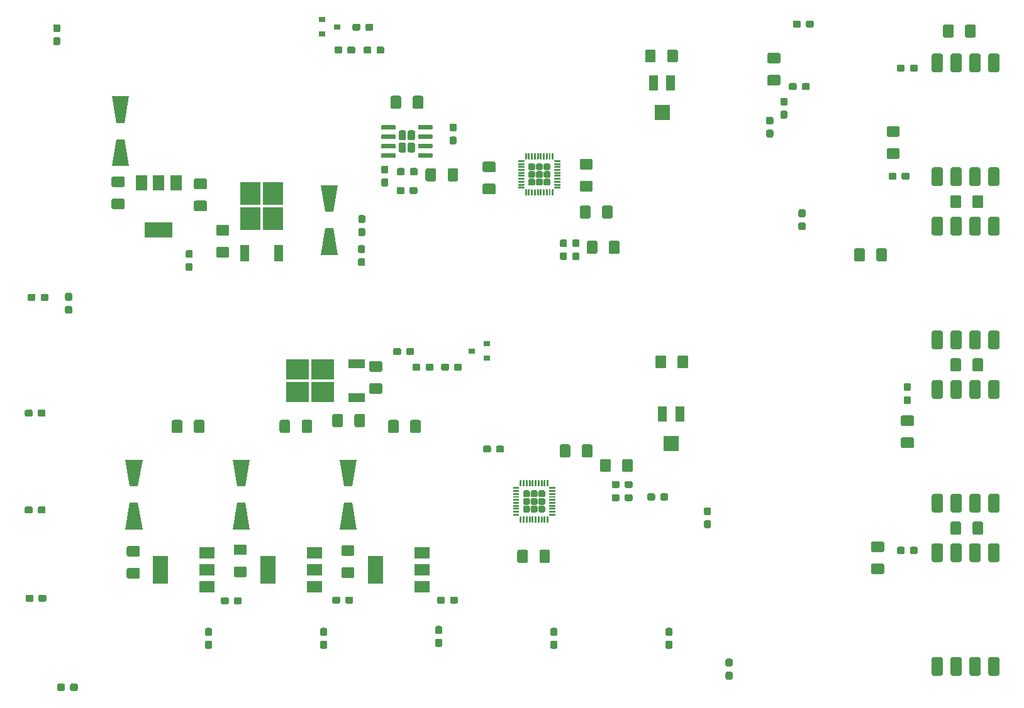
<source format=gbr>
G04 #@! TF.GenerationSoftware,KiCad,Pcbnew,(5.1.5-0-10_14)*
G04 #@! TF.CreationDate,2020-06-01T11:02:14+02:00*
G04 #@! TF.ProjectId,Main_Board_v1_2_smd,4d61696e-5f42-46f6-9172-645f76315f32,rev?*
G04 #@! TF.SameCoordinates,Original*
G04 #@! TF.FileFunction,Paste,Top*
G04 #@! TF.FilePolarity,Positive*
%FSLAX46Y46*%
G04 Gerber Fmt 4.6, Leading zero omitted, Abs format (unit mm)*
G04 Created by KiCad (PCBNEW (5.1.5-0-10_14)) date 2020-06-01 11:02:14*
%MOMM*%
%LPD*%
G04 APERTURE LIST*
%ADD10C,0.100000*%
%ADD11R,0.900000X0.800000*%
%ADD12R,3.050000X2.750000*%
%ADD13R,2.200000X1.200000*%
%ADD14R,2.000000X1.500000*%
%ADD15R,2.000000X3.800000*%
%ADD16R,1.300000X2.000000*%
%ADD17R,2.000000X2.000000*%
%ADD18R,1.500000X2.000000*%
%ADD19R,3.800000X2.000000*%
%ADD20R,2.750000X3.050000*%
%ADD21R,1.200000X2.200000*%
G04 APERTURE END LIST*
D10*
G36*
X97044180Y-101943584D02*
G01*
X97050247Y-101944484D01*
X97056197Y-101945974D01*
X97061972Y-101948041D01*
X97067516Y-101950663D01*
X97072777Y-101953816D01*
X97077704Y-101957470D01*
X97082248Y-101961589D01*
X97086367Y-101966133D01*
X97090021Y-101971060D01*
X97093174Y-101976321D01*
X97095796Y-101981865D01*
X97097863Y-101987640D01*
X97099353Y-101993590D01*
X97100253Y-101999657D01*
X97100554Y-102005783D01*
X97100554Y-102130783D01*
X97100253Y-102136909D01*
X97099353Y-102142976D01*
X97097863Y-102148926D01*
X97095796Y-102154701D01*
X97093174Y-102160245D01*
X97090021Y-102165506D01*
X97086367Y-102170433D01*
X97082248Y-102174977D01*
X97077704Y-102179096D01*
X97072777Y-102182750D01*
X97067516Y-102185903D01*
X97061972Y-102188525D01*
X97056197Y-102190592D01*
X97050247Y-102192082D01*
X97044180Y-102192982D01*
X97038054Y-102193283D01*
X96338054Y-102193283D01*
X96331928Y-102192982D01*
X96325861Y-102192082D01*
X96319911Y-102190592D01*
X96314136Y-102188525D01*
X96308592Y-102185903D01*
X96303331Y-102182750D01*
X96298404Y-102179096D01*
X96293860Y-102174977D01*
X96289741Y-102170433D01*
X96286087Y-102165506D01*
X96282934Y-102160245D01*
X96280312Y-102154701D01*
X96278245Y-102148926D01*
X96276755Y-102142976D01*
X96275855Y-102136909D01*
X96275554Y-102130783D01*
X96275554Y-102005783D01*
X96275855Y-101999657D01*
X96276755Y-101993590D01*
X96278245Y-101987640D01*
X96280312Y-101981865D01*
X96282934Y-101976321D01*
X96286087Y-101971060D01*
X96289741Y-101966133D01*
X96293860Y-101961589D01*
X96298404Y-101957470D01*
X96303331Y-101953816D01*
X96308592Y-101950663D01*
X96314136Y-101948041D01*
X96319911Y-101945974D01*
X96325861Y-101944484D01*
X96331928Y-101943584D01*
X96338054Y-101943283D01*
X97038054Y-101943283D01*
X97044180Y-101943584D01*
G37*
G36*
X97044180Y-101543584D02*
G01*
X97050247Y-101544484D01*
X97056197Y-101545974D01*
X97061972Y-101548041D01*
X97067516Y-101550663D01*
X97072777Y-101553816D01*
X97077704Y-101557470D01*
X97082248Y-101561589D01*
X97086367Y-101566133D01*
X97090021Y-101571060D01*
X97093174Y-101576321D01*
X97095796Y-101581865D01*
X97097863Y-101587640D01*
X97099353Y-101593590D01*
X97100253Y-101599657D01*
X97100554Y-101605783D01*
X97100554Y-101730783D01*
X97100253Y-101736909D01*
X97099353Y-101742976D01*
X97097863Y-101748926D01*
X97095796Y-101754701D01*
X97093174Y-101760245D01*
X97090021Y-101765506D01*
X97086367Y-101770433D01*
X97082248Y-101774977D01*
X97077704Y-101779096D01*
X97072777Y-101782750D01*
X97067516Y-101785903D01*
X97061972Y-101788525D01*
X97056197Y-101790592D01*
X97050247Y-101792082D01*
X97044180Y-101792982D01*
X97038054Y-101793283D01*
X96338054Y-101793283D01*
X96331928Y-101792982D01*
X96325861Y-101792082D01*
X96319911Y-101790592D01*
X96314136Y-101788525D01*
X96308592Y-101785903D01*
X96303331Y-101782750D01*
X96298404Y-101779096D01*
X96293860Y-101774977D01*
X96289741Y-101770433D01*
X96286087Y-101765506D01*
X96282934Y-101760245D01*
X96280312Y-101754701D01*
X96278245Y-101748926D01*
X96276755Y-101742976D01*
X96275855Y-101736909D01*
X96275554Y-101730783D01*
X96275554Y-101605783D01*
X96275855Y-101599657D01*
X96276755Y-101593590D01*
X96278245Y-101587640D01*
X96280312Y-101581865D01*
X96282934Y-101576321D01*
X96286087Y-101571060D01*
X96289741Y-101566133D01*
X96293860Y-101561589D01*
X96298404Y-101557470D01*
X96303331Y-101553816D01*
X96308592Y-101550663D01*
X96314136Y-101548041D01*
X96319911Y-101545974D01*
X96325861Y-101544484D01*
X96331928Y-101543584D01*
X96338054Y-101543283D01*
X97038054Y-101543283D01*
X97044180Y-101543584D01*
G37*
G36*
X97044180Y-101143584D02*
G01*
X97050247Y-101144484D01*
X97056197Y-101145974D01*
X97061972Y-101148041D01*
X97067516Y-101150663D01*
X97072777Y-101153816D01*
X97077704Y-101157470D01*
X97082248Y-101161589D01*
X97086367Y-101166133D01*
X97090021Y-101171060D01*
X97093174Y-101176321D01*
X97095796Y-101181865D01*
X97097863Y-101187640D01*
X97099353Y-101193590D01*
X97100253Y-101199657D01*
X97100554Y-101205783D01*
X97100554Y-101330783D01*
X97100253Y-101336909D01*
X97099353Y-101342976D01*
X97097863Y-101348926D01*
X97095796Y-101354701D01*
X97093174Y-101360245D01*
X97090021Y-101365506D01*
X97086367Y-101370433D01*
X97082248Y-101374977D01*
X97077704Y-101379096D01*
X97072777Y-101382750D01*
X97067516Y-101385903D01*
X97061972Y-101388525D01*
X97056197Y-101390592D01*
X97050247Y-101392082D01*
X97044180Y-101392982D01*
X97038054Y-101393283D01*
X96338054Y-101393283D01*
X96331928Y-101392982D01*
X96325861Y-101392082D01*
X96319911Y-101390592D01*
X96314136Y-101388525D01*
X96308592Y-101385903D01*
X96303331Y-101382750D01*
X96298404Y-101379096D01*
X96293860Y-101374977D01*
X96289741Y-101370433D01*
X96286087Y-101365506D01*
X96282934Y-101360245D01*
X96280312Y-101354701D01*
X96278245Y-101348926D01*
X96276755Y-101342976D01*
X96275855Y-101336909D01*
X96275554Y-101330783D01*
X96275554Y-101205783D01*
X96275855Y-101199657D01*
X96276755Y-101193590D01*
X96278245Y-101187640D01*
X96280312Y-101181865D01*
X96282934Y-101176321D01*
X96286087Y-101171060D01*
X96289741Y-101166133D01*
X96293860Y-101161589D01*
X96298404Y-101157470D01*
X96303331Y-101153816D01*
X96308592Y-101150663D01*
X96314136Y-101148041D01*
X96319911Y-101145974D01*
X96325861Y-101144484D01*
X96331928Y-101143584D01*
X96338054Y-101143283D01*
X97038054Y-101143283D01*
X97044180Y-101143584D01*
G37*
G36*
X97044180Y-100743584D02*
G01*
X97050247Y-100744484D01*
X97056197Y-100745974D01*
X97061972Y-100748041D01*
X97067516Y-100750663D01*
X97072777Y-100753816D01*
X97077704Y-100757470D01*
X97082248Y-100761589D01*
X97086367Y-100766133D01*
X97090021Y-100771060D01*
X97093174Y-100776321D01*
X97095796Y-100781865D01*
X97097863Y-100787640D01*
X97099353Y-100793590D01*
X97100253Y-100799657D01*
X97100554Y-100805783D01*
X97100554Y-100930783D01*
X97100253Y-100936909D01*
X97099353Y-100942976D01*
X97097863Y-100948926D01*
X97095796Y-100954701D01*
X97093174Y-100960245D01*
X97090021Y-100965506D01*
X97086367Y-100970433D01*
X97082248Y-100974977D01*
X97077704Y-100979096D01*
X97072777Y-100982750D01*
X97067516Y-100985903D01*
X97061972Y-100988525D01*
X97056197Y-100990592D01*
X97050247Y-100992082D01*
X97044180Y-100992982D01*
X97038054Y-100993283D01*
X96338054Y-100993283D01*
X96331928Y-100992982D01*
X96325861Y-100992082D01*
X96319911Y-100990592D01*
X96314136Y-100988525D01*
X96308592Y-100985903D01*
X96303331Y-100982750D01*
X96298404Y-100979096D01*
X96293860Y-100974977D01*
X96289741Y-100970433D01*
X96286087Y-100965506D01*
X96282934Y-100960245D01*
X96280312Y-100954701D01*
X96278245Y-100948926D01*
X96276755Y-100942976D01*
X96275855Y-100936909D01*
X96275554Y-100930783D01*
X96275554Y-100805783D01*
X96275855Y-100799657D01*
X96276755Y-100793590D01*
X96278245Y-100787640D01*
X96280312Y-100781865D01*
X96282934Y-100776321D01*
X96286087Y-100771060D01*
X96289741Y-100766133D01*
X96293860Y-100761589D01*
X96298404Y-100757470D01*
X96303331Y-100753816D01*
X96308592Y-100750663D01*
X96314136Y-100748041D01*
X96319911Y-100745974D01*
X96325861Y-100744484D01*
X96331928Y-100743584D01*
X96338054Y-100743283D01*
X97038054Y-100743283D01*
X97044180Y-100743584D01*
G37*
G36*
X97044180Y-100343584D02*
G01*
X97050247Y-100344484D01*
X97056197Y-100345974D01*
X97061972Y-100348041D01*
X97067516Y-100350663D01*
X97072777Y-100353816D01*
X97077704Y-100357470D01*
X97082248Y-100361589D01*
X97086367Y-100366133D01*
X97090021Y-100371060D01*
X97093174Y-100376321D01*
X97095796Y-100381865D01*
X97097863Y-100387640D01*
X97099353Y-100393590D01*
X97100253Y-100399657D01*
X97100554Y-100405783D01*
X97100554Y-100530783D01*
X97100253Y-100536909D01*
X97099353Y-100542976D01*
X97097863Y-100548926D01*
X97095796Y-100554701D01*
X97093174Y-100560245D01*
X97090021Y-100565506D01*
X97086367Y-100570433D01*
X97082248Y-100574977D01*
X97077704Y-100579096D01*
X97072777Y-100582750D01*
X97067516Y-100585903D01*
X97061972Y-100588525D01*
X97056197Y-100590592D01*
X97050247Y-100592082D01*
X97044180Y-100592982D01*
X97038054Y-100593283D01*
X96338054Y-100593283D01*
X96331928Y-100592982D01*
X96325861Y-100592082D01*
X96319911Y-100590592D01*
X96314136Y-100588525D01*
X96308592Y-100585903D01*
X96303331Y-100582750D01*
X96298404Y-100579096D01*
X96293860Y-100574977D01*
X96289741Y-100570433D01*
X96286087Y-100565506D01*
X96282934Y-100560245D01*
X96280312Y-100554701D01*
X96278245Y-100548926D01*
X96276755Y-100542976D01*
X96275855Y-100536909D01*
X96275554Y-100530783D01*
X96275554Y-100405783D01*
X96275855Y-100399657D01*
X96276755Y-100393590D01*
X96278245Y-100387640D01*
X96280312Y-100381865D01*
X96282934Y-100376321D01*
X96286087Y-100371060D01*
X96289741Y-100366133D01*
X96293860Y-100361589D01*
X96298404Y-100357470D01*
X96303331Y-100353816D01*
X96308592Y-100350663D01*
X96314136Y-100348041D01*
X96319911Y-100345974D01*
X96325861Y-100344484D01*
X96331928Y-100343584D01*
X96338054Y-100343283D01*
X97038054Y-100343283D01*
X97044180Y-100343584D01*
G37*
G36*
X97044180Y-99943584D02*
G01*
X97050247Y-99944484D01*
X97056197Y-99945974D01*
X97061972Y-99948041D01*
X97067516Y-99950663D01*
X97072777Y-99953816D01*
X97077704Y-99957470D01*
X97082248Y-99961589D01*
X97086367Y-99966133D01*
X97090021Y-99971060D01*
X97093174Y-99976321D01*
X97095796Y-99981865D01*
X97097863Y-99987640D01*
X97099353Y-99993590D01*
X97100253Y-99999657D01*
X97100554Y-100005783D01*
X97100554Y-100130783D01*
X97100253Y-100136909D01*
X97099353Y-100142976D01*
X97097863Y-100148926D01*
X97095796Y-100154701D01*
X97093174Y-100160245D01*
X97090021Y-100165506D01*
X97086367Y-100170433D01*
X97082248Y-100174977D01*
X97077704Y-100179096D01*
X97072777Y-100182750D01*
X97067516Y-100185903D01*
X97061972Y-100188525D01*
X97056197Y-100190592D01*
X97050247Y-100192082D01*
X97044180Y-100192982D01*
X97038054Y-100193283D01*
X96338054Y-100193283D01*
X96331928Y-100192982D01*
X96325861Y-100192082D01*
X96319911Y-100190592D01*
X96314136Y-100188525D01*
X96308592Y-100185903D01*
X96303331Y-100182750D01*
X96298404Y-100179096D01*
X96293860Y-100174977D01*
X96289741Y-100170433D01*
X96286087Y-100165506D01*
X96282934Y-100160245D01*
X96280312Y-100154701D01*
X96278245Y-100148926D01*
X96276755Y-100142976D01*
X96275855Y-100136909D01*
X96275554Y-100130783D01*
X96275554Y-100005783D01*
X96275855Y-99999657D01*
X96276755Y-99993590D01*
X96278245Y-99987640D01*
X96280312Y-99981865D01*
X96282934Y-99976321D01*
X96286087Y-99971060D01*
X96289741Y-99966133D01*
X96293860Y-99961589D01*
X96298404Y-99957470D01*
X96303331Y-99953816D01*
X96308592Y-99950663D01*
X96314136Y-99948041D01*
X96319911Y-99945974D01*
X96325861Y-99944484D01*
X96331928Y-99943584D01*
X96338054Y-99943283D01*
X97038054Y-99943283D01*
X97044180Y-99943584D01*
G37*
G36*
X97044180Y-99543584D02*
G01*
X97050247Y-99544484D01*
X97056197Y-99545974D01*
X97061972Y-99548041D01*
X97067516Y-99550663D01*
X97072777Y-99553816D01*
X97077704Y-99557470D01*
X97082248Y-99561589D01*
X97086367Y-99566133D01*
X97090021Y-99571060D01*
X97093174Y-99576321D01*
X97095796Y-99581865D01*
X97097863Y-99587640D01*
X97099353Y-99593590D01*
X97100253Y-99599657D01*
X97100554Y-99605783D01*
X97100554Y-99730783D01*
X97100253Y-99736909D01*
X97099353Y-99742976D01*
X97097863Y-99748926D01*
X97095796Y-99754701D01*
X97093174Y-99760245D01*
X97090021Y-99765506D01*
X97086367Y-99770433D01*
X97082248Y-99774977D01*
X97077704Y-99779096D01*
X97072777Y-99782750D01*
X97067516Y-99785903D01*
X97061972Y-99788525D01*
X97056197Y-99790592D01*
X97050247Y-99792082D01*
X97044180Y-99792982D01*
X97038054Y-99793283D01*
X96338054Y-99793283D01*
X96331928Y-99792982D01*
X96325861Y-99792082D01*
X96319911Y-99790592D01*
X96314136Y-99788525D01*
X96308592Y-99785903D01*
X96303331Y-99782750D01*
X96298404Y-99779096D01*
X96293860Y-99774977D01*
X96289741Y-99770433D01*
X96286087Y-99765506D01*
X96282934Y-99760245D01*
X96280312Y-99754701D01*
X96278245Y-99748926D01*
X96276755Y-99742976D01*
X96275855Y-99736909D01*
X96275554Y-99730783D01*
X96275554Y-99605783D01*
X96275855Y-99599657D01*
X96276755Y-99593590D01*
X96278245Y-99587640D01*
X96280312Y-99581865D01*
X96282934Y-99576321D01*
X96286087Y-99571060D01*
X96289741Y-99566133D01*
X96293860Y-99561589D01*
X96298404Y-99557470D01*
X96303331Y-99553816D01*
X96308592Y-99550663D01*
X96314136Y-99548041D01*
X96319911Y-99545974D01*
X96325861Y-99544484D01*
X96331928Y-99543584D01*
X96338054Y-99543283D01*
X97038054Y-99543283D01*
X97044180Y-99543584D01*
G37*
G36*
X97044180Y-99143584D02*
G01*
X97050247Y-99144484D01*
X97056197Y-99145974D01*
X97061972Y-99148041D01*
X97067516Y-99150663D01*
X97072777Y-99153816D01*
X97077704Y-99157470D01*
X97082248Y-99161589D01*
X97086367Y-99166133D01*
X97090021Y-99171060D01*
X97093174Y-99176321D01*
X97095796Y-99181865D01*
X97097863Y-99187640D01*
X97099353Y-99193590D01*
X97100253Y-99199657D01*
X97100554Y-99205783D01*
X97100554Y-99330783D01*
X97100253Y-99336909D01*
X97099353Y-99342976D01*
X97097863Y-99348926D01*
X97095796Y-99354701D01*
X97093174Y-99360245D01*
X97090021Y-99365506D01*
X97086367Y-99370433D01*
X97082248Y-99374977D01*
X97077704Y-99379096D01*
X97072777Y-99382750D01*
X97067516Y-99385903D01*
X97061972Y-99388525D01*
X97056197Y-99390592D01*
X97050247Y-99392082D01*
X97044180Y-99392982D01*
X97038054Y-99393283D01*
X96338054Y-99393283D01*
X96331928Y-99392982D01*
X96325861Y-99392082D01*
X96319911Y-99390592D01*
X96314136Y-99388525D01*
X96308592Y-99385903D01*
X96303331Y-99382750D01*
X96298404Y-99379096D01*
X96293860Y-99374977D01*
X96289741Y-99370433D01*
X96286087Y-99365506D01*
X96282934Y-99360245D01*
X96280312Y-99354701D01*
X96278245Y-99348926D01*
X96276755Y-99342976D01*
X96275855Y-99336909D01*
X96275554Y-99330783D01*
X96275554Y-99205783D01*
X96275855Y-99199657D01*
X96276755Y-99193590D01*
X96278245Y-99187640D01*
X96280312Y-99181865D01*
X96282934Y-99176321D01*
X96286087Y-99171060D01*
X96289741Y-99166133D01*
X96293860Y-99161589D01*
X96298404Y-99157470D01*
X96303331Y-99153816D01*
X96308592Y-99150663D01*
X96314136Y-99148041D01*
X96319911Y-99145974D01*
X96325861Y-99144484D01*
X96331928Y-99143584D01*
X96338054Y-99143283D01*
X97038054Y-99143283D01*
X97044180Y-99143584D01*
G37*
G36*
X97044180Y-98743584D02*
G01*
X97050247Y-98744484D01*
X97056197Y-98745974D01*
X97061972Y-98748041D01*
X97067516Y-98750663D01*
X97072777Y-98753816D01*
X97077704Y-98757470D01*
X97082248Y-98761589D01*
X97086367Y-98766133D01*
X97090021Y-98771060D01*
X97093174Y-98776321D01*
X97095796Y-98781865D01*
X97097863Y-98787640D01*
X97099353Y-98793590D01*
X97100253Y-98799657D01*
X97100554Y-98805783D01*
X97100554Y-98930783D01*
X97100253Y-98936909D01*
X97099353Y-98942976D01*
X97097863Y-98948926D01*
X97095796Y-98954701D01*
X97093174Y-98960245D01*
X97090021Y-98965506D01*
X97086367Y-98970433D01*
X97082248Y-98974977D01*
X97077704Y-98979096D01*
X97072777Y-98982750D01*
X97067516Y-98985903D01*
X97061972Y-98988525D01*
X97056197Y-98990592D01*
X97050247Y-98992082D01*
X97044180Y-98992982D01*
X97038054Y-98993283D01*
X96338054Y-98993283D01*
X96331928Y-98992982D01*
X96325861Y-98992082D01*
X96319911Y-98990592D01*
X96314136Y-98988525D01*
X96308592Y-98985903D01*
X96303331Y-98982750D01*
X96298404Y-98979096D01*
X96293860Y-98974977D01*
X96289741Y-98970433D01*
X96286087Y-98965506D01*
X96282934Y-98960245D01*
X96280312Y-98954701D01*
X96278245Y-98948926D01*
X96276755Y-98942976D01*
X96275855Y-98936909D01*
X96275554Y-98930783D01*
X96275554Y-98805783D01*
X96275855Y-98799657D01*
X96276755Y-98793590D01*
X96278245Y-98787640D01*
X96280312Y-98781865D01*
X96282934Y-98776321D01*
X96286087Y-98771060D01*
X96289741Y-98766133D01*
X96293860Y-98761589D01*
X96298404Y-98757470D01*
X96303331Y-98753816D01*
X96308592Y-98750663D01*
X96314136Y-98748041D01*
X96319911Y-98745974D01*
X96325861Y-98744484D01*
X96331928Y-98743584D01*
X96338054Y-98743283D01*
X97038054Y-98743283D01*
X97044180Y-98743584D01*
G37*
G36*
X97044180Y-98343584D02*
G01*
X97050247Y-98344484D01*
X97056197Y-98345974D01*
X97061972Y-98348041D01*
X97067516Y-98350663D01*
X97072777Y-98353816D01*
X97077704Y-98357470D01*
X97082248Y-98361589D01*
X97086367Y-98366133D01*
X97090021Y-98371060D01*
X97093174Y-98376321D01*
X97095796Y-98381865D01*
X97097863Y-98387640D01*
X97099353Y-98393590D01*
X97100253Y-98399657D01*
X97100554Y-98405783D01*
X97100554Y-98530783D01*
X97100253Y-98536909D01*
X97099353Y-98542976D01*
X97097863Y-98548926D01*
X97095796Y-98554701D01*
X97093174Y-98560245D01*
X97090021Y-98565506D01*
X97086367Y-98570433D01*
X97082248Y-98574977D01*
X97077704Y-98579096D01*
X97072777Y-98582750D01*
X97067516Y-98585903D01*
X97061972Y-98588525D01*
X97056197Y-98590592D01*
X97050247Y-98592082D01*
X97044180Y-98592982D01*
X97038054Y-98593283D01*
X96338054Y-98593283D01*
X96331928Y-98592982D01*
X96325861Y-98592082D01*
X96319911Y-98590592D01*
X96314136Y-98588525D01*
X96308592Y-98585903D01*
X96303331Y-98582750D01*
X96298404Y-98579096D01*
X96293860Y-98574977D01*
X96289741Y-98570433D01*
X96286087Y-98565506D01*
X96282934Y-98560245D01*
X96280312Y-98554701D01*
X96278245Y-98548926D01*
X96276755Y-98542976D01*
X96275855Y-98536909D01*
X96275554Y-98530783D01*
X96275554Y-98405783D01*
X96275855Y-98399657D01*
X96276755Y-98393590D01*
X96278245Y-98387640D01*
X96280312Y-98381865D01*
X96282934Y-98376321D01*
X96286087Y-98371060D01*
X96289741Y-98366133D01*
X96293860Y-98361589D01*
X96298404Y-98357470D01*
X96303331Y-98353816D01*
X96308592Y-98350663D01*
X96314136Y-98348041D01*
X96319911Y-98345974D01*
X96325861Y-98344484D01*
X96331928Y-98343584D01*
X96338054Y-98343283D01*
X97038054Y-98343283D01*
X97044180Y-98343584D01*
G37*
G36*
X97394180Y-97418584D02*
G01*
X97400247Y-97419484D01*
X97406197Y-97420974D01*
X97411972Y-97423041D01*
X97417516Y-97425663D01*
X97422777Y-97428816D01*
X97427704Y-97432470D01*
X97432248Y-97436589D01*
X97436367Y-97441133D01*
X97440021Y-97446060D01*
X97443174Y-97451321D01*
X97445796Y-97456865D01*
X97447863Y-97462640D01*
X97449353Y-97468590D01*
X97450253Y-97474657D01*
X97450554Y-97480783D01*
X97450554Y-98180783D01*
X97450253Y-98186909D01*
X97449353Y-98192976D01*
X97447863Y-98198926D01*
X97445796Y-98204701D01*
X97443174Y-98210245D01*
X97440021Y-98215506D01*
X97436367Y-98220433D01*
X97432248Y-98224977D01*
X97427704Y-98229096D01*
X97422777Y-98232750D01*
X97417516Y-98235903D01*
X97411972Y-98238525D01*
X97406197Y-98240592D01*
X97400247Y-98242082D01*
X97394180Y-98242982D01*
X97388054Y-98243283D01*
X97263054Y-98243283D01*
X97256928Y-98242982D01*
X97250861Y-98242082D01*
X97244911Y-98240592D01*
X97239136Y-98238525D01*
X97233592Y-98235903D01*
X97228331Y-98232750D01*
X97223404Y-98229096D01*
X97218860Y-98224977D01*
X97214741Y-98220433D01*
X97211087Y-98215506D01*
X97207934Y-98210245D01*
X97205312Y-98204701D01*
X97203245Y-98198926D01*
X97201755Y-98192976D01*
X97200855Y-98186909D01*
X97200554Y-98180783D01*
X97200554Y-97480783D01*
X97200855Y-97474657D01*
X97201755Y-97468590D01*
X97203245Y-97462640D01*
X97205312Y-97456865D01*
X97207934Y-97451321D01*
X97211087Y-97446060D01*
X97214741Y-97441133D01*
X97218860Y-97436589D01*
X97223404Y-97432470D01*
X97228331Y-97428816D01*
X97233592Y-97425663D01*
X97239136Y-97423041D01*
X97244911Y-97420974D01*
X97250861Y-97419484D01*
X97256928Y-97418584D01*
X97263054Y-97418283D01*
X97388054Y-97418283D01*
X97394180Y-97418584D01*
G37*
G36*
X97794180Y-97418584D02*
G01*
X97800247Y-97419484D01*
X97806197Y-97420974D01*
X97811972Y-97423041D01*
X97817516Y-97425663D01*
X97822777Y-97428816D01*
X97827704Y-97432470D01*
X97832248Y-97436589D01*
X97836367Y-97441133D01*
X97840021Y-97446060D01*
X97843174Y-97451321D01*
X97845796Y-97456865D01*
X97847863Y-97462640D01*
X97849353Y-97468590D01*
X97850253Y-97474657D01*
X97850554Y-97480783D01*
X97850554Y-98180783D01*
X97850253Y-98186909D01*
X97849353Y-98192976D01*
X97847863Y-98198926D01*
X97845796Y-98204701D01*
X97843174Y-98210245D01*
X97840021Y-98215506D01*
X97836367Y-98220433D01*
X97832248Y-98224977D01*
X97827704Y-98229096D01*
X97822777Y-98232750D01*
X97817516Y-98235903D01*
X97811972Y-98238525D01*
X97806197Y-98240592D01*
X97800247Y-98242082D01*
X97794180Y-98242982D01*
X97788054Y-98243283D01*
X97663054Y-98243283D01*
X97656928Y-98242982D01*
X97650861Y-98242082D01*
X97644911Y-98240592D01*
X97639136Y-98238525D01*
X97633592Y-98235903D01*
X97628331Y-98232750D01*
X97623404Y-98229096D01*
X97618860Y-98224977D01*
X97614741Y-98220433D01*
X97611087Y-98215506D01*
X97607934Y-98210245D01*
X97605312Y-98204701D01*
X97603245Y-98198926D01*
X97601755Y-98192976D01*
X97600855Y-98186909D01*
X97600554Y-98180783D01*
X97600554Y-97480783D01*
X97600855Y-97474657D01*
X97601755Y-97468590D01*
X97603245Y-97462640D01*
X97605312Y-97456865D01*
X97607934Y-97451321D01*
X97611087Y-97446060D01*
X97614741Y-97441133D01*
X97618860Y-97436589D01*
X97623404Y-97432470D01*
X97628331Y-97428816D01*
X97633592Y-97425663D01*
X97639136Y-97423041D01*
X97644911Y-97420974D01*
X97650861Y-97419484D01*
X97656928Y-97418584D01*
X97663054Y-97418283D01*
X97788054Y-97418283D01*
X97794180Y-97418584D01*
G37*
G36*
X98194180Y-97418584D02*
G01*
X98200247Y-97419484D01*
X98206197Y-97420974D01*
X98211972Y-97423041D01*
X98217516Y-97425663D01*
X98222777Y-97428816D01*
X98227704Y-97432470D01*
X98232248Y-97436589D01*
X98236367Y-97441133D01*
X98240021Y-97446060D01*
X98243174Y-97451321D01*
X98245796Y-97456865D01*
X98247863Y-97462640D01*
X98249353Y-97468590D01*
X98250253Y-97474657D01*
X98250554Y-97480783D01*
X98250554Y-98180783D01*
X98250253Y-98186909D01*
X98249353Y-98192976D01*
X98247863Y-98198926D01*
X98245796Y-98204701D01*
X98243174Y-98210245D01*
X98240021Y-98215506D01*
X98236367Y-98220433D01*
X98232248Y-98224977D01*
X98227704Y-98229096D01*
X98222777Y-98232750D01*
X98217516Y-98235903D01*
X98211972Y-98238525D01*
X98206197Y-98240592D01*
X98200247Y-98242082D01*
X98194180Y-98242982D01*
X98188054Y-98243283D01*
X98063054Y-98243283D01*
X98056928Y-98242982D01*
X98050861Y-98242082D01*
X98044911Y-98240592D01*
X98039136Y-98238525D01*
X98033592Y-98235903D01*
X98028331Y-98232750D01*
X98023404Y-98229096D01*
X98018860Y-98224977D01*
X98014741Y-98220433D01*
X98011087Y-98215506D01*
X98007934Y-98210245D01*
X98005312Y-98204701D01*
X98003245Y-98198926D01*
X98001755Y-98192976D01*
X98000855Y-98186909D01*
X98000554Y-98180783D01*
X98000554Y-97480783D01*
X98000855Y-97474657D01*
X98001755Y-97468590D01*
X98003245Y-97462640D01*
X98005312Y-97456865D01*
X98007934Y-97451321D01*
X98011087Y-97446060D01*
X98014741Y-97441133D01*
X98018860Y-97436589D01*
X98023404Y-97432470D01*
X98028331Y-97428816D01*
X98033592Y-97425663D01*
X98039136Y-97423041D01*
X98044911Y-97420974D01*
X98050861Y-97419484D01*
X98056928Y-97418584D01*
X98063054Y-97418283D01*
X98188054Y-97418283D01*
X98194180Y-97418584D01*
G37*
G36*
X98594180Y-97418584D02*
G01*
X98600247Y-97419484D01*
X98606197Y-97420974D01*
X98611972Y-97423041D01*
X98617516Y-97425663D01*
X98622777Y-97428816D01*
X98627704Y-97432470D01*
X98632248Y-97436589D01*
X98636367Y-97441133D01*
X98640021Y-97446060D01*
X98643174Y-97451321D01*
X98645796Y-97456865D01*
X98647863Y-97462640D01*
X98649353Y-97468590D01*
X98650253Y-97474657D01*
X98650554Y-97480783D01*
X98650554Y-98180783D01*
X98650253Y-98186909D01*
X98649353Y-98192976D01*
X98647863Y-98198926D01*
X98645796Y-98204701D01*
X98643174Y-98210245D01*
X98640021Y-98215506D01*
X98636367Y-98220433D01*
X98632248Y-98224977D01*
X98627704Y-98229096D01*
X98622777Y-98232750D01*
X98617516Y-98235903D01*
X98611972Y-98238525D01*
X98606197Y-98240592D01*
X98600247Y-98242082D01*
X98594180Y-98242982D01*
X98588054Y-98243283D01*
X98463054Y-98243283D01*
X98456928Y-98242982D01*
X98450861Y-98242082D01*
X98444911Y-98240592D01*
X98439136Y-98238525D01*
X98433592Y-98235903D01*
X98428331Y-98232750D01*
X98423404Y-98229096D01*
X98418860Y-98224977D01*
X98414741Y-98220433D01*
X98411087Y-98215506D01*
X98407934Y-98210245D01*
X98405312Y-98204701D01*
X98403245Y-98198926D01*
X98401755Y-98192976D01*
X98400855Y-98186909D01*
X98400554Y-98180783D01*
X98400554Y-97480783D01*
X98400855Y-97474657D01*
X98401755Y-97468590D01*
X98403245Y-97462640D01*
X98405312Y-97456865D01*
X98407934Y-97451321D01*
X98411087Y-97446060D01*
X98414741Y-97441133D01*
X98418860Y-97436589D01*
X98423404Y-97432470D01*
X98428331Y-97428816D01*
X98433592Y-97425663D01*
X98439136Y-97423041D01*
X98444911Y-97420974D01*
X98450861Y-97419484D01*
X98456928Y-97418584D01*
X98463054Y-97418283D01*
X98588054Y-97418283D01*
X98594180Y-97418584D01*
G37*
G36*
X98994180Y-97418584D02*
G01*
X99000247Y-97419484D01*
X99006197Y-97420974D01*
X99011972Y-97423041D01*
X99017516Y-97425663D01*
X99022777Y-97428816D01*
X99027704Y-97432470D01*
X99032248Y-97436589D01*
X99036367Y-97441133D01*
X99040021Y-97446060D01*
X99043174Y-97451321D01*
X99045796Y-97456865D01*
X99047863Y-97462640D01*
X99049353Y-97468590D01*
X99050253Y-97474657D01*
X99050554Y-97480783D01*
X99050554Y-98180783D01*
X99050253Y-98186909D01*
X99049353Y-98192976D01*
X99047863Y-98198926D01*
X99045796Y-98204701D01*
X99043174Y-98210245D01*
X99040021Y-98215506D01*
X99036367Y-98220433D01*
X99032248Y-98224977D01*
X99027704Y-98229096D01*
X99022777Y-98232750D01*
X99017516Y-98235903D01*
X99011972Y-98238525D01*
X99006197Y-98240592D01*
X99000247Y-98242082D01*
X98994180Y-98242982D01*
X98988054Y-98243283D01*
X98863054Y-98243283D01*
X98856928Y-98242982D01*
X98850861Y-98242082D01*
X98844911Y-98240592D01*
X98839136Y-98238525D01*
X98833592Y-98235903D01*
X98828331Y-98232750D01*
X98823404Y-98229096D01*
X98818860Y-98224977D01*
X98814741Y-98220433D01*
X98811087Y-98215506D01*
X98807934Y-98210245D01*
X98805312Y-98204701D01*
X98803245Y-98198926D01*
X98801755Y-98192976D01*
X98800855Y-98186909D01*
X98800554Y-98180783D01*
X98800554Y-97480783D01*
X98800855Y-97474657D01*
X98801755Y-97468590D01*
X98803245Y-97462640D01*
X98805312Y-97456865D01*
X98807934Y-97451321D01*
X98811087Y-97446060D01*
X98814741Y-97441133D01*
X98818860Y-97436589D01*
X98823404Y-97432470D01*
X98828331Y-97428816D01*
X98833592Y-97425663D01*
X98839136Y-97423041D01*
X98844911Y-97420974D01*
X98850861Y-97419484D01*
X98856928Y-97418584D01*
X98863054Y-97418283D01*
X98988054Y-97418283D01*
X98994180Y-97418584D01*
G37*
G36*
X99394180Y-97418584D02*
G01*
X99400247Y-97419484D01*
X99406197Y-97420974D01*
X99411972Y-97423041D01*
X99417516Y-97425663D01*
X99422777Y-97428816D01*
X99427704Y-97432470D01*
X99432248Y-97436589D01*
X99436367Y-97441133D01*
X99440021Y-97446060D01*
X99443174Y-97451321D01*
X99445796Y-97456865D01*
X99447863Y-97462640D01*
X99449353Y-97468590D01*
X99450253Y-97474657D01*
X99450554Y-97480783D01*
X99450554Y-98180783D01*
X99450253Y-98186909D01*
X99449353Y-98192976D01*
X99447863Y-98198926D01*
X99445796Y-98204701D01*
X99443174Y-98210245D01*
X99440021Y-98215506D01*
X99436367Y-98220433D01*
X99432248Y-98224977D01*
X99427704Y-98229096D01*
X99422777Y-98232750D01*
X99417516Y-98235903D01*
X99411972Y-98238525D01*
X99406197Y-98240592D01*
X99400247Y-98242082D01*
X99394180Y-98242982D01*
X99388054Y-98243283D01*
X99263054Y-98243283D01*
X99256928Y-98242982D01*
X99250861Y-98242082D01*
X99244911Y-98240592D01*
X99239136Y-98238525D01*
X99233592Y-98235903D01*
X99228331Y-98232750D01*
X99223404Y-98229096D01*
X99218860Y-98224977D01*
X99214741Y-98220433D01*
X99211087Y-98215506D01*
X99207934Y-98210245D01*
X99205312Y-98204701D01*
X99203245Y-98198926D01*
X99201755Y-98192976D01*
X99200855Y-98186909D01*
X99200554Y-98180783D01*
X99200554Y-97480783D01*
X99200855Y-97474657D01*
X99201755Y-97468590D01*
X99203245Y-97462640D01*
X99205312Y-97456865D01*
X99207934Y-97451321D01*
X99211087Y-97446060D01*
X99214741Y-97441133D01*
X99218860Y-97436589D01*
X99223404Y-97432470D01*
X99228331Y-97428816D01*
X99233592Y-97425663D01*
X99239136Y-97423041D01*
X99244911Y-97420974D01*
X99250861Y-97419484D01*
X99256928Y-97418584D01*
X99263054Y-97418283D01*
X99388054Y-97418283D01*
X99394180Y-97418584D01*
G37*
G36*
X99794180Y-97418584D02*
G01*
X99800247Y-97419484D01*
X99806197Y-97420974D01*
X99811972Y-97423041D01*
X99817516Y-97425663D01*
X99822777Y-97428816D01*
X99827704Y-97432470D01*
X99832248Y-97436589D01*
X99836367Y-97441133D01*
X99840021Y-97446060D01*
X99843174Y-97451321D01*
X99845796Y-97456865D01*
X99847863Y-97462640D01*
X99849353Y-97468590D01*
X99850253Y-97474657D01*
X99850554Y-97480783D01*
X99850554Y-98180783D01*
X99850253Y-98186909D01*
X99849353Y-98192976D01*
X99847863Y-98198926D01*
X99845796Y-98204701D01*
X99843174Y-98210245D01*
X99840021Y-98215506D01*
X99836367Y-98220433D01*
X99832248Y-98224977D01*
X99827704Y-98229096D01*
X99822777Y-98232750D01*
X99817516Y-98235903D01*
X99811972Y-98238525D01*
X99806197Y-98240592D01*
X99800247Y-98242082D01*
X99794180Y-98242982D01*
X99788054Y-98243283D01*
X99663054Y-98243283D01*
X99656928Y-98242982D01*
X99650861Y-98242082D01*
X99644911Y-98240592D01*
X99639136Y-98238525D01*
X99633592Y-98235903D01*
X99628331Y-98232750D01*
X99623404Y-98229096D01*
X99618860Y-98224977D01*
X99614741Y-98220433D01*
X99611087Y-98215506D01*
X99607934Y-98210245D01*
X99605312Y-98204701D01*
X99603245Y-98198926D01*
X99601755Y-98192976D01*
X99600855Y-98186909D01*
X99600554Y-98180783D01*
X99600554Y-97480783D01*
X99600855Y-97474657D01*
X99601755Y-97468590D01*
X99603245Y-97462640D01*
X99605312Y-97456865D01*
X99607934Y-97451321D01*
X99611087Y-97446060D01*
X99614741Y-97441133D01*
X99618860Y-97436589D01*
X99623404Y-97432470D01*
X99628331Y-97428816D01*
X99633592Y-97425663D01*
X99639136Y-97423041D01*
X99644911Y-97420974D01*
X99650861Y-97419484D01*
X99656928Y-97418584D01*
X99663054Y-97418283D01*
X99788054Y-97418283D01*
X99794180Y-97418584D01*
G37*
G36*
X100194180Y-97418584D02*
G01*
X100200247Y-97419484D01*
X100206197Y-97420974D01*
X100211972Y-97423041D01*
X100217516Y-97425663D01*
X100222777Y-97428816D01*
X100227704Y-97432470D01*
X100232248Y-97436589D01*
X100236367Y-97441133D01*
X100240021Y-97446060D01*
X100243174Y-97451321D01*
X100245796Y-97456865D01*
X100247863Y-97462640D01*
X100249353Y-97468590D01*
X100250253Y-97474657D01*
X100250554Y-97480783D01*
X100250554Y-98180783D01*
X100250253Y-98186909D01*
X100249353Y-98192976D01*
X100247863Y-98198926D01*
X100245796Y-98204701D01*
X100243174Y-98210245D01*
X100240021Y-98215506D01*
X100236367Y-98220433D01*
X100232248Y-98224977D01*
X100227704Y-98229096D01*
X100222777Y-98232750D01*
X100217516Y-98235903D01*
X100211972Y-98238525D01*
X100206197Y-98240592D01*
X100200247Y-98242082D01*
X100194180Y-98242982D01*
X100188054Y-98243283D01*
X100063054Y-98243283D01*
X100056928Y-98242982D01*
X100050861Y-98242082D01*
X100044911Y-98240592D01*
X100039136Y-98238525D01*
X100033592Y-98235903D01*
X100028331Y-98232750D01*
X100023404Y-98229096D01*
X100018860Y-98224977D01*
X100014741Y-98220433D01*
X100011087Y-98215506D01*
X100007934Y-98210245D01*
X100005312Y-98204701D01*
X100003245Y-98198926D01*
X100001755Y-98192976D01*
X100000855Y-98186909D01*
X100000554Y-98180783D01*
X100000554Y-97480783D01*
X100000855Y-97474657D01*
X100001755Y-97468590D01*
X100003245Y-97462640D01*
X100005312Y-97456865D01*
X100007934Y-97451321D01*
X100011087Y-97446060D01*
X100014741Y-97441133D01*
X100018860Y-97436589D01*
X100023404Y-97432470D01*
X100028331Y-97428816D01*
X100033592Y-97425663D01*
X100039136Y-97423041D01*
X100044911Y-97420974D01*
X100050861Y-97419484D01*
X100056928Y-97418584D01*
X100063054Y-97418283D01*
X100188054Y-97418283D01*
X100194180Y-97418584D01*
G37*
G36*
X100594180Y-97418584D02*
G01*
X100600247Y-97419484D01*
X100606197Y-97420974D01*
X100611972Y-97423041D01*
X100617516Y-97425663D01*
X100622777Y-97428816D01*
X100627704Y-97432470D01*
X100632248Y-97436589D01*
X100636367Y-97441133D01*
X100640021Y-97446060D01*
X100643174Y-97451321D01*
X100645796Y-97456865D01*
X100647863Y-97462640D01*
X100649353Y-97468590D01*
X100650253Y-97474657D01*
X100650554Y-97480783D01*
X100650554Y-98180783D01*
X100650253Y-98186909D01*
X100649353Y-98192976D01*
X100647863Y-98198926D01*
X100645796Y-98204701D01*
X100643174Y-98210245D01*
X100640021Y-98215506D01*
X100636367Y-98220433D01*
X100632248Y-98224977D01*
X100627704Y-98229096D01*
X100622777Y-98232750D01*
X100617516Y-98235903D01*
X100611972Y-98238525D01*
X100606197Y-98240592D01*
X100600247Y-98242082D01*
X100594180Y-98242982D01*
X100588054Y-98243283D01*
X100463054Y-98243283D01*
X100456928Y-98242982D01*
X100450861Y-98242082D01*
X100444911Y-98240592D01*
X100439136Y-98238525D01*
X100433592Y-98235903D01*
X100428331Y-98232750D01*
X100423404Y-98229096D01*
X100418860Y-98224977D01*
X100414741Y-98220433D01*
X100411087Y-98215506D01*
X100407934Y-98210245D01*
X100405312Y-98204701D01*
X100403245Y-98198926D01*
X100401755Y-98192976D01*
X100400855Y-98186909D01*
X100400554Y-98180783D01*
X100400554Y-97480783D01*
X100400855Y-97474657D01*
X100401755Y-97468590D01*
X100403245Y-97462640D01*
X100405312Y-97456865D01*
X100407934Y-97451321D01*
X100411087Y-97446060D01*
X100414741Y-97441133D01*
X100418860Y-97436589D01*
X100423404Y-97432470D01*
X100428331Y-97428816D01*
X100433592Y-97425663D01*
X100439136Y-97423041D01*
X100444911Y-97420974D01*
X100450861Y-97419484D01*
X100456928Y-97418584D01*
X100463054Y-97418283D01*
X100588054Y-97418283D01*
X100594180Y-97418584D01*
G37*
G36*
X100994180Y-97418584D02*
G01*
X101000247Y-97419484D01*
X101006197Y-97420974D01*
X101011972Y-97423041D01*
X101017516Y-97425663D01*
X101022777Y-97428816D01*
X101027704Y-97432470D01*
X101032248Y-97436589D01*
X101036367Y-97441133D01*
X101040021Y-97446060D01*
X101043174Y-97451321D01*
X101045796Y-97456865D01*
X101047863Y-97462640D01*
X101049353Y-97468590D01*
X101050253Y-97474657D01*
X101050554Y-97480783D01*
X101050554Y-98180783D01*
X101050253Y-98186909D01*
X101049353Y-98192976D01*
X101047863Y-98198926D01*
X101045796Y-98204701D01*
X101043174Y-98210245D01*
X101040021Y-98215506D01*
X101036367Y-98220433D01*
X101032248Y-98224977D01*
X101027704Y-98229096D01*
X101022777Y-98232750D01*
X101017516Y-98235903D01*
X101011972Y-98238525D01*
X101006197Y-98240592D01*
X101000247Y-98242082D01*
X100994180Y-98242982D01*
X100988054Y-98243283D01*
X100863054Y-98243283D01*
X100856928Y-98242982D01*
X100850861Y-98242082D01*
X100844911Y-98240592D01*
X100839136Y-98238525D01*
X100833592Y-98235903D01*
X100828331Y-98232750D01*
X100823404Y-98229096D01*
X100818860Y-98224977D01*
X100814741Y-98220433D01*
X100811087Y-98215506D01*
X100807934Y-98210245D01*
X100805312Y-98204701D01*
X100803245Y-98198926D01*
X100801755Y-98192976D01*
X100800855Y-98186909D01*
X100800554Y-98180783D01*
X100800554Y-97480783D01*
X100800855Y-97474657D01*
X100801755Y-97468590D01*
X100803245Y-97462640D01*
X100805312Y-97456865D01*
X100807934Y-97451321D01*
X100811087Y-97446060D01*
X100814741Y-97441133D01*
X100818860Y-97436589D01*
X100823404Y-97432470D01*
X100828331Y-97428816D01*
X100833592Y-97425663D01*
X100839136Y-97423041D01*
X100844911Y-97420974D01*
X100850861Y-97419484D01*
X100856928Y-97418584D01*
X100863054Y-97418283D01*
X100988054Y-97418283D01*
X100994180Y-97418584D01*
G37*
G36*
X101919180Y-98343584D02*
G01*
X101925247Y-98344484D01*
X101931197Y-98345974D01*
X101936972Y-98348041D01*
X101942516Y-98350663D01*
X101947777Y-98353816D01*
X101952704Y-98357470D01*
X101957248Y-98361589D01*
X101961367Y-98366133D01*
X101965021Y-98371060D01*
X101968174Y-98376321D01*
X101970796Y-98381865D01*
X101972863Y-98387640D01*
X101974353Y-98393590D01*
X101975253Y-98399657D01*
X101975554Y-98405783D01*
X101975554Y-98530783D01*
X101975253Y-98536909D01*
X101974353Y-98542976D01*
X101972863Y-98548926D01*
X101970796Y-98554701D01*
X101968174Y-98560245D01*
X101965021Y-98565506D01*
X101961367Y-98570433D01*
X101957248Y-98574977D01*
X101952704Y-98579096D01*
X101947777Y-98582750D01*
X101942516Y-98585903D01*
X101936972Y-98588525D01*
X101931197Y-98590592D01*
X101925247Y-98592082D01*
X101919180Y-98592982D01*
X101913054Y-98593283D01*
X101213054Y-98593283D01*
X101206928Y-98592982D01*
X101200861Y-98592082D01*
X101194911Y-98590592D01*
X101189136Y-98588525D01*
X101183592Y-98585903D01*
X101178331Y-98582750D01*
X101173404Y-98579096D01*
X101168860Y-98574977D01*
X101164741Y-98570433D01*
X101161087Y-98565506D01*
X101157934Y-98560245D01*
X101155312Y-98554701D01*
X101153245Y-98548926D01*
X101151755Y-98542976D01*
X101150855Y-98536909D01*
X101150554Y-98530783D01*
X101150554Y-98405783D01*
X101150855Y-98399657D01*
X101151755Y-98393590D01*
X101153245Y-98387640D01*
X101155312Y-98381865D01*
X101157934Y-98376321D01*
X101161087Y-98371060D01*
X101164741Y-98366133D01*
X101168860Y-98361589D01*
X101173404Y-98357470D01*
X101178331Y-98353816D01*
X101183592Y-98350663D01*
X101189136Y-98348041D01*
X101194911Y-98345974D01*
X101200861Y-98344484D01*
X101206928Y-98343584D01*
X101213054Y-98343283D01*
X101913054Y-98343283D01*
X101919180Y-98343584D01*
G37*
G36*
X101919180Y-98743584D02*
G01*
X101925247Y-98744484D01*
X101931197Y-98745974D01*
X101936972Y-98748041D01*
X101942516Y-98750663D01*
X101947777Y-98753816D01*
X101952704Y-98757470D01*
X101957248Y-98761589D01*
X101961367Y-98766133D01*
X101965021Y-98771060D01*
X101968174Y-98776321D01*
X101970796Y-98781865D01*
X101972863Y-98787640D01*
X101974353Y-98793590D01*
X101975253Y-98799657D01*
X101975554Y-98805783D01*
X101975554Y-98930783D01*
X101975253Y-98936909D01*
X101974353Y-98942976D01*
X101972863Y-98948926D01*
X101970796Y-98954701D01*
X101968174Y-98960245D01*
X101965021Y-98965506D01*
X101961367Y-98970433D01*
X101957248Y-98974977D01*
X101952704Y-98979096D01*
X101947777Y-98982750D01*
X101942516Y-98985903D01*
X101936972Y-98988525D01*
X101931197Y-98990592D01*
X101925247Y-98992082D01*
X101919180Y-98992982D01*
X101913054Y-98993283D01*
X101213054Y-98993283D01*
X101206928Y-98992982D01*
X101200861Y-98992082D01*
X101194911Y-98990592D01*
X101189136Y-98988525D01*
X101183592Y-98985903D01*
X101178331Y-98982750D01*
X101173404Y-98979096D01*
X101168860Y-98974977D01*
X101164741Y-98970433D01*
X101161087Y-98965506D01*
X101157934Y-98960245D01*
X101155312Y-98954701D01*
X101153245Y-98948926D01*
X101151755Y-98942976D01*
X101150855Y-98936909D01*
X101150554Y-98930783D01*
X101150554Y-98805783D01*
X101150855Y-98799657D01*
X101151755Y-98793590D01*
X101153245Y-98787640D01*
X101155312Y-98781865D01*
X101157934Y-98776321D01*
X101161087Y-98771060D01*
X101164741Y-98766133D01*
X101168860Y-98761589D01*
X101173404Y-98757470D01*
X101178331Y-98753816D01*
X101183592Y-98750663D01*
X101189136Y-98748041D01*
X101194911Y-98745974D01*
X101200861Y-98744484D01*
X101206928Y-98743584D01*
X101213054Y-98743283D01*
X101913054Y-98743283D01*
X101919180Y-98743584D01*
G37*
G36*
X101919180Y-99143584D02*
G01*
X101925247Y-99144484D01*
X101931197Y-99145974D01*
X101936972Y-99148041D01*
X101942516Y-99150663D01*
X101947777Y-99153816D01*
X101952704Y-99157470D01*
X101957248Y-99161589D01*
X101961367Y-99166133D01*
X101965021Y-99171060D01*
X101968174Y-99176321D01*
X101970796Y-99181865D01*
X101972863Y-99187640D01*
X101974353Y-99193590D01*
X101975253Y-99199657D01*
X101975554Y-99205783D01*
X101975554Y-99330783D01*
X101975253Y-99336909D01*
X101974353Y-99342976D01*
X101972863Y-99348926D01*
X101970796Y-99354701D01*
X101968174Y-99360245D01*
X101965021Y-99365506D01*
X101961367Y-99370433D01*
X101957248Y-99374977D01*
X101952704Y-99379096D01*
X101947777Y-99382750D01*
X101942516Y-99385903D01*
X101936972Y-99388525D01*
X101931197Y-99390592D01*
X101925247Y-99392082D01*
X101919180Y-99392982D01*
X101913054Y-99393283D01*
X101213054Y-99393283D01*
X101206928Y-99392982D01*
X101200861Y-99392082D01*
X101194911Y-99390592D01*
X101189136Y-99388525D01*
X101183592Y-99385903D01*
X101178331Y-99382750D01*
X101173404Y-99379096D01*
X101168860Y-99374977D01*
X101164741Y-99370433D01*
X101161087Y-99365506D01*
X101157934Y-99360245D01*
X101155312Y-99354701D01*
X101153245Y-99348926D01*
X101151755Y-99342976D01*
X101150855Y-99336909D01*
X101150554Y-99330783D01*
X101150554Y-99205783D01*
X101150855Y-99199657D01*
X101151755Y-99193590D01*
X101153245Y-99187640D01*
X101155312Y-99181865D01*
X101157934Y-99176321D01*
X101161087Y-99171060D01*
X101164741Y-99166133D01*
X101168860Y-99161589D01*
X101173404Y-99157470D01*
X101178331Y-99153816D01*
X101183592Y-99150663D01*
X101189136Y-99148041D01*
X101194911Y-99145974D01*
X101200861Y-99144484D01*
X101206928Y-99143584D01*
X101213054Y-99143283D01*
X101913054Y-99143283D01*
X101919180Y-99143584D01*
G37*
G36*
X101919180Y-99543584D02*
G01*
X101925247Y-99544484D01*
X101931197Y-99545974D01*
X101936972Y-99548041D01*
X101942516Y-99550663D01*
X101947777Y-99553816D01*
X101952704Y-99557470D01*
X101957248Y-99561589D01*
X101961367Y-99566133D01*
X101965021Y-99571060D01*
X101968174Y-99576321D01*
X101970796Y-99581865D01*
X101972863Y-99587640D01*
X101974353Y-99593590D01*
X101975253Y-99599657D01*
X101975554Y-99605783D01*
X101975554Y-99730783D01*
X101975253Y-99736909D01*
X101974353Y-99742976D01*
X101972863Y-99748926D01*
X101970796Y-99754701D01*
X101968174Y-99760245D01*
X101965021Y-99765506D01*
X101961367Y-99770433D01*
X101957248Y-99774977D01*
X101952704Y-99779096D01*
X101947777Y-99782750D01*
X101942516Y-99785903D01*
X101936972Y-99788525D01*
X101931197Y-99790592D01*
X101925247Y-99792082D01*
X101919180Y-99792982D01*
X101913054Y-99793283D01*
X101213054Y-99793283D01*
X101206928Y-99792982D01*
X101200861Y-99792082D01*
X101194911Y-99790592D01*
X101189136Y-99788525D01*
X101183592Y-99785903D01*
X101178331Y-99782750D01*
X101173404Y-99779096D01*
X101168860Y-99774977D01*
X101164741Y-99770433D01*
X101161087Y-99765506D01*
X101157934Y-99760245D01*
X101155312Y-99754701D01*
X101153245Y-99748926D01*
X101151755Y-99742976D01*
X101150855Y-99736909D01*
X101150554Y-99730783D01*
X101150554Y-99605783D01*
X101150855Y-99599657D01*
X101151755Y-99593590D01*
X101153245Y-99587640D01*
X101155312Y-99581865D01*
X101157934Y-99576321D01*
X101161087Y-99571060D01*
X101164741Y-99566133D01*
X101168860Y-99561589D01*
X101173404Y-99557470D01*
X101178331Y-99553816D01*
X101183592Y-99550663D01*
X101189136Y-99548041D01*
X101194911Y-99545974D01*
X101200861Y-99544484D01*
X101206928Y-99543584D01*
X101213054Y-99543283D01*
X101913054Y-99543283D01*
X101919180Y-99543584D01*
G37*
G36*
X101919180Y-99943584D02*
G01*
X101925247Y-99944484D01*
X101931197Y-99945974D01*
X101936972Y-99948041D01*
X101942516Y-99950663D01*
X101947777Y-99953816D01*
X101952704Y-99957470D01*
X101957248Y-99961589D01*
X101961367Y-99966133D01*
X101965021Y-99971060D01*
X101968174Y-99976321D01*
X101970796Y-99981865D01*
X101972863Y-99987640D01*
X101974353Y-99993590D01*
X101975253Y-99999657D01*
X101975554Y-100005783D01*
X101975554Y-100130783D01*
X101975253Y-100136909D01*
X101974353Y-100142976D01*
X101972863Y-100148926D01*
X101970796Y-100154701D01*
X101968174Y-100160245D01*
X101965021Y-100165506D01*
X101961367Y-100170433D01*
X101957248Y-100174977D01*
X101952704Y-100179096D01*
X101947777Y-100182750D01*
X101942516Y-100185903D01*
X101936972Y-100188525D01*
X101931197Y-100190592D01*
X101925247Y-100192082D01*
X101919180Y-100192982D01*
X101913054Y-100193283D01*
X101213054Y-100193283D01*
X101206928Y-100192982D01*
X101200861Y-100192082D01*
X101194911Y-100190592D01*
X101189136Y-100188525D01*
X101183592Y-100185903D01*
X101178331Y-100182750D01*
X101173404Y-100179096D01*
X101168860Y-100174977D01*
X101164741Y-100170433D01*
X101161087Y-100165506D01*
X101157934Y-100160245D01*
X101155312Y-100154701D01*
X101153245Y-100148926D01*
X101151755Y-100142976D01*
X101150855Y-100136909D01*
X101150554Y-100130783D01*
X101150554Y-100005783D01*
X101150855Y-99999657D01*
X101151755Y-99993590D01*
X101153245Y-99987640D01*
X101155312Y-99981865D01*
X101157934Y-99976321D01*
X101161087Y-99971060D01*
X101164741Y-99966133D01*
X101168860Y-99961589D01*
X101173404Y-99957470D01*
X101178331Y-99953816D01*
X101183592Y-99950663D01*
X101189136Y-99948041D01*
X101194911Y-99945974D01*
X101200861Y-99944484D01*
X101206928Y-99943584D01*
X101213054Y-99943283D01*
X101913054Y-99943283D01*
X101919180Y-99943584D01*
G37*
G36*
X101919180Y-100343584D02*
G01*
X101925247Y-100344484D01*
X101931197Y-100345974D01*
X101936972Y-100348041D01*
X101942516Y-100350663D01*
X101947777Y-100353816D01*
X101952704Y-100357470D01*
X101957248Y-100361589D01*
X101961367Y-100366133D01*
X101965021Y-100371060D01*
X101968174Y-100376321D01*
X101970796Y-100381865D01*
X101972863Y-100387640D01*
X101974353Y-100393590D01*
X101975253Y-100399657D01*
X101975554Y-100405783D01*
X101975554Y-100530783D01*
X101975253Y-100536909D01*
X101974353Y-100542976D01*
X101972863Y-100548926D01*
X101970796Y-100554701D01*
X101968174Y-100560245D01*
X101965021Y-100565506D01*
X101961367Y-100570433D01*
X101957248Y-100574977D01*
X101952704Y-100579096D01*
X101947777Y-100582750D01*
X101942516Y-100585903D01*
X101936972Y-100588525D01*
X101931197Y-100590592D01*
X101925247Y-100592082D01*
X101919180Y-100592982D01*
X101913054Y-100593283D01*
X101213054Y-100593283D01*
X101206928Y-100592982D01*
X101200861Y-100592082D01*
X101194911Y-100590592D01*
X101189136Y-100588525D01*
X101183592Y-100585903D01*
X101178331Y-100582750D01*
X101173404Y-100579096D01*
X101168860Y-100574977D01*
X101164741Y-100570433D01*
X101161087Y-100565506D01*
X101157934Y-100560245D01*
X101155312Y-100554701D01*
X101153245Y-100548926D01*
X101151755Y-100542976D01*
X101150855Y-100536909D01*
X101150554Y-100530783D01*
X101150554Y-100405783D01*
X101150855Y-100399657D01*
X101151755Y-100393590D01*
X101153245Y-100387640D01*
X101155312Y-100381865D01*
X101157934Y-100376321D01*
X101161087Y-100371060D01*
X101164741Y-100366133D01*
X101168860Y-100361589D01*
X101173404Y-100357470D01*
X101178331Y-100353816D01*
X101183592Y-100350663D01*
X101189136Y-100348041D01*
X101194911Y-100345974D01*
X101200861Y-100344484D01*
X101206928Y-100343584D01*
X101213054Y-100343283D01*
X101913054Y-100343283D01*
X101919180Y-100343584D01*
G37*
G36*
X101919180Y-100743584D02*
G01*
X101925247Y-100744484D01*
X101931197Y-100745974D01*
X101936972Y-100748041D01*
X101942516Y-100750663D01*
X101947777Y-100753816D01*
X101952704Y-100757470D01*
X101957248Y-100761589D01*
X101961367Y-100766133D01*
X101965021Y-100771060D01*
X101968174Y-100776321D01*
X101970796Y-100781865D01*
X101972863Y-100787640D01*
X101974353Y-100793590D01*
X101975253Y-100799657D01*
X101975554Y-100805783D01*
X101975554Y-100930783D01*
X101975253Y-100936909D01*
X101974353Y-100942976D01*
X101972863Y-100948926D01*
X101970796Y-100954701D01*
X101968174Y-100960245D01*
X101965021Y-100965506D01*
X101961367Y-100970433D01*
X101957248Y-100974977D01*
X101952704Y-100979096D01*
X101947777Y-100982750D01*
X101942516Y-100985903D01*
X101936972Y-100988525D01*
X101931197Y-100990592D01*
X101925247Y-100992082D01*
X101919180Y-100992982D01*
X101913054Y-100993283D01*
X101213054Y-100993283D01*
X101206928Y-100992982D01*
X101200861Y-100992082D01*
X101194911Y-100990592D01*
X101189136Y-100988525D01*
X101183592Y-100985903D01*
X101178331Y-100982750D01*
X101173404Y-100979096D01*
X101168860Y-100974977D01*
X101164741Y-100970433D01*
X101161087Y-100965506D01*
X101157934Y-100960245D01*
X101155312Y-100954701D01*
X101153245Y-100948926D01*
X101151755Y-100942976D01*
X101150855Y-100936909D01*
X101150554Y-100930783D01*
X101150554Y-100805783D01*
X101150855Y-100799657D01*
X101151755Y-100793590D01*
X101153245Y-100787640D01*
X101155312Y-100781865D01*
X101157934Y-100776321D01*
X101161087Y-100771060D01*
X101164741Y-100766133D01*
X101168860Y-100761589D01*
X101173404Y-100757470D01*
X101178331Y-100753816D01*
X101183592Y-100750663D01*
X101189136Y-100748041D01*
X101194911Y-100745974D01*
X101200861Y-100744484D01*
X101206928Y-100743584D01*
X101213054Y-100743283D01*
X101913054Y-100743283D01*
X101919180Y-100743584D01*
G37*
G36*
X101919180Y-101143584D02*
G01*
X101925247Y-101144484D01*
X101931197Y-101145974D01*
X101936972Y-101148041D01*
X101942516Y-101150663D01*
X101947777Y-101153816D01*
X101952704Y-101157470D01*
X101957248Y-101161589D01*
X101961367Y-101166133D01*
X101965021Y-101171060D01*
X101968174Y-101176321D01*
X101970796Y-101181865D01*
X101972863Y-101187640D01*
X101974353Y-101193590D01*
X101975253Y-101199657D01*
X101975554Y-101205783D01*
X101975554Y-101330783D01*
X101975253Y-101336909D01*
X101974353Y-101342976D01*
X101972863Y-101348926D01*
X101970796Y-101354701D01*
X101968174Y-101360245D01*
X101965021Y-101365506D01*
X101961367Y-101370433D01*
X101957248Y-101374977D01*
X101952704Y-101379096D01*
X101947777Y-101382750D01*
X101942516Y-101385903D01*
X101936972Y-101388525D01*
X101931197Y-101390592D01*
X101925247Y-101392082D01*
X101919180Y-101392982D01*
X101913054Y-101393283D01*
X101213054Y-101393283D01*
X101206928Y-101392982D01*
X101200861Y-101392082D01*
X101194911Y-101390592D01*
X101189136Y-101388525D01*
X101183592Y-101385903D01*
X101178331Y-101382750D01*
X101173404Y-101379096D01*
X101168860Y-101374977D01*
X101164741Y-101370433D01*
X101161087Y-101365506D01*
X101157934Y-101360245D01*
X101155312Y-101354701D01*
X101153245Y-101348926D01*
X101151755Y-101342976D01*
X101150855Y-101336909D01*
X101150554Y-101330783D01*
X101150554Y-101205783D01*
X101150855Y-101199657D01*
X101151755Y-101193590D01*
X101153245Y-101187640D01*
X101155312Y-101181865D01*
X101157934Y-101176321D01*
X101161087Y-101171060D01*
X101164741Y-101166133D01*
X101168860Y-101161589D01*
X101173404Y-101157470D01*
X101178331Y-101153816D01*
X101183592Y-101150663D01*
X101189136Y-101148041D01*
X101194911Y-101145974D01*
X101200861Y-101144484D01*
X101206928Y-101143584D01*
X101213054Y-101143283D01*
X101913054Y-101143283D01*
X101919180Y-101143584D01*
G37*
G36*
X101919180Y-101543584D02*
G01*
X101925247Y-101544484D01*
X101931197Y-101545974D01*
X101936972Y-101548041D01*
X101942516Y-101550663D01*
X101947777Y-101553816D01*
X101952704Y-101557470D01*
X101957248Y-101561589D01*
X101961367Y-101566133D01*
X101965021Y-101571060D01*
X101968174Y-101576321D01*
X101970796Y-101581865D01*
X101972863Y-101587640D01*
X101974353Y-101593590D01*
X101975253Y-101599657D01*
X101975554Y-101605783D01*
X101975554Y-101730783D01*
X101975253Y-101736909D01*
X101974353Y-101742976D01*
X101972863Y-101748926D01*
X101970796Y-101754701D01*
X101968174Y-101760245D01*
X101965021Y-101765506D01*
X101961367Y-101770433D01*
X101957248Y-101774977D01*
X101952704Y-101779096D01*
X101947777Y-101782750D01*
X101942516Y-101785903D01*
X101936972Y-101788525D01*
X101931197Y-101790592D01*
X101925247Y-101792082D01*
X101919180Y-101792982D01*
X101913054Y-101793283D01*
X101213054Y-101793283D01*
X101206928Y-101792982D01*
X101200861Y-101792082D01*
X101194911Y-101790592D01*
X101189136Y-101788525D01*
X101183592Y-101785903D01*
X101178331Y-101782750D01*
X101173404Y-101779096D01*
X101168860Y-101774977D01*
X101164741Y-101770433D01*
X101161087Y-101765506D01*
X101157934Y-101760245D01*
X101155312Y-101754701D01*
X101153245Y-101748926D01*
X101151755Y-101742976D01*
X101150855Y-101736909D01*
X101150554Y-101730783D01*
X101150554Y-101605783D01*
X101150855Y-101599657D01*
X101151755Y-101593590D01*
X101153245Y-101587640D01*
X101155312Y-101581865D01*
X101157934Y-101576321D01*
X101161087Y-101571060D01*
X101164741Y-101566133D01*
X101168860Y-101561589D01*
X101173404Y-101557470D01*
X101178331Y-101553816D01*
X101183592Y-101550663D01*
X101189136Y-101548041D01*
X101194911Y-101545974D01*
X101200861Y-101544484D01*
X101206928Y-101543584D01*
X101213054Y-101543283D01*
X101913054Y-101543283D01*
X101919180Y-101543584D01*
G37*
G36*
X101919180Y-101943584D02*
G01*
X101925247Y-101944484D01*
X101931197Y-101945974D01*
X101936972Y-101948041D01*
X101942516Y-101950663D01*
X101947777Y-101953816D01*
X101952704Y-101957470D01*
X101957248Y-101961589D01*
X101961367Y-101966133D01*
X101965021Y-101971060D01*
X101968174Y-101976321D01*
X101970796Y-101981865D01*
X101972863Y-101987640D01*
X101974353Y-101993590D01*
X101975253Y-101999657D01*
X101975554Y-102005783D01*
X101975554Y-102130783D01*
X101975253Y-102136909D01*
X101974353Y-102142976D01*
X101972863Y-102148926D01*
X101970796Y-102154701D01*
X101968174Y-102160245D01*
X101965021Y-102165506D01*
X101961367Y-102170433D01*
X101957248Y-102174977D01*
X101952704Y-102179096D01*
X101947777Y-102182750D01*
X101942516Y-102185903D01*
X101936972Y-102188525D01*
X101931197Y-102190592D01*
X101925247Y-102192082D01*
X101919180Y-102192982D01*
X101913054Y-102193283D01*
X101213054Y-102193283D01*
X101206928Y-102192982D01*
X101200861Y-102192082D01*
X101194911Y-102190592D01*
X101189136Y-102188525D01*
X101183592Y-102185903D01*
X101178331Y-102182750D01*
X101173404Y-102179096D01*
X101168860Y-102174977D01*
X101164741Y-102170433D01*
X101161087Y-102165506D01*
X101157934Y-102160245D01*
X101155312Y-102154701D01*
X101153245Y-102148926D01*
X101151755Y-102142976D01*
X101150855Y-102136909D01*
X101150554Y-102130783D01*
X101150554Y-102005783D01*
X101150855Y-101999657D01*
X101151755Y-101993590D01*
X101153245Y-101987640D01*
X101155312Y-101981865D01*
X101157934Y-101976321D01*
X101161087Y-101971060D01*
X101164741Y-101966133D01*
X101168860Y-101961589D01*
X101173404Y-101957470D01*
X101178331Y-101953816D01*
X101183592Y-101950663D01*
X101189136Y-101948041D01*
X101194911Y-101945974D01*
X101200861Y-101944484D01*
X101206928Y-101943584D01*
X101213054Y-101943283D01*
X101913054Y-101943283D01*
X101919180Y-101943584D01*
G37*
G36*
X100994180Y-102293584D02*
G01*
X101000247Y-102294484D01*
X101006197Y-102295974D01*
X101011972Y-102298041D01*
X101017516Y-102300663D01*
X101022777Y-102303816D01*
X101027704Y-102307470D01*
X101032248Y-102311589D01*
X101036367Y-102316133D01*
X101040021Y-102321060D01*
X101043174Y-102326321D01*
X101045796Y-102331865D01*
X101047863Y-102337640D01*
X101049353Y-102343590D01*
X101050253Y-102349657D01*
X101050554Y-102355783D01*
X101050554Y-103055783D01*
X101050253Y-103061909D01*
X101049353Y-103067976D01*
X101047863Y-103073926D01*
X101045796Y-103079701D01*
X101043174Y-103085245D01*
X101040021Y-103090506D01*
X101036367Y-103095433D01*
X101032248Y-103099977D01*
X101027704Y-103104096D01*
X101022777Y-103107750D01*
X101017516Y-103110903D01*
X101011972Y-103113525D01*
X101006197Y-103115592D01*
X101000247Y-103117082D01*
X100994180Y-103117982D01*
X100988054Y-103118283D01*
X100863054Y-103118283D01*
X100856928Y-103117982D01*
X100850861Y-103117082D01*
X100844911Y-103115592D01*
X100839136Y-103113525D01*
X100833592Y-103110903D01*
X100828331Y-103107750D01*
X100823404Y-103104096D01*
X100818860Y-103099977D01*
X100814741Y-103095433D01*
X100811087Y-103090506D01*
X100807934Y-103085245D01*
X100805312Y-103079701D01*
X100803245Y-103073926D01*
X100801755Y-103067976D01*
X100800855Y-103061909D01*
X100800554Y-103055783D01*
X100800554Y-102355783D01*
X100800855Y-102349657D01*
X100801755Y-102343590D01*
X100803245Y-102337640D01*
X100805312Y-102331865D01*
X100807934Y-102326321D01*
X100811087Y-102321060D01*
X100814741Y-102316133D01*
X100818860Y-102311589D01*
X100823404Y-102307470D01*
X100828331Y-102303816D01*
X100833592Y-102300663D01*
X100839136Y-102298041D01*
X100844911Y-102295974D01*
X100850861Y-102294484D01*
X100856928Y-102293584D01*
X100863054Y-102293283D01*
X100988054Y-102293283D01*
X100994180Y-102293584D01*
G37*
G36*
X100594180Y-102293584D02*
G01*
X100600247Y-102294484D01*
X100606197Y-102295974D01*
X100611972Y-102298041D01*
X100617516Y-102300663D01*
X100622777Y-102303816D01*
X100627704Y-102307470D01*
X100632248Y-102311589D01*
X100636367Y-102316133D01*
X100640021Y-102321060D01*
X100643174Y-102326321D01*
X100645796Y-102331865D01*
X100647863Y-102337640D01*
X100649353Y-102343590D01*
X100650253Y-102349657D01*
X100650554Y-102355783D01*
X100650554Y-103055783D01*
X100650253Y-103061909D01*
X100649353Y-103067976D01*
X100647863Y-103073926D01*
X100645796Y-103079701D01*
X100643174Y-103085245D01*
X100640021Y-103090506D01*
X100636367Y-103095433D01*
X100632248Y-103099977D01*
X100627704Y-103104096D01*
X100622777Y-103107750D01*
X100617516Y-103110903D01*
X100611972Y-103113525D01*
X100606197Y-103115592D01*
X100600247Y-103117082D01*
X100594180Y-103117982D01*
X100588054Y-103118283D01*
X100463054Y-103118283D01*
X100456928Y-103117982D01*
X100450861Y-103117082D01*
X100444911Y-103115592D01*
X100439136Y-103113525D01*
X100433592Y-103110903D01*
X100428331Y-103107750D01*
X100423404Y-103104096D01*
X100418860Y-103099977D01*
X100414741Y-103095433D01*
X100411087Y-103090506D01*
X100407934Y-103085245D01*
X100405312Y-103079701D01*
X100403245Y-103073926D01*
X100401755Y-103067976D01*
X100400855Y-103061909D01*
X100400554Y-103055783D01*
X100400554Y-102355783D01*
X100400855Y-102349657D01*
X100401755Y-102343590D01*
X100403245Y-102337640D01*
X100405312Y-102331865D01*
X100407934Y-102326321D01*
X100411087Y-102321060D01*
X100414741Y-102316133D01*
X100418860Y-102311589D01*
X100423404Y-102307470D01*
X100428331Y-102303816D01*
X100433592Y-102300663D01*
X100439136Y-102298041D01*
X100444911Y-102295974D01*
X100450861Y-102294484D01*
X100456928Y-102293584D01*
X100463054Y-102293283D01*
X100588054Y-102293283D01*
X100594180Y-102293584D01*
G37*
G36*
X100194180Y-102293584D02*
G01*
X100200247Y-102294484D01*
X100206197Y-102295974D01*
X100211972Y-102298041D01*
X100217516Y-102300663D01*
X100222777Y-102303816D01*
X100227704Y-102307470D01*
X100232248Y-102311589D01*
X100236367Y-102316133D01*
X100240021Y-102321060D01*
X100243174Y-102326321D01*
X100245796Y-102331865D01*
X100247863Y-102337640D01*
X100249353Y-102343590D01*
X100250253Y-102349657D01*
X100250554Y-102355783D01*
X100250554Y-103055783D01*
X100250253Y-103061909D01*
X100249353Y-103067976D01*
X100247863Y-103073926D01*
X100245796Y-103079701D01*
X100243174Y-103085245D01*
X100240021Y-103090506D01*
X100236367Y-103095433D01*
X100232248Y-103099977D01*
X100227704Y-103104096D01*
X100222777Y-103107750D01*
X100217516Y-103110903D01*
X100211972Y-103113525D01*
X100206197Y-103115592D01*
X100200247Y-103117082D01*
X100194180Y-103117982D01*
X100188054Y-103118283D01*
X100063054Y-103118283D01*
X100056928Y-103117982D01*
X100050861Y-103117082D01*
X100044911Y-103115592D01*
X100039136Y-103113525D01*
X100033592Y-103110903D01*
X100028331Y-103107750D01*
X100023404Y-103104096D01*
X100018860Y-103099977D01*
X100014741Y-103095433D01*
X100011087Y-103090506D01*
X100007934Y-103085245D01*
X100005312Y-103079701D01*
X100003245Y-103073926D01*
X100001755Y-103067976D01*
X100000855Y-103061909D01*
X100000554Y-103055783D01*
X100000554Y-102355783D01*
X100000855Y-102349657D01*
X100001755Y-102343590D01*
X100003245Y-102337640D01*
X100005312Y-102331865D01*
X100007934Y-102326321D01*
X100011087Y-102321060D01*
X100014741Y-102316133D01*
X100018860Y-102311589D01*
X100023404Y-102307470D01*
X100028331Y-102303816D01*
X100033592Y-102300663D01*
X100039136Y-102298041D01*
X100044911Y-102295974D01*
X100050861Y-102294484D01*
X100056928Y-102293584D01*
X100063054Y-102293283D01*
X100188054Y-102293283D01*
X100194180Y-102293584D01*
G37*
G36*
X99794180Y-102293584D02*
G01*
X99800247Y-102294484D01*
X99806197Y-102295974D01*
X99811972Y-102298041D01*
X99817516Y-102300663D01*
X99822777Y-102303816D01*
X99827704Y-102307470D01*
X99832248Y-102311589D01*
X99836367Y-102316133D01*
X99840021Y-102321060D01*
X99843174Y-102326321D01*
X99845796Y-102331865D01*
X99847863Y-102337640D01*
X99849353Y-102343590D01*
X99850253Y-102349657D01*
X99850554Y-102355783D01*
X99850554Y-103055783D01*
X99850253Y-103061909D01*
X99849353Y-103067976D01*
X99847863Y-103073926D01*
X99845796Y-103079701D01*
X99843174Y-103085245D01*
X99840021Y-103090506D01*
X99836367Y-103095433D01*
X99832248Y-103099977D01*
X99827704Y-103104096D01*
X99822777Y-103107750D01*
X99817516Y-103110903D01*
X99811972Y-103113525D01*
X99806197Y-103115592D01*
X99800247Y-103117082D01*
X99794180Y-103117982D01*
X99788054Y-103118283D01*
X99663054Y-103118283D01*
X99656928Y-103117982D01*
X99650861Y-103117082D01*
X99644911Y-103115592D01*
X99639136Y-103113525D01*
X99633592Y-103110903D01*
X99628331Y-103107750D01*
X99623404Y-103104096D01*
X99618860Y-103099977D01*
X99614741Y-103095433D01*
X99611087Y-103090506D01*
X99607934Y-103085245D01*
X99605312Y-103079701D01*
X99603245Y-103073926D01*
X99601755Y-103067976D01*
X99600855Y-103061909D01*
X99600554Y-103055783D01*
X99600554Y-102355783D01*
X99600855Y-102349657D01*
X99601755Y-102343590D01*
X99603245Y-102337640D01*
X99605312Y-102331865D01*
X99607934Y-102326321D01*
X99611087Y-102321060D01*
X99614741Y-102316133D01*
X99618860Y-102311589D01*
X99623404Y-102307470D01*
X99628331Y-102303816D01*
X99633592Y-102300663D01*
X99639136Y-102298041D01*
X99644911Y-102295974D01*
X99650861Y-102294484D01*
X99656928Y-102293584D01*
X99663054Y-102293283D01*
X99788054Y-102293283D01*
X99794180Y-102293584D01*
G37*
G36*
X99394180Y-102293584D02*
G01*
X99400247Y-102294484D01*
X99406197Y-102295974D01*
X99411972Y-102298041D01*
X99417516Y-102300663D01*
X99422777Y-102303816D01*
X99427704Y-102307470D01*
X99432248Y-102311589D01*
X99436367Y-102316133D01*
X99440021Y-102321060D01*
X99443174Y-102326321D01*
X99445796Y-102331865D01*
X99447863Y-102337640D01*
X99449353Y-102343590D01*
X99450253Y-102349657D01*
X99450554Y-102355783D01*
X99450554Y-103055783D01*
X99450253Y-103061909D01*
X99449353Y-103067976D01*
X99447863Y-103073926D01*
X99445796Y-103079701D01*
X99443174Y-103085245D01*
X99440021Y-103090506D01*
X99436367Y-103095433D01*
X99432248Y-103099977D01*
X99427704Y-103104096D01*
X99422777Y-103107750D01*
X99417516Y-103110903D01*
X99411972Y-103113525D01*
X99406197Y-103115592D01*
X99400247Y-103117082D01*
X99394180Y-103117982D01*
X99388054Y-103118283D01*
X99263054Y-103118283D01*
X99256928Y-103117982D01*
X99250861Y-103117082D01*
X99244911Y-103115592D01*
X99239136Y-103113525D01*
X99233592Y-103110903D01*
X99228331Y-103107750D01*
X99223404Y-103104096D01*
X99218860Y-103099977D01*
X99214741Y-103095433D01*
X99211087Y-103090506D01*
X99207934Y-103085245D01*
X99205312Y-103079701D01*
X99203245Y-103073926D01*
X99201755Y-103067976D01*
X99200855Y-103061909D01*
X99200554Y-103055783D01*
X99200554Y-102355783D01*
X99200855Y-102349657D01*
X99201755Y-102343590D01*
X99203245Y-102337640D01*
X99205312Y-102331865D01*
X99207934Y-102326321D01*
X99211087Y-102321060D01*
X99214741Y-102316133D01*
X99218860Y-102311589D01*
X99223404Y-102307470D01*
X99228331Y-102303816D01*
X99233592Y-102300663D01*
X99239136Y-102298041D01*
X99244911Y-102295974D01*
X99250861Y-102294484D01*
X99256928Y-102293584D01*
X99263054Y-102293283D01*
X99388054Y-102293283D01*
X99394180Y-102293584D01*
G37*
G36*
X98994180Y-102293584D02*
G01*
X99000247Y-102294484D01*
X99006197Y-102295974D01*
X99011972Y-102298041D01*
X99017516Y-102300663D01*
X99022777Y-102303816D01*
X99027704Y-102307470D01*
X99032248Y-102311589D01*
X99036367Y-102316133D01*
X99040021Y-102321060D01*
X99043174Y-102326321D01*
X99045796Y-102331865D01*
X99047863Y-102337640D01*
X99049353Y-102343590D01*
X99050253Y-102349657D01*
X99050554Y-102355783D01*
X99050554Y-103055783D01*
X99050253Y-103061909D01*
X99049353Y-103067976D01*
X99047863Y-103073926D01*
X99045796Y-103079701D01*
X99043174Y-103085245D01*
X99040021Y-103090506D01*
X99036367Y-103095433D01*
X99032248Y-103099977D01*
X99027704Y-103104096D01*
X99022777Y-103107750D01*
X99017516Y-103110903D01*
X99011972Y-103113525D01*
X99006197Y-103115592D01*
X99000247Y-103117082D01*
X98994180Y-103117982D01*
X98988054Y-103118283D01*
X98863054Y-103118283D01*
X98856928Y-103117982D01*
X98850861Y-103117082D01*
X98844911Y-103115592D01*
X98839136Y-103113525D01*
X98833592Y-103110903D01*
X98828331Y-103107750D01*
X98823404Y-103104096D01*
X98818860Y-103099977D01*
X98814741Y-103095433D01*
X98811087Y-103090506D01*
X98807934Y-103085245D01*
X98805312Y-103079701D01*
X98803245Y-103073926D01*
X98801755Y-103067976D01*
X98800855Y-103061909D01*
X98800554Y-103055783D01*
X98800554Y-102355783D01*
X98800855Y-102349657D01*
X98801755Y-102343590D01*
X98803245Y-102337640D01*
X98805312Y-102331865D01*
X98807934Y-102326321D01*
X98811087Y-102321060D01*
X98814741Y-102316133D01*
X98818860Y-102311589D01*
X98823404Y-102307470D01*
X98828331Y-102303816D01*
X98833592Y-102300663D01*
X98839136Y-102298041D01*
X98844911Y-102295974D01*
X98850861Y-102294484D01*
X98856928Y-102293584D01*
X98863054Y-102293283D01*
X98988054Y-102293283D01*
X98994180Y-102293584D01*
G37*
G36*
X98594180Y-102293584D02*
G01*
X98600247Y-102294484D01*
X98606197Y-102295974D01*
X98611972Y-102298041D01*
X98617516Y-102300663D01*
X98622777Y-102303816D01*
X98627704Y-102307470D01*
X98632248Y-102311589D01*
X98636367Y-102316133D01*
X98640021Y-102321060D01*
X98643174Y-102326321D01*
X98645796Y-102331865D01*
X98647863Y-102337640D01*
X98649353Y-102343590D01*
X98650253Y-102349657D01*
X98650554Y-102355783D01*
X98650554Y-103055783D01*
X98650253Y-103061909D01*
X98649353Y-103067976D01*
X98647863Y-103073926D01*
X98645796Y-103079701D01*
X98643174Y-103085245D01*
X98640021Y-103090506D01*
X98636367Y-103095433D01*
X98632248Y-103099977D01*
X98627704Y-103104096D01*
X98622777Y-103107750D01*
X98617516Y-103110903D01*
X98611972Y-103113525D01*
X98606197Y-103115592D01*
X98600247Y-103117082D01*
X98594180Y-103117982D01*
X98588054Y-103118283D01*
X98463054Y-103118283D01*
X98456928Y-103117982D01*
X98450861Y-103117082D01*
X98444911Y-103115592D01*
X98439136Y-103113525D01*
X98433592Y-103110903D01*
X98428331Y-103107750D01*
X98423404Y-103104096D01*
X98418860Y-103099977D01*
X98414741Y-103095433D01*
X98411087Y-103090506D01*
X98407934Y-103085245D01*
X98405312Y-103079701D01*
X98403245Y-103073926D01*
X98401755Y-103067976D01*
X98400855Y-103061909D01*
X98400554Y-103055783D01*
X98400554Y-102355783D01*
X98400855Y-102349657D01*
X98401755Y-102343590D01*
X98403245Y-102337640D01*
X98405312Y-102331865D01*
X98407934Y-102326321D01*
X98411087Y-102321060D01*
X98414741Y-102316133D01*
X98418860Y-102311589D01*
X98423404Y-102307470D01*
X98428331Y-102303816D01*
X98433592Y-102300663D01*
X98439136Y-102298041D01*
X98444911Y-102295974D01*
X98450861Y-102294484D01*
X98456928Y-102293584D01*
X98463054Y-102293283D01*
X98588054Y-102293283D01*
X98594180Y-102293584D01*
G37*
G36*
X98194180Y-102293584D02*
G01*
X98200247Y-102294484D01*
X98206197Y-102295974D01*
X98211972Y-102298041D01*
X98217516Y-102300663D01*
X98222777Y-102303816D01*
X98227704Y-102307470D01*
X98232248Y-102311589D01*
X98236367Y-102316133D01*
X98240021Y-102321060D01*
X98243174Y-102326321D01*
X98245796Y-102331865D01*
X98247863Y-102337640D01*
X98249353Y-102343590D01*
X98250253Y-102349657D01*
X98250554Y-102355783D01*
X98250554Y-103055783D01*
X98250253Y-103061909D01*
X98249353Y-103067976D01*
X98247863Y-103073926D01*
X98245796Y-103079701D01*
X98243174Y-103085245D01*
X98240021Y-103090506D01*
X98236367Y-103095433D01*
X98232248Y-103099977D01*
X98227704Y-103104096D01*
X98222777Y-103107750D01*
X98217516Y-103110903D01*
X98211972Y-103113525D01*
X98206197Y-103115592D01*
X98200247Y-103117082D01*
X98194180Y-103117982D01*
X98188054Y-103118283D01*
X98063054Y-103118283D01*
X98056928Y-103117982D01*
X98050861Y-103117082D01*
X98044911Y-103115592D01*
X98039136Y-103113525D01*
X98033592Y-103110903D01*
X98028331Y-103107750D01*
X98023404Y-103104096D01*
X98018860Y-103099977D01*
X98014741Y-103095433D01*
X98011087Y-103090506D01*
X98007934Y-103085245D01*
X98005312Y-103079701D01*
X98003245Y-103073926D01*
X98001755Y-103067976D01*
X98000855Y-103061909D01*
X98000554Y-103055783D01*
X98000554Y-102355783D01*
X98000855Y-102349657D01*
X98001755Y-102343590D01*
X98003245Y-102337640D01*
X98005312Y-102331865D01*
X98007934Y-102326321D01*
X98011087Y-102321060D01*
X98014741Y-102316133D01*
X98018860Y-102311589D01*
X98023404Y-102307470D01*
X98028331Y-102303816D01*
X98033592Y-102300663D01*
X98039136Y-102298041D01*
X98044911Y-102295974D01*
X98050861Y-102294484D01*
X98056928Y-102293584D01*
X98063054Y-102293283D01*
X98188054Y-102293283D01*
X98194180Y-102293584D01*
G37*
G36*
X97794180Y-102293584D02*
G01*
X97800247Y-102294484D01*
X97806197Y-102295974D01*
X97811972Y-102298041D01*
X97817516Y-102300663D01*
X97822777Y-102303816D01*
X97827704Y-102307470D01*
X97832248Y-102311589D01*
X97836367Y-102316133D01*
X97840021Y-102321060D01*
X97843174Y-102326321D01*
X97845796Y-102331865D01*
X97847863Y-102337640D01*
X97849353Y-102343590D01*
X97850253Y-102349657D01*
X97850554Y-102355783D01*
X97850554Y-103055783D01*
X97850253Y-103061909D01*
X97849353Y-103067976D01*
X97847863Y-103073926D01*
X97845796Y-103079701D01*
X97843174Y-103085245D01*
X97840021Y-103090506D01*
X97836367Y-103095433D01*
X97832248Y-103099977D01*
X97827704Y-103104096D01*
X97822777Y-103107750D01*
X97817516Y-103110903D01*
X97811972Y-103113525D01*
X97806197Y-103115592D01*
X97800247Y-103117082D01*
X97794180Y-103117982D01*
X97788054Y-103118283D01*
X97663054Y-103118283D01*
X97656928Y-103117982D01*
X97650861Y-103117082D01*
X97644911Y-103115592D01*
X97639136Y-103113525D01*
X97633592Y-103110903D01*
X97628331Y-103107750D01*
X97623404Y-103104096D01*
X97618860Y-103099977D01*
X97614741Y-103095433D01*
X97611087Y-103090506D01*
X97607934Y-103085245D01*
X97605312Y-103079701D01*
X97603245Y-103073926D01*
X97601755Y-103067976D01*
X97600855Y-103061909D01*
X97600554Y-103055783D01*
X97600554Y-102355783D01*
X97600855Y-102349657D01*
X97601755Y-102343590D01*
X97603245Y-102337640D01*
X97605312Y-102331865D01*
X97607934Y-102326321D01*
X97611087Y-102321060D01*
X97614741Y-102316133D01*
X97618860Y-102311589D01*
X97623404Y-102307470D01*
X97628331Y-102303816D01*
X97633592Y-102300663D01*
X97639136Y-102298041D01*
X97644911Y-102295974D01*
X97650861Y-102294484D01*
X97656928Y-102293584D01*
X97663054Y-102293283D01*
X97788054Y-102293283D01*
X97794180Y-102293584D01*
G37*
G36*
X97394180Y-102293584D02*
G01*
X97400247Y-102294484D01*
X97406197Y-102295974D01*
X97411972Y-102298041D01*
X97417516Y-102300663D01*
X97422777Y-102303816D01*
X97427704Y-102307470D01*
X97432248Y-102311589D01*
X97436367Y-102316133D01*
X97440021Y-102321060D01*
X97443174Y-102326321D01*
X97445796Y-102331865D01*
X97447863Y-102337640D01*
X97449353Y-102343590D01*
X97450253Y-102349657D01*
X97450554Y-102355783D01*
X97450554Y-103055783D01*
X97450253Y-103061909D01*
X97449353Y-103067976D01*
X97447863Y-103073926D01*
X97445796Y-103079701D01*
X97443174Y-103085245D01*
X97440021Y-103090506D01*
X97436367Y-103095433D01*
X97432248Y-103099977D01*
X97427704Y-103104096D01*
X97422777Y-103107750D01*
X97417516Y-103110903D01*
X97411972Y-103113525D01*
X97406197Y-103115592D01*
X97400247Y-103117082D01*
X97394180Y-103117982D01*
X97388054Y-103118283D01*
X97263054Y-103118283D01*
X97256928Y-103117982D01*
X97250861Y-103117082D01*
X97244911Y-103115592D01*
X97239136Y-103113525D01*
X97233592Y-103110903D01*
X97228331Y-103107750D01*
X97223404Y-103104096D01*
X97218860Y-103099977D01*
X97214741Y-103095433D01*
X97211087Y-103090506D01*
X97207934Y-103085245D01*
X97205312Y-103079701D01*
X97203245Y-103073926D01*
X97201755Y-103067976D01*
X97200855Y-103061909D01*
X97200554Y-103055783D01*
X97200554Y-102355783D01*
X97200855Y-102349657D01*
X97201755Y-102343590D01*
X97203245Y-102337640D01*
X97205312Y-102331865D01*
X97207934Y-102326321D01*
X97211087Y-102321060D01*
X97214741Y-102316133D01*
X97218860Y-102311589D01*
X97223404Y-102307470D01*
X97228331Y-102303816D01*
X97233592Y-102300663D01*
X97239136Y-102298041D01*
X97244911Y-102295974D01*
X97250861Y-102294484D01*
X97256928Y-102293584D01*
X97263054Y-102293283D01*
X97388054Y-102293283D01*
X97394180Y-102293584D01*
G37*
G36*
X99696561Y-98976957D02*
G01*
X99703765Y-98953209D01*
X99715463Y-98931323D01*
X99731206Y-98912140D01*
X99836077Y-98807269D01*
X99855260Y-98791526D01*
X99877146Y-98779828D01*
X99900894Y-98772624D01*
X99925590Y-98770192D01*
X100392184Y-98770192D01*
X100416880Y-98772624D01*
X100440628Y-98779828D01*
X100462514Y-98791526D01*
X100481697Y-98807269D01*
X100586568Y-98912140D01*
X100602311Y-98931323D01*
X100614009Y-98953209D01*
X100621213Y-98976957D01*
X100623645Y-99001653D01*
X100623645Y-99468247D01*
X100621213Y-99492943D01*
X100614009Y-99516691D01*
X100602311Y-99538577D01*
X100586568Y-99557760D01*
X100481697Y-99662631D01*
X100462514Y-99678374D01*
X100440628Y-99690072D01*
X100416880Y-99697276D01*
X100392184Y-99699708D01*
X99925590Y-99699708D01*
X99900894Y-99697276D01*
X99877146Y-99690072D01*
X99855260Y-99678374D01*
X99836077Y-99662631D01*
X99731206Y-99557760D01*
X99715463Y-99538577D01*
X99703765Y-99516691D01*
X99696561Y-99492943D01*
X99694129Y-99468247D01*
X99694129Y-99001653D01*
X99696561Y-98976957D01*
G37*
G36*
X98663228Y-98976957D02*
G01*
X98670432Y-98953209D01*
X98682130Y-98931323D01*
X98697873Y-98912140D01*
X98802744Y-98807269D01*
X98821927Y-98791526D01*
X98843813Y-98779828D01*
X98867561Y-98772624D01*
X98892257Y-98770192D01*
X99358851Y-98770192D01*
X99383547Y-98772624D01*
X99407295Y-98779828D01*
X99429181Y-98791526D01*
X99448364Y-98807269D01*
X99553235Y-98912140D01*
X99568978Y-98931323D01*
X99580676Y-98953209D01*
X99587880Y-98976957D01*
X99590312Y-99001653D01*
X99590312Y-99468247D01*
X99587880Y-99492943D01*
X99580676Y-99516691D01*
X99568978Y-99538577D01*
X99553235Y-99557760D01*
X99448364Y-99662631D01*
X99429181Y-99678374D01*
X99407295Y-99690072D01*
X99383547Y-99697276D01*
X99358851Y-99699708D01*
X98892257Y-99699708D01*
X98867561Y-99697276D01*
X98843813Y-99690072D01*
X98821927Y-99678374D01*
X98802744Y-99662631D01*
X98697873Y-99557760D01*
X98682130Y-99538577D01*
X98670432Y-99516691D01*
X98663228Y-99492943D01*
X98660796Y-99468247D01*
X98660796Y-99001653D01*
X98663228Y-98976957D01*
G37*
G36*
X97629895Y-98976957D02*
G01*
X97637099Y-98953209D01*
X97648797Y-98931323D01*
X97664540Y-98912140D01*
X97769411Y-98807269D01*
X97788594Y-98791526D01*
X97810480Y-98779828D01*
X97834228Y-98772624D01*
X97858924Y-98770192D01*
X98325518Y-98770192D01*
X98350214Y-98772624D01*
X98373962Y-98779828D01*
X98395848Y-98791526D01*
X98415031Y-98807269D01*
X98519902Y-98912140D01*
X98535645Y-98931323D01*
X98547343Y-98953209D01*
X98554547Y-98976957D01*
X98556979Y-99001653D01*
X98556979Y-99468247D01*
X98554547Y-99492943D01*
X98547343Y-99516691D01*
X98535645Y-99538577D01*
X98519902Y-99557760D01*
X98415031Y-99662631D01*
X98395848Y-99678374D01*
X98373962Y-99690072D01*
X98350214Y-99697276D01*
X98325518Y-99699708D01*
X97858924Y-99699708D01*
X97834228Y-99697276D01*
X97810480Y-99690072D01*
X97788594Y-99678374D01*
X97769411Y-99662631D01*
X97664540Y-99557760D01*
X97648797Y-99538577D01*
X97637099Y-99516691D01*
X97629895Y-99492943D01*
X97627463Y-99468247D01*
X97627463Y-99001653D01*
X97629895Y-98976957D01*
G37*
G36*
X99696561Y-100010290D02*
G01*
X99703765Y-99986542D01*
X99715463Y-99964656D01*
X99731206Y-99945473D01*
X99836077Y-99840602D01*
X99855260Y-99824859D01*
X99877146Y-99813161D01*
X99900894Y-99805957D01*
X99925590Y-99803525D01*
X100392184Y-99803525D01*
X100416880Y-99805957D01*
X100440628Y-99813161D01*
X100462514Y-99824859D01*
X100481697Y-99840602D01*
X100586568Y-99945473D01*
X100602311Y-99964656D01*
X100614009Y-99986542D01*
X100621213Y-100010290D01*
X100623645Y-100034986D01*
X100623645Y-100501580D01*
X100621213Y-100526276D01*
X100614009Y-100550024D01*
X100602311Y-100571910D01*
X100586568Y-100591093D01*
X100481697Y-100695964D01*
X100462514Y-100711707D01*
X100440628Y-100723405D01*
X100416880Y-100730609D01*
X100392184Y-100733041D01*
X99925590Y-100733041D01*
X99900894Y-100730609D01*
X99877146Y-100723405D01*
X99855260Y-100711707D01*
X99836077Y-100695964D01*
X99731206Y-100591093D01*
X99715463Y-100571910D01*
X99703765Y-100550024D01*
X99696561Y-100526276D01*
X99694129Y-100501580D01*
X99694129Y-100034986D01*
X99696561Y-100010290D01*
G37*
G36*
X98663228Y-100010290D02*
G01*
X98670432Y-99986542D01*
X98682130Y-99964656D01*
X98697873Y-99945473D01*
X98802744Y-99840602D01*
X98821927Y-99824859D01*
X98843813Y-99813161D01*
X98867561Y-99805957D01*
X98892257Y-99803525D01*
X99358851Y-99803525D01*
X99383547Y-99805957D01*
X99407295Y-99813161D01*
X99429181Y-99824859D01*
X99448364Y-99840602D01*
X99553235Y-99945473D01*
X99568978Y-99964656D01*
X99580676Y-99986542D01*
X99587880Y-100010290D01*
X99590312Y-100034986D01*
X99590312Y-100501580D01*
X99587880Y-100526276D01*
X99580676Y-100550024D01*
X99568978Y-100571910D01*
X99553235Y-100591093D01*
X99448364Y-100695964D01*
X99429181Y-100711707D01*
X99407295Y-100723405D01*
X99383547Y-100730609D01*
X99358851Y-100733041D01*
X98892257Y-100733041D01*
X98867561Y-100730609D01*
X98843813Y-100723405D01*
X98821927Y-100711707D01*
X98802744Y-100695964D01*
X98697873Y-100591093D01*
X98682130Y-100571910D01*
X98670432Y-100550024D01*
X98663228Y-100526276D01*
X98660796Y-100501580D01*
X98660796Y-100034986D01*
X98663228Y-100010290D01*
G37*
G36*
X97629895Y-100010290D02*
G01*
X97637099Y-99986542D01*
X97648797Y-99964656D01*
X97664540Y-99945473D01*
X97769411Y-99840602D01*
X97788594Y-99824859D01*
X97810480Y-99813161D01*
X97834228Y-99805957D01*
X97858924Y-99803525D01*
X98325518Y-99803525D01*
X98350214Y-99805957D01*
X98373962Y-99813161D01*
X98395848Y-99824859D01*
X98415031Y-99840602D01*
X98519902Y-99945473D01*
X98535645Y-99964656D01*
X98547343Y-99986542D01*
X98554547Y-100010290D01*
X98556979Y-100034986D01*
X98556979Y-100501580D01*
X98554547Y-100526276D01*
X98547343Y-100550024D01*
X98535645Y-100571910D01*
X98519902Y-100591093D01*
X98415031Y-100695964D01*
X98395848Y-100711707D01*
X98373962Y-100723405D01*
X98350214Y-100730609D01*
X98325518Y-100733041D01*
X97858924Y-100733041D01*
X97834228Y-100730609D01*
X97810480Y-100723405D01*
X97788594Y-100711707D01*
X97769411Y-100695964D01*
X97664540Y-100591093D01*
X97648797Y-100571910D01*
X97637099Y-100550024D01*
X97629895Y-100526276D01*
X97627463Y-100501580D01*
X97627463Y-100034986D01*
X97629895Y-100010290D01*
G37*
G36*
X99696561Y-101043623D02*
G01*
X99703765Y-101019875D01*
X99715463Y-100997989D01*
X99731206Y-100978806D01*
X99836077Y-100873935D01*
X99855260Y-100858192D01*
X99877146Y-100846494D01*
X99900894Y-100839290D01*
X99925590Y-100836858D01*
X100392184Y-100836858D01*
X100416880Y-100839290D01*
X100440628Y-100846494D01*
X100462514Y-100858192D01*
X100481697Y-100873935D01*
X100586568Y-100978806D01*
X100602311Y-100997989D01*
X100614009Y-101019875D01*
X100621213Y-101043623D01*
X100623645Y-101068319D01*
X100623645Y-101534913D01*
X100621213Y-101559609D01*
X100614009Y-101583357D01*
X100602311Y-101605243D01*
X100586568Y-101624426D01*
X100481697Y-101729297D01*
X100462514Y-101745040D01*
X100440628Y-101756738D01*
X100416880Y-101763942D01*
X100392184Y-101766374D01*
X99925590Y-101766374D01*
X99900894Y-101763942D01*
X99877146Y-101756738D01*
X99855260Y-101745040D01*
X99836077Y-101729297D01*
X99731206Y-101624426D01*
X99715463Y-101605243D01*
X99703765Y-101583357D01*
X99696561Y-101559609D01*
X99694129Y-101534913D01*
X99694129Y-101068319D01*
X99696561Y-101043623D01*
G37*
G36*
X98663228Y-101043623D02*
G01*
X98670432Y-101019875D01*
X98682130Y-100997989D01*
X98697873Y-100978806D01*
X98802744Y-100873935D01*
X98821927Y-100858192D01*
X98843813Y-100846494D01*
X98867561Y-100839290D01*
X98892257Y-100836858D01*
X99358851Y-100836858D01*
X99383547Y-100839290D01*
X99407295Y-100846494D01*
X99429181Y-100858192D01*
X99448364Y-100873935D01*
X99553235Y-100978806D01*
X99568978Y-100997989D01*
X99580676Y-101019875D01*
X99587880Y-101043623D01*
X99590312Y-101068319D01*
X99590312Y-101534913D01*
X99587880Y-101559609D01*
X99580676Y-101583357D01*
X99568978Y-101605243D01*
X99553235Y-101624426D01*
X99448364Y-101729297D01*
X99429181Y-101745040D01*
X99407295Y-101756738D01*
X99383547Y-101763942D01*
X99358851Y-101766374D01*
X98892257Y-101766374D01*
X98867561Y-101763942D01*
X98843813Y-101756738D01*
X98821927Y-101745040D01*
X98802744Y-101729297D01*
X98697873Y-101624426D01*
X98682130Y-101605243D01*
X98670432Y-101583357D01*
X98663228Y-101559609D01*
X98660796Y-101534913D01*
X98660796Y-101068319D01*
X98663228Y-101043623D01*
G37*
G36*
X97629895Y-101043623D02*
G01*
X97637099Y-101019875D01*
X97648797Y-100997989D01*
X97664540Y-100978806D01*
X97769411Y-100873935D01*
X97788594Y-100858192D01*
X97810480Y-100846494D01*
X97834228Y-100839290D01*
X97858924Y-100836858D01*
X98325518Y-100836858D01*
X98350214Y-100839290D01*
X98373962Y-100846494D01*
X98395848Y-100858192D01*
X98415031Y-100873935D01*
X98519902Y-100978806D01*
X98535645Y-100997989D01*
X98547343Y-101019875D01*
X98554547Y-101043623D01*
X98556979Y-101068319D01*
X98556979Y-101534913D01*
X98554547Y-101559609D01*
X98547343Y-101583357D01*
X98535645Y-101605243D01*
X98519902Y-101624426D01*
X98415031Y-101729297D01*
X98395848Y-101745040D01*
X98373962Y-101756738D01*
X98350214Y-101763942D01*
X98325518Y-101766374D01*
X97858924Y-101766374D01*
X97834228Y-101763942D01*
X97810480Y-101756738D01*
X97788594Y-101745040D01*
X97769411Y-101729297D01*
X97664540Y-101624426D01*
X97648797Y-101605243D01*
X97637099Y-101583357D01*
X97629895Y-101559609D01*
X97627463Y-101534913D01*
X97627463Y-101068319D01*
X97629895Y-101043623D01*
G37*
G36*
X98092680Y-53349584D02*
G01*
X98098747Y-53350484D01*
X98104697Y-53351974D01*
X98110472Y-53354041D01*
X98116016Y-53356663D01*
X98121277Y-53359816D01*
X98126204Y-53363470D01*
X98130748Y-53367589D01*
X98134867Y-53372133D01*
X98138521Y-53377060D01*
X98141674Y-53382321D01*
X98144296Y-53387865D01*
X98146363Y-53393640D01*
X98147853Y-53399590D01*
X98148753Y-53405657D01*
X98149054Y-53411783D01*
X98149054Y-54111783D01*
X98148753Y-54117909D01*
X98147853Y-54123976D01*
X98146363Y-54129926D01*
X98144296Y-54135701D01*
X98141674Y-54141245D01*
X98138521Y-54146506D01*
X98134867Y-54151433D01*
X98130748Y-54155977D01*
X98126204Y-54160096D01*
X98121277Y-54163750D01*
X98116016Y-54166903D01*
X98110472Y-54169525D01*
X98104697Y-54171592D01*
X98098747Y-54173082D01*
X98092680Y-54173982D01*
X98086554Y-54174283D01*
X97961554Y-54174283D01*
X97955428Y-54173982D01*
X97949361Y-54173082D01*
X97943411Y-54171592D01*
X97937636Y-54169525D01*
X97932092Y-54166903D01*
X97926831Y-54163750D01*
X97921904Y-54160096D01*
X97917360Y-54155977D01*
X97913241Y-54151433D01*
X97909587Y-54146506D01*
X97906434Y-54141245D01*
X97903812Y-54135701D01*
X97901745Y-54129926D01*
X97900255Y-54123976D01*
X97899355Y-54117909D01*
X97899054Y-54111783D01*
X97899054Y-53411783D01*
X97899355Y-53405657D01*
X97900255Y-53399590D01*
X97901745Y-53393640D01*
X97903812Y-53387865D01*
X97906434Y-53382321D01*
X97909587Y-53377060D01*
X97913241Y-53372133D01*
X97917360Y-53367589D01*
X97921904Y-53363470D01*
X97926831Y-53359816D01*
X97932092Y-53356663D01*
X97937636Y-53354041D01*
X97943411Y-53351974D01*
X97949361Y-53350484D01*
X97955428Y-53349584D01*
X97961554Y-53349283D01*
X98086554Y-53349283D01*
X98092680Y-53349584D01*
G37*
G36*
X98492680Y-53349584D02*
G01*
X98498747Y-53350484D01*
X98504697Y-53351974D01*
X98510472Y-53354041D01*
X98516016Y-53356663D01*
X98521277Y-53359816D01*
X98526204Y-53363470D01*
X98530748Y-53367589D01*
X98534867Y-53372133D01*
X98538521Y-53377060D01*
X98541674Y-53382321D01*
X98544296Y-53387865D01*
X98546363Y-53393640D01*
X98547853Y-53399590D01*
X98548753Y-53405657D01*
X98549054Y-53411783D01*
X98549054Y-54111783D01*
X98548753Y-54117909D01*
X98547853Y-54123976D01*
X98546363Y-54129926D01*
X98544296Y-54135701D01*
X98541674Y-54141245D01*
X98538521Y-54146506D01*
X98534867Y-54151433D01*
X98530748Y-54155977D01*
X98526204Y-54160096D01*
X98521277Y-54163750D01*
X98516016Y-54166903D01*
X98510472Y-54169525D01*
X98504697Y-54171592D01*
X98498747Y-54173082D01*
X98492680Y-54173982D01*
X98486554Y-54174283D01*
X98361554Y-54174283D01*
X98355428Y-54173982D01*
X98349361Y-54173082D01*
X98343411Y-54171592D01*
X98337636Y-54169525D01*
X98332092Y-54166903D01*
X98326831Y-54163750D01*
X98321904Y-54160096D01*
X98317360Y-54155977D01*
X98313241Y-54151433D01*
X98309587Y-54146506D01*
X98306434Y-54141245D01*
X98303812Y-54135701D01*
X98301745Y-54129926D01*
X98300255Y-54123976D01*
X98299355Y-54117909D01*
X98299054Y-54111783D01*
X98299054Y-53411783D01*
X98299355Y-53405657D01*
X98300255Y-53399590D01*
X98301745Y-53393640D01*
X98303812Y-53387865D01*
X98306434Y-53382321D01*
X98309587Y-53377060D01*
X98313241Y-53372133D01*
X98317360Y-53367589D01*
X98321904Y-53363470D01*
X98326831Y-53359816D01*
X98332092Y-53356663D01*
X98337636Y-53354041D01*
X98343411Y-53351974D01*
X98349361Y-53350484D01*
X98355428Y-53349584D01*
X98361554Y-53349283D01*
X98486554Y-53349283D01*
X98492680Y-53349584D01*
G37*
G36*
X98892680Y-53349584D02*
G01*
X98898747Y-53350484D01*
X98904697Y-53351974D01*
X98910472Y-53354041D01*
X98916016Y-53356663D01*
X98921277Y-53359816D01*
X98926204Y-53363470D01*
X98930748Y-53367589D01*
X98934867Y-53372133D01*
X98938521Y-53377060D01*
X98941674Y-53382321D01*
X98944296Y-53387865D01*
X98946363Y-53393640D01*
X98947853Y-53399590D01*
X98948753Y-53405657D01*
X98949054Y-53411783D01*
X98949054Y-54111783D01*
X98948753Y-54117909D01*
X98947853Y-54123976D01*
X98946363Y-54129926D01*
X98944296Y-54135701D01*
X98941674Y-54141245D01*
X98938521Y-54146506D01*
X98934867Y-54151433D01*
X98930748Y-54155977D01*
X98926204Y-54160096D01*
X98921277Y-54163750D01*
X98916016Y-54166903D01*
X98910472Y-54169525D01*
X98904697Y-54171592D01*
X98898747Y-54173082D01*
X98892680Y-54173982D01*
X98886554Y-54174283D01*
X98761554Y-54174283D01*
X98755428Y-54173982D01*
X98749361Y-54173082D01*
X98743411Y-54171592D01*
X98737636Y-54169525D01*
X98732092Y-54166903D01*
X98726831Y-54163750D01*
X98721904Y-54160096D01*
X98717360Y-54155977D01*
X98713241Y-54151433D01*
X98709587Y-54146506D01*
X98706434Y-54141245D01*
X98703812Y-54135701D01*
X98701745Y-54129926D01*
X98700255Y-54123976D01*
X98699355Y-54117909D01*
X98699054Y-54111783D01*
X98699054Y-53411783D01*
X98699355Y-53405657D01*
X98700255Y-53399590D01*
X98701745Y-53393640D01*
X98703812Y-53387865D01*
X98706434Y-53382321D01*
X98709587Y-53377060D01*
X98713241Y-53372133D01*
X98717360Y-53367589D01*
X98721904Y-53363470D01*
X98726831Y-53359816D01*
X98732092Y-53356663D01*
X98737636Y-53354041D01*
X98743411Y-53351974D01*
X98749361Y-53350484D01*
X98755428Y-53349584D01*
X98761554Y-53349283D01*
X98886554Y-53349283D01*
X98892680Y-53349584D01*
G37*
G36*
X99292680Y-53349584D02*
G01*
X99298747Y-53350484D01*
X99304697Y-53351974D01*
X99310472Y-53354041D01*
X99316016Y-53356663D01*
X99321277Y-53359816D01*
X99326204Y-53363470D01*
X99330748Y-53367589D01*
X99334867Y-53372133D01*
X99338521Y-53377060D01*
X99341674Y-53382321D01*
X99344296Y-53387865D01*
X99346363Y-53393640D01*
X99347853Y-53399590D01*
X99348753Y-53405657D01*
X99349054Y-53411783D01*
X99349054Y-54111783D01*
X99348753Y-54117909D01*
X99347853Y-54123976D01*
X99346363Y-54129926D01*
X99344296Y-54135701D01*
X99341674Y-54141245D01*
X99338521Y-54146506D01*
X99334867Y-54151433D01*
X99330748Y-54155977D01*
X99326204Y-54160096D01*
X99321277Y-54163750D01*
X99316016Y-54166903D01*
X99310472Y-54169525D01*
X99304697Y-54171592D01*
X99298747Y-54173082D01*
X99292680Y-54173982D01*
X99286554Y-54174283D01*
X99161554Y-54174283D01*
X99155428Y-54173982D01*
X99149361Y-54173082D01*
X99143411Y-54171592D01*
X99137636Y-54169525D01*
X99132092Y-54166903D01*
X99126831Y-54163750D01*
X99121904Y-54160096D01*
X99117360Y-54155977D01*
X99113241Y-54151433D01*
X99109587Y-54146506D01*
X99106434Y-54141245D01*
X99103812Y-54135701D01*
X99101745Y-54129926D01*
X99100255Y-54123976D01*
X99099355Y-54117909D01*
X99099054Y-54111783D01*
X99099054Y-53411783D01*
X99099355Y-53405657D01*
X99100255Y-53399590D01*
X99101745Y-53393640D01*
X99103812Y-53387865D01*
X99106434Y-53382321D01*
X99109587Y-53377060D01*
X99113241Y-53372133D01*
X99117360Y-53367589D01*
X99121904Y-53363470D01*
X99126831Y-53359816D01*
X99132092Y-53356663D01*
X99137636Y-53354041D01*
X99143411Y-53351974D01*
X99149361Y-53350484D01*
X99155428Y-53349584D01*
X99161554Y-53349283D01*
X99286554Y-53349283D01*
X99292680Y-53349584D01*
G37*
G36*
X99692680Y-53349584D02*
G01*
X99698747Y-53350484D01*
X99704697Y-53351974D01*
X99710472Y-53354041D01*
X99716016Y-53356663D01*
X99721277Y-53359816D01*
X99726204Y-53363470D01*
X99730748Y-53367589D01*
X99734867Y-53372133D01*
X99738521Y-53377060D01*
X99741674Y-53382321D01*
X99744296Y-53387865D01*
X99746363Y-53393640D01*
X99747853Y-53399590D01*
X99748753Y-53405657D01*
X99749054Y-53411783D01*
X99749054Y-54111783D01*
X99748753Y-54117909D01*
X99747853Y-54123976D01*
X99746363Y-54129926D01*
X99744296Y-54135701D01*
X99741674Y-54141245D01*
X99738521Y-54146506D01*
X99734867Y-54151433D01*
X99730748Y-54155977D01*
X99726204Y-54160096D01*
X99721277Y-54163750D01*
X99716016Y-54166903D01*
X99710472Y-54169525D01*
X99704697Y-54171592D01*
X99698747Y-54173082D01*
X99692680Y-54173982D01*
X99686554Y-54174283D01*
X99561554Y-54174283D01*
X99555428Y-54173982D01*
X99549361Y-54173082D01*
X99543411Y-54171592D01*
X99537636Y-54169525D01*
X99532092Y-54166903D01*
X99526831Y-54163750D01*
X99521904Y-54160096D01*
X99517360Y-54155977D01*
X99513241Y-54151433D01*
X99509587Y-54146506D01*
X99506434Y-54141245D01*
X99503812Y-54135701D01*
X99501745Y-54129926D01*
X99500255Y-54123976D01*
X99499355Y-54117909D01*
X99499054Y-54111783D01*
X99499054Y-53411783D01*
X99499355Y-53405657D01*
X99500255Y-53399590D01*
X99501745Y-53393640D01*
X99503812Y-53387865D01*
X99506434Y-53382321D01*
X99509587Y-53377060D01*
X99513241Y-53372133D01*
X99517360Y-53367589D01*
X99521904Y-53363470D01*
X99526831Y-53359816D01*
X99532092Y-53356663D01*
X99537636Y-53354041D01*
X99543411Y-53351974D01*
X99549361Y-53350484D01*
X99555428Y-53349584D01*
X99561554Y-53349283D01*
X99686554Y-53349283D01*
X99692680Y-53349584D01*
G37*
G36*
X100092680Y-53349584D02*
G01*
X100098747Y-53350484D01*
X100104697Y-53351974D01*
X100110472Y-53354041D01*
X100116016Y-53356663D01*
X100121277Y-53359816D01*
X100126204Y-53363470D01*
X100130748Y-53367589D01*
X100134867Y-53372133D01*
X100138521Y-53377060D01*
X100141674Y-53382321D01*
X100144296Y-53387865D01*
X100146363Y-53393640D01*
X100147853Y-53399590D01*
X100148753Y-53405657D01*
X100149054Y-53411783D01*
X100149054Y-54111783D01*
X100148753Y-54117909D01*
X100147853Y-54123976D01*
X100146363Y-54129926D01*
X100144296Y-54135701D01*
X100141674Y-54141245D01*
X100138521Y-54146506D01*
X100134867Y-54151433D01*
X100130748Y-54155977D01*
X100126204Y-54160096D01*
X100121277Y-54163750D01*
X100116016Y-54166903D01*
X100110472Y-54169525D01*
X100104697Y-54171592D01*
X100098747Y-54173082D01*
X100092680Y-54173982D01*
X100086554Y-54174283D01*
X99961554Y-54174283D01*
X99955428Y-54173982D01*
X99949361Y-54173082D01*
X99943411Y-54171592D01*
X99937636Y-54169525D01*
X99932092Y-54166903D01*
X99926831Y-54163750D01*
X99921904Y-54160096D01*
X99917360Y-54155977D01*
X99913241Y-54151433D01*
X99909587Y-54146506D01*
X99906434Y-54141245D01*
X99903812Y-54135701D01*
X99901745Y-54129926D01*
X99900255Y-54123976D01*
X99899355Y-54117909D01*
X99899054Y-54111783D01*
X99899054Y-53411783D01*
X99899355Y-53405657D01*
X99900255Y-53399590D01*
X99901745Y-53393640D01*
X99903812Y-53387865D01*
X99906434Y-53382321D01*
X99909587Y-53377060D01*
X99913241Y-53372133D01*
X99917360Y-53367589D01*
X99921904Y-53363470D01*
X99926831Y-53359816D01*
X99932092Y-53356663D01*
X99937636Y-53354041D01*
X99943411Y-53351974D01*
X99949361Y-53350484D01*
X99955428Y-53349584D01*
X99961554Y-53349283D01*
X100086554Y-53349283D01*
X100092680Y-53349584D01*
G37*
G36*
X100492680Y-53349584D02*
G01*
X100498747Y-53350484D01*
X100504697Y-53351974D01*
X100510472Y-53354041D01*
X100516016Y-53356663D01*
X100521277Y-53359816D01*
X100526204Y-53363470D01*
X100530748Y-53367589D01*
X100534867Y-53372133D01*
X100538521Y-53377060D01*
X100541674Y-53382321D01*
X100544296Y-53387865D01*
X100546363Y-53393640D01*
X100547853Y-53399590D01*
X100548753Y-53405657D01*
X100549054Y-53411783D01*
X100549054Y-54111783D01*
X100548753Y-54117909D01*
X100547853Y-54123976D01*
X100546363Y-54129926D01*
X100544296Y-54135701D01*
X100541674Y-54141245D01*
X100538521Y-54146506D01*
X100534867Y-54151433D01*
X100530748Y-54155977D01*
X100526204Y-54160096D01*
X100521277Y-54163750D01*
X100516016Y-54166903D01*
X100510472Y-54169525D01*
X100504697Y-54171592D01*
X100498747Y-54173082D01*
X100492680Y-54173982D01*
X100486554Y-54174283D01*
X100361554Y-54174283D01*
X100355428Y-54173982D01*
X100349361Y-54173082D01*
X100343411Y-54171592D01*
X100337636Y-54169525D01*
X100332092Y-54166903D01*
X100326831Y-54163750D01*
X100321904Y-54160096D01*
X100317360Y-54155977D01*
X100313241Y-54151433D01*
X100309587Y-54146506D01*
X100306434Y-54141245D01*
X100303812Y-54135701D01*
X100301745Y-54129926D01*
X100300255Y-54123976D01*
X100299355Y-54117909D01*
X100299054Y-54111783D01*
X100299054Y-53411783D01*
X100299355Y-53405657D01*
X100300255Y-53399590D01*
X100301745Y-53393640D01*
X100303812Y-53387865D01*
X100306434Y-53382321D01*
X100309587Y-53377060D01*
X100313241Y-53372133D01*
X100317360Y-53367589D01*
X100321904Y-53363470D01*
X100326831Y-53359816D01*
X100332092Y-53356663D01*
X100337636Y-53354041D01*
X100343411Y-53351974D01*
X100349361Y-53350484D01*
X100355428Y-53349584D01*
X100361554Y-53349283D01*
X100486554Y-53349283D01*
X100492680Y-53349584D01*
G37*
G36*
X100892680Y-53349584D02*
G01*
X100898747Y-53350484D01*
X100904697Y-53351974D01*
X100910472Y-53354041D01*
X100916016Y-53356663D01*
X100921277Y-53359816D01*
X100926204Y-53363470D01*
X100930748Y-53367589D01*
X100934867Y-53372133D01*
X100938521Y-53377060D01*
X100941674Y-53382321D01*
X100944296Y-53387865D01*
X100946363Y-53393640D01*
X100947853Y-53399590D01*
X100948753Y-53405657D01*
X100949054Y-53411783D01*
X100949054Y-54111783D01*
X100948753Y-54117909D01*
X100947853Y-54123976D01*
X100946363Y-54129926D01*
X100944296Y-54135701D01*
X100941674Y-54141245D01*
X100938521Y-54146506D01*
X100934867Y-54151433D01*
X100930748Y-54155977D01*
X100926204Y-54160096D01*
X100921277Y-54163750D01*
X100916016Y-54166903D01*
X100910472Y-54169525D01*
X100904697Y-54171592D01*
X100898747Y-54173082D01*
X100892680Y-54173982D01*
X100886554Y-54174283D01*
X100761554Y-54174283D01*
X100755428Y-54173982D01*
X100749361Y-54173082D01*
X100743411Y-54171592D01*
X100737636Y-54169525D01*
X100732092Y-54166903D01*
X100726831Y-54163750D01*
X100721904Y-54160096D01*
X100717360Y-54155977D01*
X100713241Y-54151433D01*
X100709587Y-54146506D01*
X100706434Y-54141245D01*
X100703812Y-54135701D01*
X100701745Y-54129926D01*
X100700255Y-54123976D01*
X100699355Y-54117909D01*
X100699054Y-54111783D01*
X100699054Y-53411783D01*
X100699355Y-53405657D01*
X100700255Y-53399590D01*
X100701745Y-53393640D01*
X100703812Y-53387865D01*
X100706434Y-53382321D01*
X100709587Y-53377060D01*
X100713241Y-53372133D01*
X100717360Y-53367589D01*
X100721904Y-53363470D01*
X100726831Y-53359816D01*
X100732092Y-53356663D01*
X100737636Y-53354041D01*
X100743411Y-53351974D01*
X100749361Y-53350484D01*
X100755428Y-53349584D01*
X100761554Y-53349283D01*
X100886554Y-53349283D01*
X100892680Y-53349584D01*
G37*
G36*
X101292680Y-53349584D02*
G01*
X101298747Y-53350484D01*
X101304697Y-53351974D01*
X101310472Y-53354041D01*
X101316016Y-53356663D01*
X101321277Y-53359816D01*
X101326204Y-53363470D01*
X101330748Y-53367589D01*
X101334867Y-53372133D01*
X101338521Y-53377060D01*
X101341674Y-53382321D01*
X101344296Y-53387865D01*
X101346363Y-53393640D01*
X101347853Y-53399590D01*
X101348753Y-53405657D01*
X101349054Y-53411783D01*
X101349054Y-54111783D01*
X101348753Y-54117909D01*
X101347853Y-54123976D01*
X101346363Y-54129926D01*
X101344296Y-54135701D01*
X101341674Y-54141245D01*
X101338521Y-54146506D01*
X101334867Y-54151433D01*
X101330748Y-54155977D01*
X101326204Y-54160096D01*
X101321277Y-54163750D01*
X101316016Y-54166903D01*
X101310472Y-54169525D01*
X101304697Y-54171592D01*
X101298747Y-54173082D01*
X101292680Y-54173982D01*
X101286554Y-54174283D01*
X101161554Y-54174283D01*
X101155428Y-54173982D01*
X101149361Y-54173082D01*
X101143411Y-54171592D01*
X101137636Y-54169525D01*
X101132092Y-54166903D01*
X101126831Y-54163750D01*
X101121904Y-54160096D01*
X101117360Y-54155977D01*
X101113241Y-54151433D01*
X101109587Y-54146506D01*
X101106434Y-54141245D01*
X101103812Y-54135701D01*
X101101745Y-54129926D01*
X101100255Y-54123976D01*
X101099355Y-54117909D01*
X101099054Y-54111783D01*
X101099054Y-53411783D01*
X101099355Y-53405657D01*
X101100255Y-53399590D01*
X101101745Y-53393640D01*
X101103812Y-53387865D01*
X101106434Y-53382321D01*
X101109587Y-53377060D01*
X101113241Y-53372133D01*
X101117360Y-53367589D01*
X101121904Y-53363470D01*
X101126831Y-53359816D01*
X101132092Y-53356663D01*
X101137636Y-53354041D01*
X101143411Y-53351974D01*
X101149361Y-53350484D01*
X101155428Y-53349584D01*
X101161554Y-53349283D01*
X101286554Y-53349283D01*
X101292680Y-53349584D01*
G37*
G36*
X101692680Y-53349584D02*
G01*
X101698747Y-53350484D01*
X101704697Y-53351974D01*
X101710472Y-53354041D01*
X101716016Y-53356663D01*
X101721277Y-53359816D01*
X101726204Y-53363470D01*
X101730748Y-53367589D01*
X101734867Y-53372133D01*
X101738521Y-53377060D01*
X101741674Y-53382321D01*
X101744296Y-53387865D01*
X101746363Y-53393640D01*
X101747853Y-53399590D01*
X101748753Y-53405657D01*
X101749054Y-53411783D01*
X101749054Y-54111783D01*
X101748753Y-54117909D01*
X101747853Y-54123976D01*
X101746363Y-54129926D01*
X101744296Y-54135701D01*
X101741674Y-54141245D01*
X101738521Y-54146506D01*
X101734867Y-54151433D01*
X101730748Y-54155977D01*
X101726204Y-54160096D01*
X101721277Y-54163750D01*
X101716016Y-54166903D01*
X101710472Y-54169525D01*
X101704697Y-54171592D01*
X101698747Y-54173082D01*
X101692680Y-54173982D01*
X101686554Y-54174283D01*
X101561554Y-54174283D01*
X101555428Y-54173982D01*
X101549361Y-54173082D01*
X101543411Y-54171592D01*
X101537636Y-54169525D01*
X101532092Y-54166903D01*
X101526831Y-54163750D01*
X101521904Y-54160096D01*
X101517360Y-54155977D01*
X101513241Y-54151433D01*
X101509587Y-54146506D01*
X101506434Y-54141245D01*
X101503812Y-54135701D01*
X101501745Y-54129926D01*
X101500255Y-54123976D01*
X101499355Y-54117909D01*
X101499054Y-54111783D01*
X101499054Y-53411783D01*
X101499355Y-53405657D01*
X101500255Y-53399590D01*
X101501745Y-53393640D01*
X101503812Y-53387865D01*
X101506434Y-53382321D01*
X101509587Y-53377060D01*
X101513241Y-53372133D01*
X101517360Y-53367589D01*
X101521904Y-53363470D01*
X101526831Y-53359816D01*
X101532092Y-53356663D01*
X101537636Y-53354041D01*
X101543411Y-53351974D01*
X101549361Y-53350484D01*
X101555428Y-53349584D01*
X101561554Y-53349283D01*
X101686554Y-53349283D01*
X101692680Y-53349584D01*
G37*
G36*
X102617680Y-54274584D02*
G01*
X102623747Y-54275484D01*
X102629697Y-54276974D01*
X102635472Y-54279041D01*
X102641016Y-54281663D01*
X102646277Y-54284816D01*
X102651204Y-54288470D01*
X102655748Y-54292589D01*
X102659867Y-54297133D01*
X102663521Y-54302060D01*
X102666674Y-54307321D01*
X102669296Y-54312865D01*
X102671363Y-54318640D01*
X102672853Y-54324590D01*
X102673753Y-54330657D01*
X102674054Y-54336783D01*
X102674054Y-54461783D01*
X102673753Y-54467909D01*
X102672853Y-54473976D01*
X102671363Y-54479926D01*
X102669296Y-54485701D01*
X102666674Y-54491245D01*
X102663521Y-54496506D01*
X102659867Y-54501433D01*
X102655748Y-54505977D01*
X102651204Y-54510096D01*
X102646277Y-54513750D01*
X102641016Y-54516903D01*
X102635472Y-54519525D01*
X102629697Y-54521592D01*
X102623747Y-54523082D01*
X102617680Y-54523982D01*
X102611554Y-54524283D01*
X101911554Y-54524283D01*
X101905428Y-54523982D01*
X101899361Y-54523082D01*
X101893411Y-54521592D01*
X101887636Y-54519525D01*
X101882092Y-54516903D01*
X101876831Y-54513750D01*
X101871904Y-54510096D01*
X101867360Y-54505977D01*
X101863241Y-54501433D01*
X101859587Y-54496506D01*
X101856434Y-54491245D01*
X101853812Y-54485701D01*
X101851745Y-54479926D01*
X101850255Y-54473976D01*
X101849355Y-54467909D01*
X101849054Y-54461783D01*
X101849054Y-54336783D01*
X101849355Y-54330657D01*
X101850255Y-54324590D01*
X101851745Y-54318640D01*
X101853812Y-54312865D01*
X101856434Y-54307321D01*
X101859587Y-54302060D01*
X101863241Y-54297133D01*
X101867360Y-54292589D01*
X101871904Y-54288470D01*
X101876831Y-54284816D01*
X101882092Y-54281663D01*
X101887636Y-54279041D01*
X101893411Y-54276974D01*
X101899361Y-54275484D01*
X101905428Y-54274584D01*
X101911554Y-54274283D01*
X102611554Y-54274283D01*
X102617680Y-54274584D01*
G37*
G36*
X102617680Y-54674584D02*
G01*
X102623747Y-54675484D01*
X102629697Y-54676974D01*
X102635472Y-54679041D01*
X102641016Y-54681663D01*
X102646277Y-54684816D01*
X102651204Y-54688470D01*
X102655748Y-54692589D01*
X102659867Y-54697133D01*
X102663521Y-54702060D01*
X102666674Y-54707321D01*
X102669296Y-54712865D01*
X102671363Y-54718640D01*
X102672853Y-54724590D01*
X102673753Y-54730657D01*
X102674054Y-54736783D01*
X102674054Y-54861783D01*
X102673753Y-54867909D01*
X102672853Y-54873976D01*
X102671363Y-54879926D01*
X102669296Y-54885701D01*
X102666674Y-54891245D01*
X102663521Y-54896506D01*
X102659867Y-54901433D01*
X102655748Y-54905977D01*
X102651204Y-54910096D01*
X102646277Y-54913750D01*
X102641016Y-54916903D01*
X102635472Y-54919525D01*
X102629697Y-54921592D01*
X102623747Y-54923082D01*
X102617680Y-54923982D01*
X102611554Y-54924283D01*
X101911554Y-54924283D01*
X101905428Y-54923982D01*
X101899361Y-54923082D01*
X101893411Y-54921592D01*
X101887636Y-54919525D01*
X101882092Y-54916903D01*
X101876831Y-54913750D01*
X101871904Y-54910096D01*
X101867360Y-54905977D01*
X101863241Y-54901433D01*
X101859587Y-54896506D01*
X101856434Y-54891245D01*
X101853812Y-54885701D01*
X101851745Y-54879926D01*
X101850255Y-54873976D01*
X101849355Y-54867909D01*
X101849054Y-54861783D01*
X101849054Y-54736783D01*
X101849355Y-54730657D01*
X101850255Y-54724590D01*
X101851745Y-54718640D01*
X101853812Y-54712865D01*
X101856434Y-54707321D01*
X101859587Y-54702060D01*
X101863241Y-54697133D01*
X101867360Y-54692589D01*
X101871904Y-54688470D01*
X101876831Y-54684816D01*
X101882092Y-54681663D01*
X101887636Y-54679041D01*
X101893411Y-54676974D01*
X101899361Y-54675484D01*
X101905428Y-54674584D01*
X101911554Y-54674283D01*
X102611554Y-54674283D01*
X102617680Y-54674584D01*
G37*
G36*
X102617680Y-55074584D02*
G01*
X102623747Y-55075484D01*
X102629697Y-55076974D01*
X102635472Y-55079041D01*
X102641016Y-55081663D01*
X102646277Y-55084816D01*
X102651204Y-55088470D01*
X102655748Y-55092589D01*
X102659867Y-55097133D01*
X102663521Y-55102060D01*
X102666674Y-55107321D01*
X102669296Y-55112865D01*
X102671363Y-55118640D01*
X102672853Y-55124590D01*
X102673753Y-55130657D01*
X102674054Y-55136783D01*
X102674054Y-55261783D01*
X102673753Y-55267909D01*
X102672853Y-55273976D01*
X102671363Y-55279926D01*
X102669296Y-55285701D01*
X102666674Y-55291245D01*
X102663521Y-55296506D01*
X102659867Y-55301433D01*
X102655748Y-55305977D01*
X102651204Y-55310096D01*
X102646277Y-55313750D01*
X102641016Y-55316903D01*
X102635472Y-55319525D01*
X102629697Y-55321592D01*
X102623747Y-55323082D01*
X102617680Y-55323982D01*
X102611554Y-55324283D01*
X101911554Y-55324283D01*
X101905428Y-55323982D01*
X101899361Y-55323082D01*
X101893411Y-55321592D01*
X101887636Y-55319525D01*
X101882092Y-55316903D01*
X101876831Y-55313750D01*
X101871904Y-55310096D01*
X101867360Y-55305977D01*
X101863241Y-55301433D01*
X101859587Y-55296506D01*
X101856434Y-55291245D01*
X101853812Y-55285701D01*
X101851745Y-55279926D01*
X101850255Y-55273976D01*
X101849355Y-55267909D01*
X101849054Y-55261783D01*
X101849054Y-55136783D01*
X101849355Y-55130657D01*
X101850255Y-55124590D01*
X101851745Y-55118640D01*
X101853812Y-55112865D01*
X101856434Y-55107321D01*
X101859587Y-55102060D01*
X101863241Y-55097133D01*
X101867360Y-55092589D01*
X101871904Y-55088470D01*
X101876831Y-55084816D01*
X101882092Y-55081663D01*
X101887636Y-55079041D01*
X101893411Y-55076974D01*
X101899361Y-55075484D01*
X101905428Y-55074584D01*
X101911554Y-55074283D01*
X102611554Y-55074283D01*
X102617680Y-55074584D01*
G37*
G36*
X102617680Y-55474584D02*
G01*
X102623747Y-55475484D01*
X102629697Y-55476974D01*
X102635472Y-55479041D01*
X102641016Y-55481663D01*
X102646277Y-55484816D01*
X102651204Y-55488470D01*
X102655748Y-55492589D01*
X102659867Y-55497133D01*
X102663521Y-55502060D01*
X102666674Y-55507321D01*
X102669296Y-55512865D01*
X102671363Y-55518640D01*
X102672853Y-55524590D01*
X102673753Y-55530657D01*
X102674054Y-55536783D01*
X102674054Y-55661783D01*
X102673753Y-55667909D01*
X102672853Y-55673976D01*
X102671363Y-55679926D01*
X102669296Y-55685701D01*
X102666674Y-55691245D01*
X102663521Y-55696506D01*
X102659867Y-55701433D01*
X102655748Y-55705977D01*
X102651204Y-55710096D01*
X102646277Y-55713750D01*
X102641016Y-55716903D01*
X102635472Y-55719525D01*
X102629697Y-55721592D01*
X102623747Y-55723082D01*
X102617680Y-55723982D01*
X102611554Y-55724283D01*
X101911554Y-55724283D01*
X101905428Y-55723982D01*
X101899361Y-55723082D01*
X101893411Y-55721592D01*
X101887636Y-55719525D01*
X101882092Y-55716903D01*
X101876831Y-55713750D01*
X101871904Y-55710096D01*
X101867360Y-55705977D01*
X101863241Y-55701433D01*
X101859587Y-55696506D01*
X101856434Y-55691245D01*
X101853812Y-55685701D01*
X101851745Y-55679926D01*
X101850255Y-55673976D01*
X101849355Y-55667909D01*
X101849054Y-55661783D01*
X101849054Y-55536783D01*
X101849355Y-55530657D01*
X101850255Y-55524590D01*
X101851745Y-55518640D01*
X101853812Y-55512865D01*
X101856434Y-55507321D01*
X101859587Y-55502060D01*
X101863241Y-55497133D01*
X101867360Y-55492589D01*
X101871904Y-55488470D01*
X101876831Y-55484816D01*
X101882092Y-55481663D01*
X101887636Y-55479041D01*
X101893411Y-55476974D01*
X101899361Y-55475484D01*
X101905428Y-55474584D01*
X101911554Y-55474283D01*
X102611554Y-55474283D01*
X102617680Y-55474584D01*
G37*
G36*
X102617680Y-55874584D02*
G01*
X102623747Y-55875484D01*
X102629697Y-55876974D01*
X102635472Y-55879041D01*
X102641016Y-55881663D01*
X102646277Y-55884816D01*
X102651204Y-55888470D01*
X102655748Y-55892589D01*
X102659867Y-55897133D01*
X102663521Y-55902060D01*
X102666674Y-55907321D01*
X102669296Y-55912865D01*
X102671363Y-55918640D01*
X102672853Y-55924590D01*
X102673753Y-55930657D01*
X102674054Y-55936783D01*
X102674054Y-56061783D01*
X102673753Y-56067909D01*
X102672853Y-56073976D01*
X102671363Y-56079926D01*
X102669296Y-56085701D01*
X102666674Y-56091245D01*
X102663521Y-56096506D01*
X102659867Y-56101433D01*
X102655748Y-56105977D01*
X102651204Y-56110096D01*
X102646277Y-56113750D01*
X102641016Y-56116903D01*
X102635472Y-56119525D01*
X102629697Y-56121592D01*
X102623747Y-56123082D01*
X102617680Y-56123982D01*
X102611554Y-56124283D01*
X101911554Y-56124283D01*
X101905428Y-56123982D01*
X101899361Y-56123082D01*
X101893411Y-56121592D01*
X101887636Y-56119525D01*
X101882092Y-56116903D01*
X101876831Y-56113750D01*
X101871904Y-56110096D01*
X101867360Y-56105977D01*
X101863241Y-56101433D01*
X101859587Y-56096506D01*
X101856434Y-56091245D01*
X101853812Y-56085701D01*
X101851745Y-56079926D01*
X101850255Y-56073976D01*
X101849355Y-56067909D01*
X101849054Y-56061783D01*
X101849054Y-55936783D01*
X101849355Y-55930657D01*
X101850255Y-55924590D01*
X101851745Y-55918640D01*
X101853812Y-55912865D01*
X101856434Y-55907321D01*
X101859587Y-55902060D01*
X101863241Y-55897133D01*
X101867360Y-55892589D01*
X101871904Y-55888470D01*
X101876831Y-55884816D01*
X101882092Y-55881663D01*
X101887636Y-55879041D01*
X101893411Y-55876974D01*
X101899361Y-55875484D01*
X101905428Y-55874584D01*
X101911554Y-55874283D01*
X102611554Y-55874283D01*
X102617680Y-55874584D01*
G37*
G36*
X102617680Y-56274584D02*
G01*
X102623747Y-56275484D01*
X102629697Y-56276974D01*
X102635472Y-56279041D01*
X102641016Y-56281663D01*
X102646277Y-56284816D01*
X102651204Y-56288470D01*
X102655748Y-56292589D01*
X102659867Y-56297133D01*
X102663521Y-56302060D01*
X102666674Y-56307321D01*
X102669296Y-56312865D01*
X102671363Y-56318640D01*
X102672853Y-56324590D01*
X102673753Y-56330657D01*
X102674054Y-56336783D01*
X102674054Y-56461783D01*
X102673753Y-56467909D01*
X102672853Y-56473976D01*
X102671363Y-56479926D01*
X102669296Y-56485701D01*
X102666674Y-56491245D01*
X102663521Y-56496506D01*
X102659867Y-56501433D01*
X102655748Y-56505977D01*
X102651204Y-56510096D01*
X102646277Y-56513750D01*
X102641016Y-56516903D01*
X102635472Y-56519525D01*
X102629697Y-56521592D01*
X102623747Y-56523082D01*
X102617680Y-56523982D01*
X102611554Y-56524283D01*
X101911554Y-56524283D01*
X101905428Y-56523982D01*
X101899361Y-56523082D01*
X101893411Y-56521592D01*
X101887636Y-56519525D01*
X101882092Y-56516903D01*
X101876831Y-56513750D01*
X101871904Y-56510096D01*
X101867360Y-56505977D01*
X101863241Y-56501433D01*
X101859587Y-56496506D01*
X101856434Y-56491245D01*
X101853812Y-56485701D01*
X101851745Y-56479926D01*
X101850255Y-56473976D01*
X101849355Y-56467909D01*
X101849054Y-56461783D01*
X101849054Y-56336783D01*
X101849355Y-56330657D01*
X101850255Y-56324590D01*
X101851745Y-56318640D01*
X101853812Y-56312865D01*
X101856434Y-56307321D01*
X101859587Y-56302060D01*
X101863241Y-56297133D01*
X101867360Y-56292589D01*
X101871904Y-56288470D01*
X101876831Y-56284816D01*
X101882092Y-56281663D01*
X101887636Y-56279041D01*
X101893411Y-56276974D01*
X101899361Y-56275484D01*
X101905428Y-56274584D01*
X101911554Y-56274283D01*
X102611554Y-56274283D01*
X102617680Y-56274584D01*
G37*
G36*
X102617680Y-56674584D02*
G01*
X102623747Y-56675484D01*
X102629697Y-56676974D01*
X102635472Y-56679041D01*
X102641016Y-56681663D01*
X102646277Y-56684816D01*
X102651204Y-56688470D01*
X102655748Y-56692589D01*
X102659867Y-56697133D01*
X102663521Y-56702060D01*
X102666674Y-56707321D01*
X102669296Y-56712865D01*
X102671363Y-56718640D01*
X102672853Y-56724590D01*
X102673753Y-56730657D01*
X102674054Y-56736783D01*
X102674054Y-56861783D01*
X102673753Y-56867909D01*
X102672853Y-56873976D01*
X102671363Y-56879926D01*
X102669296Y-56885701D01*
X102666674Y-56891245D01*
X102663521Y-56896506D01*
X102659867Y-56901433D01*
X102655748Y-56905977D01*
X102651204Y-56910096D01*
X102646277Y-56913750D01*
X102641016Y-56916903D01*
X102635472Y-56919525D01*
X102629697Y-56921592D01*
X102623747Y-56923082D01*
X102617680Y-56923982D01*
X102611554Y-56924283D01*
X101911554Y-56924283D01*
X101905428Y-56923982D01*
X101899361Y-56923082D01*
X101893411Y-56921592D01*
X101887636Y-56919525D01*
X101882092Y-56916903D01*
X101876831Y-56913750D01*
X101871904Y-56910096D01*
X101867360Y-56905977D01*
X101863241Y-56901433D01*
X101859587Y-56896506D01*
X101856434Y-56891245D01*
X101853812Y-56885701D01*
X101851745Y-56879926D01*
X101850255Y-56873976D01*
X101849355Y-56867909D01*
X101849054Y-56861783D01*
X101849054Y-56736783D01*
X101849355Y-56730657D01*
X101850255Y-56724590D01*
X101851745Y-56718640D01*
X101853812Y-56712865D01*
X101856434Y-56707321D01*
X101859587Y-56702060D01*
X101863241Y-56697133D01*
X101867360Y-56692589D01*
X101871904Y-56688470D01*
X101876831Y-56684816D01*
X101882092Y-56681663D01*
X101887636Y-56679041D01*
X101893411Y-56676974D01*
X101899361Y-56675484D01*
X101905428Y-56674584D01*
X101911554Y-56674283D01*
X102611554Y-56674283D01*
X102617680Y-56674584D01*
G37*
G36*
X102617680Y-57074584D02*
G01*
X102623747Y-57075484D01*
X102629697Y-57076974D01*
X102635472Y-57079041D01*
X102641016Y-57081663D01*
X102646277Y-57084816D01*
X102651204Y-57088470D01*
X102655748Y-57092589D01*
X102659867Y-57097133D01*
X102663521Y-57102060D01*
X102666674Y-57107321D01*
X102669296Y-57112865D01*
X102671363Y-57118640D01*
X102672853Y-57124590D01*
X102673753Y-57130657D01*
X102674054Y-57136783D01*
X102674054Y-57261783D01*
X102673753Y-57267909D01*
X102672853Y-57273976D01*
X102671363Y-57279926D01*
X102669296Y-57285701D01*
X102666674Y-57291245D01*
X102663521Y-57296506D01*
X102659867Y-57301433D01*
X102655748Y-57305977D01*
X102651204Y-57310096D01*
X102646277Y-57313750D01*
X102641016Y-57316903D01*
X102635472Y-57319525D01*
X102629697Y-57321592D01*
X102623747Y-57323082D01*
X102617680Y-57323982D01*
X102611554Y-57324283D01*
X101911554Y-57324283D01*
X101905428Y-57323982D01*
X101899361Y-57323082D01*
X101893411Y-57321592D01*
X101887636Y-57319525D01*
X101882092Y-57316903D01*
X101876831Y-57313750D01*
X101871904Y-57310096D01*
X101867360Y-57305977D01*
X101863241Y-57301433D01*
X101859587Y-57296506D01*
X101856434Y-57291245D01*
X101853812Y-57285701D01*
X101851745Y-57279926D01*
X101850255Y-57273976D01*
X101849355Y-57267909D01*
X101849054Y-57261783D01*
X101849054Y-57136783D01*
X101849355Y-57130657D01*
X101850255Y-57124590D01*
X101851745Y-57118640D01*
X101853812Y-57112865D01*
X101856434Y-57107321D01*
X101859587Y-57102060D01*
X101863241Y-57097133D01*
X101867360Y-57092589D01*
X101871904Y-57088470D01*
X101876831Y-57084816D01*
X101882092Y-57081663D01*
X101887636Y-57079041D01*
X101893411Y-57076974D01*
X101899361Y-57075484D01*
X101905428Y-57074584D01*
X101911554Y-57074283D01*
X102611554Y-57074283D01*
X102617680Y-57074584D01*
G37*
G36*
X102617680Y-57474584D02*
G01*
X102623747Y-57475484D01*
X102629697Y-57476974D01*
X102635472Y-57479041D01*
X102641016Y-57481663D01*
X102646277Y-57484816D01*
X102651204Y-57488470D01*
X102655748Y-57492589D01*
X102659867Y-57497133D01*
X102663521Y-57502060D01*
X102666674Y-57507321D01*
X102669296Y-57512865D01*
X102671363Y-57518640D01*
X102672853Y-57524590D01*
X102673753Y-57530657D01*
X102674054Y-57536783D01*
X102674054Y-57661783D01*
X102673753Y-57667909D01*
X102672853Y-57673976D01*
X102671363Y-57679926D01*
X102669296Y-57685701D01*
X102666674Y-57691245D01*
X102663521Y-57696506D01*
X102659867Y-57701433D01*
X102655748Y-57705977D01*
X102651204Y-57710096D01*
X102646277Y-57713750D01*
X102641016Y-57716903D01*
X102635472Y-57719525D01*
X102629697Y-57721592D01*
X102623747Y-57723082D01*
X102617680Y-57723982D01*
X102611554Y-57724283D01*
X101911554Y-57724283D01*
X101905428Y-57723982D01*
X101899361Y-57723082D01*
X101893411Y-57721592D01*
X101887636Y-57719525D01*
X101882092Y-57716903D01*
X101876831Y-57713750D01*
X101871904Y-57710096D01*
X101867360Y-57705977D01*
X101863241Y-57701433D01*
X101859587Y-57696506D01*
X101856434Y-57691245D01*
X101853812Y-57685701D01*
X101851745Y-57679926D01*
X101850255Y-57673976D01*
X101849355Y-57667909D01*
X101849054Y-57661783D01*
X101849054Y-57536783D01*
X101849355Y-57530657D01*
X101850255Y-57524590D01*
X101851745Y-57518640D01*
X101853812Y-57512865D01*
X101856434Y-57507321D01*
X101859587Y-57502060D01*
X101863241Y-57497133D01*
X101867360Y-57492589D01*
X101871904Y-57488470D01*
X101876831Y-57484816D01*
X101882092Y-57481663D01*
X101887636Y-57479041D01*
X101893411Y-57476974D01*
X101899361Y-57475484D01*
X101905428Y-57474584D01*
X101911554Y-57474283D01*
X102611554Y-57474283D01*
X102617680Y-57474584D01*
G37*
G36*
X102617680Y-57874584D02*
G01*
X102623747Y-57875484D01*
X102629697Y-57876974D01*
X102635472Y-57879041D01*
X102641016Y-57881663D01*
X102646277Y-57884816D01*
X102651204Y-57888470D01*
X102655748Y-57892589D01*
X102659867Y-57897133D01*
X102663521Y-57902060D01*
X102666674Y-57907321D01*
X102669296Y-57912865D01*
X102671363Y-57918640D01*
X102672853Y-57924590D01*
X102673753Y-57930657D01*
X102674054Y-57936783D01*
X102674054Y-58061783D01*
X102673753Y-58067909D01*
X102672853Y-58073976D01*
X102671363Y-58079926D01*
X102669296Y-58085701D01*
X102666674Y-58091245D01*
X102663521Y-58096506D01*
X102659867Y-58101433D01*
X102655748Y-58105977D01*
X102651204Y-58110096D01*
X102646277Y-58113750D01*
X102641016Y-58116903D01*
X102635472Y-58119525D01*
X102629697Y-58121592D01*
X102623747Y-58123082D01*
X102617680Y-58123982D01*
X102611554Y-58124283D01*
X101911554Y-58124283D01*
X101905428Y-58123982D01*
X101899361Y-58123082D01*
X101893411Y-58121592D01*
X101887636Y-58119525D01*
X101882092Y-58116903D01*
X101876831Y-58113750D01*
X101871904Y-58110096D01*
X101867360Y-58105977D01*
X101863241Y-58101433D01*
X101859587Y-58096506D01*
X101856434Y-58091245D01*
X101853812Y-58085701D01*
X101851745Y-58079926D01*
X101850255Y-58073976D01*
X101849355Y-58067909D01*
X101849054Y-58061783D01*
X101849054Y-57936783D01*
X101849355Y-57930657D01*
X101850255Y-57924590D01*
X101851745Y-57918640D01*
X101853812Y-57912865D01*
X101856434Y-57907321D01*
X101859587Y-57902060D01*
X101863241Y-57897133D01*
X101867360Y-57892589D01*
X101871904Y-57888470D01*
X101876831Y-57884816D01*
X101882092Y-57881663D01*
X101887636Y-57879041D01*
X101893411Y-57876974D01*
X101899361Y-57875484D01*
X101905428Y-57874584D01*
X101911554Y-57874283D01*
X102611554Y-57874283D01*
X102617680Y-57874584D01*
G37*
G36*
X101692680Y-58224584D02*
G01*
X101698747Y-58225484D01*
X101704697Y-58226974D01*
X101710472Y-58229041D01*
X101716016Y-58231663D01*
X101721277Y-58234816D01*
X101726204Y-58238470D01*
X101730748Y-58242589D01*
X101734867Y-58247133D01*
X101738521Y-58252060D01*
X101741674Y-58257321D01*
X101744296Y-58262865D01*
X101746363Y-58268640D01*
X101747853Y-58274590D01*
X101748753Y-58280657D01*
X101749054Y-58286783D01*
X101749054Y-58986783D01*
X101748753Y-58992909D01*
X101747853Y-58998976D01*
X101746363Y-59004926D01*
X101744296Y-59010701D01*
X101741674Y-59016245D01*
X101738521Y-59021506D01*
X101734867Y-59026433D01*
X101730748Y-59030977D01*
X101726204Y-59035096D01*
X101721277Y-59038750D01*
X101716016Y-59041903D01*
X101710472Y-59044525D01*
X101704697Y-59046592D01*
X101698747Y-59048082D01*
X101692680Y-59048982D01*
X101686554Y-59049283D01*
X101561554Y-59049283D01*
X101555428Y-59048982D01*
X101549361Y-59048082D01*
X101543411Y-59046592D01*
X101537636Y-59044525D01*
X101532092Y-59041903D01*
X101526831Y-59038750D01*
X101521904Y-59035096D01*
X101517360Y-59030977D01*
X101513241Y-59026433D01*
X101509587Y-59021506D01*
X101506434Y-59016245D01*
X101503812Y-59010701D01*
X101501745Y-59004926D01*
X101500255Y-58998976D01*
X101499355Y-58992909D01*
X101499054Y-58986783D01*
X101499054Y-58286783D01*
X101499355Y-58280657D01*
X101500255Y-58274590D01*
X101501745Y-58268640D01*
X101503812Y-58262865D01*
X101506434Y-58257321D01*
X101509587Y-58252060D01*
X101513241Y-58247133D01*
X101517360Y-58242589D01*
X101521904Y-58238470D01*
X101526831Y-58234816D01*
X101532092Y-58231663D01*
X101537636Y-58229041D01*
X101543411Y-58226974D01*
X101549361Y-58225484D01*
X101555428Y-58224584D01*
X101561554Y-58224283D01*
X101686554Y-58224283D01*
X101692680Y-58224584D01*
G37*
G36*
X101292680Y-58224584D02*
G01*
X101298747Y-58225484D01*
X101304697Y-58226974D01*
X101310472Y-58229041D01*
X101316016Y-58231663D01*
X101321277Y-58234816D01*
X101326204Y-58238470D01*
X101330748Y-58242589D01*
X101334867Y-58247133D01*
X101338521Y-58252060D01*
X101341674Y-58257321D01*
X101344296Y-58262865D01*
X101346363Y-58268640D01*
X101347853Y-58274590D01*
X101348753Y-58280657D01*
X101349054Y-58286783D01*
X101349054Y-58986783D01*
X101348753Y-58992909D01*
X101347853Y-58998976D01*
X101346363Y-59004926D01*
X101344296Y-59010701D01*
X101341674Y-59016245D01*
X101338521Y-59021506D01*
X101334867Y-59026433D01*
X101330748Y-59030977D01*
X101326204Y-59035096D01*
X101321277Y-59038750D01*
X101316016Y-59041903D01*
X101310472Y-59044525D01*
X101304697Y-59046592D01*
X101298747Y-59048082D01*
X101292680Y-59048982D01*
X101286554Y-59049283D01*
X101161554Y-59049283D01*
X101155428Y-59048982D01*
X101149361Y-59048082D01*
X101143411Y-59046592D01*
X101137636Y-59044525D01*
X101132092Y-59041903D01*
X101126831Y-59038750D01*
X101121904Y-59035096D01*
X101117360Y-59030977D01*
X101113241Y-59026433D01*
X101109587Y-59021506D01*
X101106434Y-59016245D01*
X101103812Y-59010701D01*
X101101745Y-59004926D01*
X101100255Y-58998976D01*
X101099355Y-58992909D01*
X101099054Y-58986783D01*
X101099054Y-58286783D01*
X101099355Y-58280657D01*
X101100255Y-58274590D01*
X101101745Y-58268640D01*
X101103812Y-58262865D01*
X101106434Y-58257321D01*
X101109587Y-58252060D01*
X101113241Y-58247133D01*
X101117360Y-58242589D01*
X101121904Y-58238470D01*
X101126831Y-58234816D01*
X101132092Y-58231663D01*
X101137636Y-58229041D01*
X101143411Y-58226974D01*
X101149361Y-58225484D01*
X101155428Y-58224584D01*
X101161554Y-58224283D01*
X101286554Y-58224283D01*
X101292680Y-58224584D01*
G37*
G36*
X100892680Y-58224584D02*
G01*
X100898747Y-58225484D01*
X100904697Y-58226974D01*
X100910472Y-58229041D01*
X100916016Y-58231663D01*
X100921277Y-58234816D01*
X100926204Y-58238470D01*
X100930748Y-58242589D01*
X100934867Y-58247133D01*
X100938521Y-58252060D01*
X100941674Y-58257321D01*
X100944296Y-58262865D01*
X100946363Y-58268640D01*
X100947853Y-58274590D01*
X100948753Y-58280657D01*
X100949054Y-58286783D01*
X100949054Y-58986783D01*
X100948753Y-58992909D01*
X100947853Y-58998976D01*
X100946363Y-59004926D01*
X100944296Y-59010701D01*
X100941674Y-59016245D01*
X100938521Y-59021506D01*
X100934867Y-59026433D01*
X100930748Y-59030977D01*
X100926204Y-59035096D01*
X100921277Y-59038750D01*
X100916016Y-59041903D01*
X100910472Y-59044525D01*
X100904697Y-59046592D01*
X100898747Y-59048082D01*
X100892680Y-59048982D01*
X100886554Y-59049283D01*
X100761554Y-59049283D01*
X100755428Y-59048982D01*
X100749361Y-59048082D01*
X100743411Y-59046592D01*
X100737636Y-59044525D01*
X100732092Y-59041903D01*
X100726831Y-59038750D01*
X100721904Y-59035096D01*
X100717360Y-59030977D01*
X100713241Y-59026433D01*
X100709587Y-59021506D01*
X100706434Y-59016245D01*
X100703812Y-59010701D01*
X100701745Y-59004926D01*
X100700255Y-58998976D01*
X100699355Y-58992909D01*
X100699054Y-58986783D01*
X100699054Y-58286783D01*
X100699355Y-58280657D01*
X100700255Y-58274590D01*
X100701745Y-58268640D01*
X100703812Y-58262865D01*
X100706434Y-58257321D01*
X100709587Y-58252060D01*
X100713241Y-58247133D01*
X100717360Y-58242589D01*
X100721904Y-58238470D01*
X100726831Y-58234816D01*
X100732092Y-58231663D01*
X100737636Y-58229041D01*
X100743411Y-58226974D01*
X100749361Y-58225484D01*
X100755428Y-58224584D01*
X100761554Y-58224283D01*
X100886554Y-58224283D01*
X100892680Y-58224584D01*
G37*
G36*
X100492680Y-58224584D02*
G01*
X100498747Y-58225484D01*
X100504697Y-58226974D01*
X100510472Y-58229041D01*
X100516016Y-58231663D01*
X100521277Y-58234816D01*
X100526204Y-58238470D01*
X100530748Y-58242589D01*
X100534867Y-58247133D01*
X100538521Y-58252060D01*
X100541674Y-58257321D01*
X100544296Y-58262865D01*
X100546363Y-58268640D01*
X100547853Y-58274590D01*
X100548753Y-58280657D01*
X100549054Y-58286783D01*
X100549054Y-58986783D01*
X100548753Y-58992909D01*
X100547853Y-58998976D01*
X100546363Y-59004926D01*
X100544296Y-59010701D01*
X100541674Y-59016245D01*
X100538521Y-59021506D01*
X100534867Y-59026433D01*
X100530748Y-59030977D01*
X100526204Y-59035096D01*
X100521277Y-59038750D01*
X100516016Y-59041903D01*
X100510472Y-59044525D01*
X100504697Y-59046592D01*
X100498747Y-59048082D01*
X100492680Y-59048982D01*
X100486554Y-59049283D01*
X100361554Y-59049283D01*
X100355428Y-59048982D01*
X100349361Y-59048082D01*
X100343411Y-59046592D01*
X100337636Y-59044525D01*
X100332092Y-59041903D01*
X100326831Y-59038750D01*
X100321904Y-59035096D01*
X100317360Y-59030977D01*
X100313241Y-59026433D01*
X100309587Y-59021506D01*
X100306434Y-59016245D01*
X100303812Y-59010701D01*
X100301745Y-59004926D01*
X100300255Y-58998976D01*
X100299355Y-58992909D01*
X100299054Y-58986783D01*
X100299054Y-58286783D01*
X100299355Y-58280657D01*
X100300255Y-58274590D01*
X100301745Y-58268640D01*
X100303812Y-58262865D01*
X100306434Y-58257321D01*
X100309587Y-58252060D01*
X100313241Y-58247133D01*
X100317360Y-58242589D01*
X100321904Y-58238470D01*
X100326831Y-58234816D01*
X100332092Y-58231663D01*
X100337636Y-58229041D01*
X100343411Y-58226974D01*
X100349361Y-58225484D01*
X100355428Y-58224584D01*
X100361554Y-58224283D01*
X100486554Y-58224283D01*
X100492680Y-58224584D01*
G37*
G36*
X100092680Y-58224584D02*
G01*
X100098747Y-58225484D01*
X100104697Y-58226974D01*
X100110472Y-58229041D01*
X100116016Y-58231663D01*
X100121277Y-58234816D01*
X100126204Y-58238470D01*
X100130748Y-58242589D01*
X100134867Y-58247133D01*
X100138521Y-58252060D01*
X100141674Y-58257321D01*
X100144296Y-58262865D01*
X100146363Y-58268640D01*
X100147853Y-58274590D01*
X100148753Y-58280657D01*
X100149054Y-58286783D01*
X100149054Y-58986783D01*
X100148753Y-58992909D01*
X100147853Y-58998976D01*
X100146363Y-59004926D01*
X100144296Y-59010701D01*
X100141674Y-59016245D01*
X100138521Y-59021506D01*
X100134867Y-59026433D01*
X100130748Y-59030977D01*
X100126204Y-59035096D01*
X100121277Y-59038750D01*
X100116016Y-59041903D01*
X100110472Y-59044525D01*
X100104697Y-59046592D01*
X100098747Y-59048082D01*
X100092680Y-59048982D01*
X100086554Y-59049283D01*
X99961554Y-59049283D01*
X99955428Y-59048982D01*
X99949361Y-59048082D01*
X99943411Y-59046592D01*
X99937636Y-59044525D01*
X99932092Y-59041903D01*
X99926831Y-59038750D01*
X99921904Y-59035096D01*
X99917360Y-59030977D01*
X99913241Y-59026433D01*
X99909587Y-59021506D01*
X99906434Y-59016245D01*
X99903812Y-59010701D01*
X99901745Y-59004926D01*
X99900255Y-58998976D01*
X99899355Y-58992909D01*
X99899054Y-58986783D01*
X99899054Y-58286783D01*
X99899355Y-58280657D01*
X99900255Y-58274590D01*
X99901745Y-58268640D01*
X99903812Y-58262865D01*
X99906434Y-58257321D01*
X99909587Y-58252060D01*
X99913241Y-58247133D01*
X99917360Y-58242589D01*
X99921904Y-58238470D01*
X99926831Y-58234816D01*
X99932092Y-58231663D01*
X99937636Y-58229041D01*
X99943411Y-58226974D01*
X99949361Y-58225484D01*
X99955428Y-58224584D01*
X99961554Y-58224283D01*
X100086554Y-58224283D01*
X100092680Y-58224584D01*
G37*
G36*
X99692680Y-58224584D02*
G01*
X99698747Y-58225484D01*
X99704697Y-58226974D01*
X99710472Y-58229041D01*
X99716016Y-58231663D01*
X99721277Y-58234816D01*
X99726204Y-58238470D01*
X99730748Y-58242589D01*
X99734867Y-58247133D01*
X99738521Y-58252060D01*
X99741674Y-58257321D01*
X99744296Y-58262865D01*
X99746363Y-58268640D01*
X99747853Y-58274590D01*
X99748753Y-58280657D01*
X99749054Y-58286783D01*
X99749054Y-58986783D01*
X99748753Y-58992909D01*
X99747853Y-58998976D01*
X99746363Y-59004926D01*
X99744296Y-59010701D01*
X99741674Y-59016245D01*
X99738521Y-59021506D01*
X99734867Y-59026433D01*
X99730748Y-59030977D01*
X99726204Y-59035096D01*
X99721277Y-59038750D01*
X99716016Y-59041903D01*
X99710472Y-59044525D01*
X99704697Y-59046592D01*
X99698747Y-59048082D01*
X99692680Y-59048982D01*
X99686554Y-59049283D01*
X99561554Y-59049283D01*
X99555428Y-59048982D01*
X99549361Y-59048082D01*
X99543411Y-59046592D01*
X99537636Y-59044525D01*
X99532092Y-59041903D01*
X99526831Y-59038750D01*
X99521904Y-59035096D01*
X99517360Y-59030977D01*
X99513241Y-59026433D01*
X99509587Y-59021506D01*
X99506434Y-59016245D01*
X99503812Y-59010701D01*
X99501745Y-59004926D01*
X99500255Y-58998976D01*
X99499355Y-58992909D01*
X99499054Y-58986783D01*
X99499054Y-58286783D01*
X99499355Y-58280657D01*
X99500255Y-58274590D01*
X99501745Y-58268640D01*
X99503812Y-58262865D01*
X99506434Y-58257321D01*
X99509587Y-58252060D01*
X99513241Y-58247133D01*
X99517360Y-58242589D01*
X99521904Y-58238470D01*
X99526831Y-58234816D01*
X99532092Y-58231663D01*
X99537636Y-58229041D01*
X99543411Y-58226974D01*
X99549361Y-58225484D01*
X99555428Y-58224584D01*
X99561554Y-58224283D01*
X99686554Y-58224283D01*
X99692680Y-58224584D01*
G37*
G36*
X99292680Y-58224584D02*
G01*
X99298747Y-58225484D01*
X99304697Y-58226974D01*
X99310472Y-58229041D01*
X99316016Y-58231663D01*
X99321277Y-58234816D01*
X99326204Y-58238470D01*
X99330748Y-58242589D01*
X99334867Y-58247133D01*
X99338521Y-58252060D01*
X99341674Y-58257321D01*
X99344296Y-58262865D01*
X99346363Y-58268640D01*
X99347853Y-58274590D01*
X99348753Y-58280657D01*
X99349054Y-58286783D01*
X99349054Y-58986783D01*
X99348753Y-58992909D01*
X99347853Y-58998976D01*
X99346363Y-59004926D01*
X99344296Y-59010701D01*
X99341674Y-59016245D01*
X99338521Y-59021506D01*
X99334867Y-59026433D01*
X99330748Y-59030977D01*
X99326204Y-59035096D01*
X99321277Y-59038750D01*
X99316016Y-59041903D01*
X99310472Y-59044525D01*
X99304697Y-59046592D01*
X99298747Y-59048082D01*
X99292680Y-59048982D01*
X99286554Y-59049283D01*
X99161554Y-59049283D01*
X99155428Y-59048982D01*
X99149361Y-59048082D01*
X99143411Y-59046592D01*
X99137636Y-59044525D01*
X99132092Y-59041903D01*
X99126831Y-59038750D01*
X99121904Y-59035096D01*
X99117360Y-59030977D01*
X99113241Y-59026433D01*
X99109587Y-59021506D01*
X99106434Y-59016245D01*
X99103812Y-59010701D01*
X99101745Y-59004926D01*
X99100255Y-58998976D01*
X99099355Y-58992909D01*
X99099054Y-58986783D01*
X99099054Y-58286783D01*
X99099355Y-58280657D01*
X99100255Y-58274590D01*
X99101745Y-58268640D01*
X99103812Y-58262865D01*
X99106434Y-58257321D01*
X99109587Y-58252060D01*
X99113241Y-58247133D01*
X99117360Y-58242589D01*
X99121904Y-58238470D01*
X99126831Y-58234816D01*
X99132092Y-58231663D01*
X99137636Y-58229041D01*
X99143411Y-58226974D01*
X99149361Y-58225484D01*
X99155428Y-58224584D01*
X99161554Y-58224283D01*
X99286554Y-58224283D01*
X99292680Y-58224584D01*
G37*
G36*
X98892680Y-58224584D02*
G01*
X98898747Y-58225484D01*
X98904697Y-58226974D01*
X98910472Y-58229041D01*
X98916016Y-58231663D01*
X98921277Y-58234816D01*
X98926204Y-58238470D01*
X98930748Y-58242589D01*
X98934867Y-58247133D01*
X98938521Y-58252060D01*
X98941674Y-58257321D01*
X98944296Y-58262865D01*
X98946363Y-58268640D01*
X98947853Y-58274590D01*
X98948753Y-58280657D01*
X98949054Y-58286783D01*
X98949054Y-58986783D01*
X98948753Y-58992909D01*
X98947853Y-58998976D01*
X98946363Y-59004926D01*
X98944296Y-59010701D01*
X98941674Y-59016245D01*
X98938521Y-59021506D01*
X98934867Y-59026433D01*
X98930748Y-59030977D01*
X98926204Y-59035096D01*
X98921277Y-59038750D01*
X98916016Y-59041903D01*
X98910472Y-59044525D01*
X98904697Y-59046592D01*
X98898747Y-59048082D01*
X98892680Y-59048982D01*
X98886554Y-59049283D01*
X98761554Y-59049283D01*
X98755428Y-59048982D01*
X98749361Y-59048082D01*
X98743411Y-59046592D01*
X98737636Y-59044525D01*
X98732092Y-59041903D01*
X98726831Y-59038750D01*
X98721904Y-59035096D01*
X98717360Y-59030977D01*
X98713241Y-59026433D01*
X98709587Y-59021506D01*
X98706434Y-59016245D01*
X98703812Y-59010701D01*
X98701745Y-59004926D01*
X98700255Y-58998976D01*
X98699355Y-58992909D01*
X98699054Y-58986783D01*
X98699054Y-58286783D01*
X98699355Y-58280657D01*
X98700255Y-58274590D01*
X98701745Y-58268640D01*
X98703812Y-58262865D01*
X98706434Y-58257321D01*
X98709587Y-58252060D01*
X98713241Y-58247133D01*
X98717360Y-58242589D01*
X98721904Y-58238470D01*
X98726831Y-58234816D01*
X98732092Y-58231663D01*
X98737636Y-58229041D01*
X98743411Y-58226974D01*
X98749361Y-58225484D01*
X98755428Y-58224584D01*
X98761554Y-58224283D01*
X98886554Y-58224283D01*
X98892680Y-58224584D01*
G37*
G36*
X98492680Y-58224584D02*
G01*
X98498747Y-58225484D01*
X98504697Y-58226974D01*
X98510472Y-58229041D01*
X98516016Y-58231663D01*
X98521277Y-58234816D01*
X98526204Y-58238470D01*
X98530748Y-58242589D01*
X98534867Y-58247133D01*
X98538521Y-58252060D01*
X98541674Y-58257321D01*
X98544296Y-58262865D01*
X98546363Y-58268640D01*
X98547853Y-58274590D01*
X98548753Y-58280657D01*
X98549054Y-58286783D01*
X98549054Y-58986783D01*
X98548753Y-58992909D01*
X98547853Y-58998976D01*
X98546363Y-59004926D01*
X98544296Y-59010701D01*
X98541674Y-59016245D01*
X98538521Y-59021506D01*
X98534867Y-59026433D01*
X98530748Y-59030977D01*
X98526204Y-59035096D01*
X98521277Y-59038750D01*
X98516016Y-59041903D01*
X98510472Y-59044525D01*
X98504697Y-59046592D01*
X98498747Y-59048082D01*
X98492680Y-59048982D01*
X98486554Y-59049283D01*
X98361554Y-59049283D01*
X98355428Y-59048982D01*
X98349361Y-59048082D01*
X98343411Y-59046592D01*
X98337636Y-59044525D01*
X98332092Y-59041903D01*
X98326831Y-59038750D01*
X98321904Y-59035096D01*
X98317360Y-59030977D01*
X98313241Y-59026433D01*
X98309587Y-59021506D01*
X98306434Y-59016245D01*
X98303812Y-59010701D01*
X98301745Y-59004926D01*
X98300255Y-58998976D01*
X98299355Y-58992909D01*
X98299054Y-58986783D01*
X98299054Y-58286783D01*
X98299355Y-58280657D01*
X98300255Y-58274590D01*
X98301745Y-58268640D01*
X98303812Y-58262865D01*
X98306434Y-58257321D01*
X98309587Y-58252060D01*
X98313241Y-58247133D01*
X98317360Y-58242589D01*
X98321904Y-58238470D01*
X98326831Y-58234816D01*
X98332092Y-58231663D01*
X98337636Y-58229041D01*
X98343411Y-58226974D01*
X98349361Y-58225484D01*
X98355428Y-58224584D01*
X98361554Y-58224283D01*
X98486554Y-58224283D01*
X98492680Y-58224584D01*
G37*
G36*
X98092680Y-58224584D02*
G01*
X98098747Y-58225484D01*
X98104697Y-58226974D01*
X98110472Y-58229041D01*
X98116016Y-58231663D01*
X98121277Y-58234816D01*
X98126204Y-58238470D01*
X98130748Y-58242589D01*
X98134867Y-58247133D01*
X98138521Y-58252060D01*
X98141674Y-58257321D01*
X98144296Y-58262865D01*
X98146363Y-58268640D01*
X98147853Y-58274590D01*
X98148753Y-58280657D01*
X98149054Y-58286783D01*
X98149054Y-58986783D01*
X98148753Y-58992909D01*
X98147853Y-58998976D01*
X98146363Y-59004926D01*
X98144296Y-59010701D01*
X98141674Y-59016245D01*
X98138521Y-59021506D01*
X98134867Y-59026433D01*
X98130748Y-59030977D01*
X98126204Y-59035096D01*
X98121277Y-59038750D01*
X98116016Y-59041903D01*
X98110472Y-59044525D01*
X98104697Y-59046592D01*
X98098747Y-59048082D01*
X98092680Y-59048982D01*
X98086554Y-59049283D01*
X97961554Y-59049283D01*
X97955428Y-59048982D01*
X97949361Y-59048082D01*
X97943411Y-59046592D01*
X97937636Y-59044525D01*
X97932092Y-59041903D01*
X97926831Y-59038750D01*
X97921904Y-59035096D01*
X97917360Y-59030977D01*
X97913241Y-59026433D01*
X97909587Y-59021506D01*
X97906434Y-59016245D01*
X97903812Y-59010701D01*
X97901745Y-59004926D01*
X97900255Y-58998976D01*
X97899355Y-58992909D01*
X97899054Y-58986783D01*
X97899054Y-58286783D01*
X97899355Y-58280657D01*
X97900255Y-58274590D01*
X97901745Y-58268640D01*
X97903812Y-58262865D01*
X97906434Y-58257321D01*
X97909587Y-58252060D01*
X97913241Y-58247133D01*
X97917360Y-58242589D01*
X97921904Y-58238470D01*
X97926831Y-58234816D01*
X97932092Y-58231663D01*
X97937636Y-58229041D01*
X97943411Y-58226974D01*
X97949361Y-58225484D01*
X97955428Y-58224584D01*
X97961554Y-58224283D01*
X98086554Y-58224283D01*
X98092680Y-58224584D01*
G37*
G36*
X97742680Y-57874584D02*
G01*
X97748747Y-57875484D01*
X97754697Y-57876974D01*
X97760472Y-57879041D01*
X97766016Y-57881663D01*
X97771277Y-57884816D01*
X97776204Y-57888470D01*
X97780748Y-57892589D01*
X97784867Y-57897133D01*
X97788521Y-57902060D01*
X97791674Y-57907321D01*
X97794296Y-57912865D01*
X97796363Y-57918640D01*
X97797853Y-57924590D01*
X97798753Y-57930657D01*
X97799054Y-57936783D01*
X97799054Y-58061783D01*
X97798753Y-58067909D01*
X97797853Y-58073976D01*
X97796363Y-58079926D01*
X97794296Y-58085701D01*
X97791674Y-58091245D01*
X97788521Y-58096506D01*
X97784867Y-58101433D01*
X97780748Y-58105977D01*
X97776204Y-58110096D01*
X97771277Y-58113750D01*
X97766016Y-58116903D01*
X97760472Y-58119525D01*
X97754697Y-58121592D01*
X97748747Y-58123082D01*
X97742680Y-58123982D01*
X97736554Y-58124283D01*
X97036554Y-58124283D01*
X97030428Y-58123982D01*
X97024361Y-58123082D01*
X97018411Y-58121592D01*
X97012636Y-58119525D01*
X97007092Y-58116903D01*
X97001831Y-58113750D01*
X96996904Y-58110096D01*
X96992360Y-58105977D01*
X96988241Y-58101433D01*
X96984587Y-58096506D01*
X96981434Y-58091245D01*
X96978812Y-58085701D01*
X96976745Y-58079926D01*
X96975255Y-58073976D01*
X96974355Y-58067909D01*
X96974054Y-58061783D01*
X96974054Y-57936783D01*
X96974355Y-57930657D01*
X96975255Y-57924590D01*
X96976745Y-57918640D01*
X96978812Y-57912865D01*
X96981434Y-57907321D01*
X96984587Y-57902060D01*
X96988241Y-57897133D01*
X96992360Y-57892589D01*
X96996904Y-57888470D01*
X97001831Y-57884816D01*
X97007092Y-57881663D01*
X97012636Y-57879041D01*
X97018411Y-57876974D01*
X97024361Y-57875484D01*
X97030428Y-57874584D01*
X97036554Y-57874283D01*
X97736554Y-57874283D01*
X97742680Y-57874584D01*
G37*
G36*
X97742680Y-57474584D02*
G01*
X97748747Y-57475484D01*
X97754697Y-57476974D01*
X97760472Y-57479041D01*
X97766016Y-57481663D01*
X97771277Y-57484816D01*
X97776204Y-57488470D01*
X97780748Y-57492589D01*
X97784867Y-57497133D01*
X97788521Y-57502060D01*
X97791674Y-57507321D01*
X97794296Y-57512865D01*
X97796363Y-57518640D01*
X97797853Y-57524590D01*
X97798753Y-57530657D01*
X97799054Y-57536783D01*
X97799054Y-57661783D01*
X97798753Y-57667909D01*
X97797853Y-57673976D01*
X97796363Y-57679926D01*
X97794296Y-57685701D01*
X97791674Y-57691245D01*
X97788521Y-57696506D01*
X97784867Y-57701433D01*
X97780748Y-57705977D01*
X97776204Y-57710096D01*
X97771277Y-57713750D01*
X97766016Y-57716903D01*
X97760472Y-57719525D01*
X97754697Y-57721592D01*
X97748747Y-57723082D01*
X97742680Y-57723982D01*
X97736554Y-57724283D01*
X97036554Y-57724283D01*
X97030428Y-57723982D01*
X97024361Y-57723082D01*
X97018411Y-57721592D01*
X97012636Y-57719525D01*
X97007092Y-57716903D01*
X97001831Y-57713750D01*
X96996904Y-57710096D01*
X96992360Y-57705977D01*
X96988241Y-57701433D01*
X96984587Y-57696506D01*
X96981434Y-57691245D01*
X96978812Y-57685701D01*
X96976745Y-57679926D01*
X96975255Y-57673976D01*
X96974355Y-57667909D01*
X96974054Y-57661783D01*
X96974054Y-57536783D01*
X96974355Y-57530657D01*
X96975255Y-57524590D01*
X96976745Y-57518640D01*
X96978812Y-57512865D01*
X96981434Y-57507321D01*
X96984587Y-57502060D01*
X96988241Y-57497133D01*
X96992360Y-57492589D01*
X96996904Y-57488470D01*
X97001831Y-57484816D01*
X97007092Y-57481663D01*
X97012636Y-57479041D01*
X97018411Y-57476974D01*
X97024361Y-57475484D01*
X97030428Y-57474584D01*
X97036554Y-57474283D01*
X97736554Y-57474283D01*
X97742680Y-57474584D01*
G37*
G36*
X97742680Y-57074584D02*
G01*
X97748747Y-57075484D01*
X97754697Y-57076974D01*
X97760472Y-57079041D01*
X97766016Y-57081663D01*
X97771277Y-57084816D01*
X97776204Y-57088470D01*
X97780748Y-57092589D01*
X97784867Y-57097133D01*
X97788521Y-57102060D01*
X97791674Y-57107321D01*
X97794296Y-57112865D01*
X97796363Y-57118640D01*
X97797853Y-57124590D01*
X97798753Y-57130657D01*
X97799054Y-57136783D01*
X97799054Y-57261783D01*
X97798753Y-57267909D01*
X97797853Y-57273976D01*
X97796363Y-57279926D01*
X97794296Y-57285701D01*
X97791674Y-57291245D01*
X97788521Y-57296506D01*
X97784867Y-57301433D01*
X97780748Y-57305977D01*
X97776204Y-57310096D01*
X97771277Y-57313750D01*
X97766016Y-57316903D01*
X97760472Y-57319525D01*
X97754697Y-57321592D01*
X97748747Y-57323082D01*
X97742680Y-57323982D01*
X97736554Y-57324283D01*
X97036554Y-57324283D01*
X97030428Y-57323982D01*
X97024361Y-57323082D01*
X97018411Y-57321592D01*
X97012636Y-57319525D01*
X97007092Y-57316903D01*
X97001831Y-57313750D01*
X96996904Y-57310096D01*
X96992360Y-57305977D01*
X96988241Y-57301433D01*
X96984587Y-57296506D01*
X96981434Y-57291245D01*
X96978812Y-57285701D01*
X96976745Y-57279926D01*
X96975255Y-57273976D01*
X96974355Y-57267909D01*
X96974054Y-57261783D01*
X96974054Y-57136783D01*
X96974355Y-57130657D01*
X96975255Y-57124590D01*
X96976745Y-57118640D01*
X96978812Y-57112865D01*
X96981434Y-57107321D01*
X96984587Y-57102060D01*
X96988241Y-57097133D01*
X96992360Y-57092589D01*
X96996904Y-57088470D01*
X97001831Y-57084816D01*
X97007092Y-57081663D01*
X97012636Y-57079041D01*
X97018411Y-57076974D01*
X97024361Y-57075484D01*
X97030428Y-57074584D01*
X97036554Y-57074283D01*
X97736554Y-57074283D01*
X97742680Y-57074584D01*
G37*
G36*
X97742680Y-56674584D02*
G01*
X97748747Y-56675484D01*
X97754697Y-56676974D01*
X97760472Y-56679041D01*
X97766016Y-56681663D01*
X97771277Y-56684816D01*
X97776204Y-56688470D01*
X97780748Y-56692589D01*
X97784867Y-56697133D01*
X97788521Y-56702060D01*
X97791674Y-56707321D01*
X97794296Y-56712865D01*
X97796363Y-56718640D01*
X97797853Y-56724590D01*
X97798753Y-56730657D01*
X97799054Y-56736783D01*
X97799054Y-56861783D01*
X97798753Y-56867909D01*
X97797853Y-56873976D01*
X97796363Y-56879926D01*
X97794296Y-56885701D01*
X97791674Y-56891245D01*
X97788521Y-56896506D01*
X97784867Y-56901433D01*
X97780748Y-56905977D01*
X97776204Y-56910096D01*
X97771277Y-56913750D01*
X97766016Y-56916903D01*
X97760472Y-56919525D01*
X97754697Y-56921592D01*
X97748747Y-56923082D01*
X97742680Y-56923982D01*
X97736554Y-56924283D01*
X97036554Y-56924283D01*
X97030428Y-56923982D01*
X97024361Y-56923082D01*
X97018411Y-56921592D01*
X97012636Y-56919525D01*
X97007092Y-56916903D01*
X97001831Y-56913750D01*
X96996904Y-56910096D01*
X96992360Y-56905977D01*
X96988241Y-56901433D01*
X96984587Y-56896506D01*
X96981434Y-56891245D01*
X96978812Y-56885701D01*
X96976745Y-56879926D01*
X96975255Y-56873976D01*
X96974355Y-56867909D01*
X96974054Y-56861783D01*
X96974054Y-56736783D01*
X96974355Y-56730657D01*
X96975255Y-56724590D01*
X96976745Y-56718640D01*
X96978812Y-56712865D01*
X96981434Y-56707321D01*
X96984587Y-56702060D01*
X96988241Y-56697133D01*
X96992360Y-56692589D01*
X96996904Y-56688470D01*
X97001831Y-56684816D01*
X97007092Y-56681663D01*
X97012636Y-56679041D01*
X97018411Y-56676974D01*
X97024361Y-56675484D01*
X97030428Y-56674584D01*
X97036554Y-56674283D01*
X97736554Y-56674283D01*
X97742680Y-56674584D01*
G37*
G36*
X97742680Y-56274584D02*
G01*
X97748747Y-56275484D01*
X97754697Y-56276974D01*
X97760472Y-56279041D01*
X97766016Y-56281663D01*
X97771277Y-56284816D01*
X97776204Y-56288470D01*
X97780748Y-56292589D01*
X97784867Y-56297133D01*
X97788521Y-56302060D01*
X97791674Y-56307321D01*
X97794296Y-56312865D01*
X97796363Y-56318640D01*
X97797853Y-56324590D01*
X97798753Y-56330657D01*
X97799054Y-56336783D01*
X97799054Y-56461783D01*
X97798753Y-56467909D01*
X97797853Y-56473976D01*
X97796363Y-56479926D01*
X97794296Y-56485701D01*
X97791674Y-56491245D01*
X97788521Y-56496506D01*
X97784867Y-56501433D01*
X97780748Y-56505977D01*
X97776204Y-56510096D01*
X97771277Y-56513750D01*
X97766016Y-56516903D01*
X97760472Y-56519525D01*
X97754697Y-56521592D01*
X97748747Y-56523082D01*
X97742680Y-56523982D01*
X97736554Y-56524283D01*
X97036554Y-56524283D01*
X97030428Y-56523982D01*
X97024361Y-56523082D01*
X97018411Y-56521592D01*
X97012636Y-56519525D01*
X97007092Y-56516903D01*
X97001831Y-56513750D01*
X96996904Y-56510096D01*
X96992360Y-56505977D01*
X96988241Y-56501433D01*
X96984587Y-56496506D01*
X96981434Y-56491245D01*
X96978812Y-56485701D01*
X96976745Y-56479926D01*
X96975255Y-56473976D01*
X96974355Y-56467909D01*
X96974054Y-56461783D01*
X96974054Y-56336783D01*
X96974355Y-56330657D01*
X96975255Y-56324590D01*
X96976745Y-56318640D01*
X96978812Y-56312865D01*
X96981434Y-56307321D01*
X96984587Y-56302060D01*
X96988241Y-56297133D01*
X96992360Y-56292589D01*
X96996904Y-56288470D01*
X97001831Y-56284816D01*
X97007092Y-56281663D01*
X97012636Y-56279041D01*
X97018411Y-56276974D01*
X97024361Y-56275484D01*
X97030428Y-56274584D01*
X97036554Y-56274283D01*
X97736554Y-56274283D01*
X97742680Y-56274584D01*
G37*
G36*
X97742680Y-55874584D02*
G01*
X97748747Y-55875484D01*
X97754697Y-55876974D01*
X97760472Y-55879041D01*
X97766016Y-55881663D01*
X97771277Y-55884816D01*
X97776204Y-55888470D01*
X97780748Y-55892589D01*
X97784867Y-55897133D01*
X97788521Y-55902060D01*
X97791674Y-55907321D01*
X97794296Y-55912865D01*
X97796363Y-55918640D01*
X97797853Y-55924590D01*
X97798753Y-55930657D01*
X97799054Y-55936783D01*
X97799054Y-56061783D01*
X97798753Y-56067909D01*
X97797853Y-56073976D01*
X97796363Y-56079926D01*
X97794296Y-56085701D01*
X97791674Y-56091245D01*
X97788521Y-56096506D01*
X97784867Y-56101433D01*
X97780748Y-56105977D01*
X97776204Y-56110096D01*
X97771277Y-56113750D01*
X97766016Y-56116903D01*
X97760472Y-56119525D01*
X97754697Y-56121592D01*
X97748747Y-56123082D01*
X97742680Y-56123982D01*
X97736554Y-56124283D01*
X97036554Y-56124283D01*
X97030428Y-56123982D01*
X97024361Y-56123082D01*
X97018411Y-56121592D01*
X97012636Y-56119525D01*
X97007092Y-56116903D01*
X97001831Y-56113750D01*
X96996904Y-56110096D01*
X96992360Y-56105977D01*
X96988241Y-56101433D01*
X96984587Y-56096506D01*
X96981434Y-56091245D01*
X96978812Y-56085701D01*
X96976745Y-56079926D01*
X96975255Y-56073976D01*
X96974355Y-56067909D01*
X96974054Y-56061783D01*
X96974054Y-55936783D01*
X96974355Y-55930657D01*
X96975255Y-55924590D01*
X96976745Y-55918640D01*
X96978812Y-55912865D01*
X96981434Y-55907321D01*
X96984587Y-55902060D01*
X96988241Y-55897133D01*
X96992360Y-55892589D01*
X96996904Y-55888470D01*
X97001831Y-55884816D01*
X97007092Y-55881663D01*
X97012636Y-55879041D01*
X97018411Y-55876974D01*
X97024361Y-55875484D01*
X97030428Y-55874584D01*
X97036554Y-55874283D01*
X97736554Y-55874283D01*
X97742680Y-55874584D01*
G37*
G36*
X97742680Y-55474584D02*
G01*
X97748747Y-55475484D01*
X97754697Y-55476974D01*
X97760472Y-55479041D01*
X97766016Y-55481663D01*
X97771277Y-55484816D01*
X97776204Y-55488470D01*
X97780748Y-55492589D01*
X97784867Y-55497133D01*
X97788521Y-55502060D01*
X97791674Y-55507321D01*
X97794296Y-55512865D01*
X97796363Y-55518640D01*
X97797853Y-55524590D01*
X97798753Y-55530657D01*
X97799054Y-55536783D01*
X97799054Y-55661783D01*
X97798753Y-55667909D01*
X97797853Y-55673976D01*
X97796363Y-55679926D01*
X97794296Y-55685701D01*
X97791674Y-55691245D01*
X97788521Y-55696506D01*
X97784867Y-55701433D01*
X97780748Y-55705977D01*
X97776204Y-55710096D01*
X97771277Y-55713750D01*
X97766016Y-55716903D01*
X97760472Y-55719525D01*
X97754697Y-55721592D01*
X97748747Y-55723082D01*
X97742680Y-55723982D01*
X97736554Y-55724283D01*
X97036554Y-55724283D01*
X97030428Y-55723982D01*
X97024361Y-55723082D01*
X97018411Y-55721592D01*
X97012636Y-55719525D01*
X97007092Y-55716903D01*
X97001831Y-55713750D01*
X96996904Y-55710096D01*
X96992360Y-55705977D01*
X96988241Y-55701433D01*
X96984587Y-55696506D01*
X96981434Y-55691245D01*
X96978812Y-55685701D01*
X96976745Y-55679926D01*
X96975255Y-55673976D01*
X96974355Y-55667909D01*
X96974054Y-55661783D01*
X96974054Y-55536783D01*
X96974355Y-55530657D01*
X96975255Y-55524590D01*
X96976745Y-55518640D01*
X96978812Y-55512865D01*
X96981434Y-55507321D01*
X96984587Y-55502060D01*
X96988241Y-55497133D01*
X96992360Y-55492589D01*
X96996904Y-55488470D01*
X97001831Y-55484816D01*
X97007092Y-55481663D01*
X97012636Y-55479041D01*
X97018411Y-55476974D01*
X97024361Y-55475484D01*
X97030428Y-55474584D01*
X97036554Y-55474283D01*
X97736554Y-55474283D01*
X97742680Y-55474584D01*
G37*
G36*
X97742680Y-55074584D02*
G01*
X97748747Y-55075484D01*
X97754697Y-55076974D01*
X97760472Y-55079041D01*
X97766016Y-55081663D01*
X97771277Y-55084816D01*
X97776204Y-55088470D01*
X97780748Y-55092589D01*
X97784867Y-55097133D01*
X97788521Y-55102060D01*
X97791674Y-55107321D01*
X97794296Y-55112865D01*
X97796363Y-55118640D01*
X97797853Y-55124590D01*
X97798753Y-55130657D01*
X97799054Y-55136783D01*
X97799054Y-55261783D01*
X97798753Y-55267909D01*
X97797853Y-55273976D01*
X97796363Y-55279926D01*
X97794296Y-55285701D01*
X97791674Y-55291245D01*
X97788521Y-55296506D01*
X97784867Y-55301433D01*
X97780748Y-55305977D01*
X97776204Y-55310096D01*
X97771277Y-55313750D01*
X97766016Y-55316903D01*
X97760472Y-55319525D01*
X97754697Y-55321592D01*
X97748747Y-55323082D01*
X97742680Y-55323982D01*
X97736554Y-55324283D01*
X97036554Y-55324283D01*
X97030428Y-55323982D01*
X97024361Y-55323082D01*
X97018411Y-55321592D01*
X97012636Y-55319525D01*
X97007092Y-55316903D01*
X97001831Y-55313750D01*
X96996904Y-55310096D01*
X96992360Y-55305977D01*
X96988241Y-55301433D01*
X96984587Y-55296506D01*
X96981434Y-55291245D01*
X96978812Y-55285701D01*
X96976745Y-55279926D01*
X96975255Y-55273976D01*
X96974355Y-55267909D01*
X96974054Y-55261783D01*
X96974054Y-55136783D01*
X96974355Y-55130657D01*
X96975255Y-55124590D01*
X96976745Y-55118640D01*
X96978812Y-55112865D01*
X96981434Y-55107321D01*
X96984587Y-55102060D01*
X96988241Y-55097133D01*
X96992360Y-55092589D01*
X96996904Y-55088470D01*
X97001831Y-55084816D01*
X97007092Y-55081663D01*
X97012636Y-55079041D01*
X97018411Y-55076974D01*
X97024361Y-55075484D01*
X97030428Y-55074584D01*
X97036554Y-55074283D01*
X97736554Y-55074283D01*
X97742680Y-55074584D01*
G37*
G36*
X97742680Y-54674584D02*
G01*
X97748747Y-54675484D01*
X97754697Y-54676974D01*
X97760472Y-54679041D01*
X97766016Y-54681663D01*
X97771277Y-54684816D01*
X97776204Y-54688470D01*
X97780748Y-54692589D01*
X97784867Y-54697133D01*
X97788521Y-54702060D01*
X97791674Y-54707321D01*
X97794296Y-54712865D01*
X97796363Y-54718640D01*
X97797853Y-54724590D01*
X97798753Y-54730657D01*
X97799054Y-54736783D01*
X97799054Y-54861783D01*
X97798753Y-54867909D01*
X97797853Y-54873976D01*
X97796363Y-54879926D01*
X97794296Y-54885701D01*
X97791674Y-54891245D01*
X97788521Y-54896506D01*
X97784867Y-54901433D01*
X97780748Y-54905977D01*
X97776204Y-54910096D01*
X97771277Y-54913750D01*
X97766016Y-54916903D01*
X97760472Y-54919525D01*
X97754697Y-54921592D01*
X97748747Y-54923082D01*
X97742680Y-54923982D01*
X97736554Y-54924283D01*
X97036554Y-54924283D01*
X97030428Y-54923982D01*
X97024361Y-54923082D01*
X97018411Y-54921592D01*
X97012636Y-54919525D01*
X97007092Y-54916903D01*
X97001831Y-54913750D01*
X96996904Y-54910096D01*
X96992360Y-54905977D01*
X96988241Y-54901433D01*
X96984587Y-54896506D01*
X96981434Y-54891245D01*
X96978812Y-54885701D01*
X96976745Y-54879926D01*
X96975255Y-54873976D01*
X96974355Y-54867909D01*
X96974054Y-54861783D01*
X96974054Y-54736783D01*
X96974355Y-54730657D01*
X96975255Y-54724590D01*
X96976745Y-54718640D01*
X96978812Y-54712865D01*
X96981434Y-54707321D01*
X96984587Y-54702060D01*
X96988241Y-54697133D01*
X96992360Y-54692589D01*
X96996904Y-54688470D01*
X97001831Y-54684816D01*
X97007092Y-54681663D01*
X97012636Y-54679041D01*
X97018411Y-54676974D01*
X97024361Y-54675484D01*
X97030428Y-54674584D01*
X97036554Y-54674283D01*
X97736554Y-54674283D01*
X97742680Y-54674584D01*
G37*
G36*
X97742680Y-54274584D02*
G01*
X97748747Y-54275484D01*
X97754697Y-54276974D01*
X97760472Y-54279041D01*
X97766016Y-54281663D01*
X97771277Y-54284816D01*
X97776204Y-54288470D01*
X97780748Y-54292589D01*
X97784867Y-54297133D01*
X97788521Y-54302060D01*
X97791674Y-54307321D01*
X97794296Y-54312865D01*
X97796363Y-54318640D01*
X97797853Y-54324590D01*
X97798753Y-54330657D01*
X97799054Y-54336783D01*
X97799054Y-54461783D01*
X97798753Y-54467909D01*
X97797853Y-54473976D01*
X97796363Y-54479926D01*
X97794296Y-54485701D01*
X97791674Y-54491245D01*
X97788521Y-54496506D01*
X97784867Y-54501433D01*
X97780748Y-54505977D01*
X97776204Y-54510096D01*
X97771277Y-54513750D01*
X97766016Y-54516903D01*
X97760472Y-54519525D01*
X97754697Y-54521592D01*
X97748747Y-54523082D01*
X97742680Y-54523982D01*
X97736554Y-54524283D01*
X97036554Y-54524283D01*
X97030428Y-54523982D01*
X97024361Y-54523082D01*
X97018411Y-54521592D01*
X97012636Y-54519525D01*
X97007092Y-54516903D01*
X97001831Y-54513750D01*
X96996904Y-54510096D01*
X96992360Y-54505977D01*
X96988241Y-54501433D01*
X96984587Y-54496506D01*
X96981434Y-54491245D01*
X96978812Y-54485701D01*
X96976745Y-54479926D01*
X96975255Y-54473976D01*
X96974355Y-54467909D01*
X96974054Y-54461783D01*
X96974054Y-54336783D01*
X96974355Y-54330657D01*
X96975255Y-54324590D01*
X96976745Y-54318640D01*
X96978812Y-54312865D01*
X96981434Y-54307321D01*
X96984587Y-54302060D01*
X96988241Y-54297133D01*
X96992360Y-54292589D01*
X96996904Y-54288470D01*
X97001831Y-54284816D01*
X97007092Y-54281663D01*
X97012636Y-54279041D01*
X97018411Y-54276974D01*
X97024361Y-54275484D01*
X97030428Y-54274584D01*
X97036554Y-54274283D01*
X97736554Y-54274283D01*
X97742680Y-54274584D01*
G37*
G36*
X101115380Y-56770290D02*
G01*
X101139128Y-56777494D01*
X101161014Y-56789192D01*
X101180197Y-56804935D01*
X101285068Y-56909806D01*
X101300811Y-56928989D01*
X101312509Y-56950875D01*
X101319713Y-56974623D01*
X101322145Y-56999319D01*
X101322145Y-57465913D01*
X101319713Y-57490609D01*
X101312509Y-57514357D01*
X101300811Y-57536243D01*
X101285068Y-57555426D01*
X101180197Y-57660297D01*
X101161014Y-57676040D01*
X101139128Y-57687738D01*
X101115380Y-57694942D01*
X101090684Y-57697374D01*
X100624090Y-57697374D01*
X100599394Y-57694942D01*
X100575646Y-57687738D01*
X100553760Y-57676040D01*
X100534577Y-57660297D01*
X100429706Y-57555426D01*
X100413963Y-57536243D01*
X100402265Y-57514357D01*
X100395061Y-57490609D01*
X100392629Y-57465913D01*
X100392629Y-56999319D01*
X100395061Y-56974623D01*
X100402265Y-56950875D01*
X100413963Y-56928989D01*
X100429706Y-56909806D01*
X100534577Y-56804935D01*
X100553760Y-56789192D01*
X100575646Y-56777494D01*
X100599394Y-56770290D01*
X100624090Y-56767858D01*
X101090684Y-56767858D01*
X101115380Y-56770290D01*
G37*
G36*
X101115380Y-55736957D02*
G01*
X101139128Y-55744161D01*
X101161014Y-55755859D01*
X101180197Y-55771602D01*
X101285068Y-55876473D01*
X101300811Y-55895656D01*
X101312509Y-55917542D01*
X101319713Y-55941290D01*
X101322145Y-55965986D01*
X101322145Y-56432580D01*
X101319713Y-56457276D01*
X101312509Y-56481024D01*
X101300811Y-56502910D01*
X101285068Y-56522093D01*
X101180197Y-56626964D01*
X101161014Y-56642707D01*
X101139128Y-56654405D01*
X101115380Y-56661609D01*
X101090684Y-56664041D01*
X100624090Y-56664041D01*
X100599394Y-56661609D01*
X100575646Y-56654405D01*
X100553760Y-56642707D01*
X100534577Y-56626964D01*
X100429706Y-56522093D01*
X100413963Y-56502910D01*
X100402265Y-56481024D01*
X100395061Y-56457276D01*
X100392629Y-56432580D01*
X100392629Y-55965986D01*
X100395061Y-55941290D01*
X100402265Y-55917542D01*
X100413963Y-55895656D01*
X100429706Y-55876473D01*
X100534577Y-55771602D01*
X100553760Y-55755859D01*
X100575646Y-55744161D01*
X100599394Y-55736957D01*
X100624090Y-55734525D01*
X101090684Y-55734525D01*
X101115380Y-55736957D01*
G37*
G36*
X101115380Y-54703624D02*
G01*
X101139128Y-54710828D01*
X101161014Y-54722526D01*
X101180197Y-54738269D01*
X101285068Y-54843140D01*
X101300811Y-54862323D01*
X101312509Y-54884209D01*
X101319713Y-54907957D01*
X101322145Y-54932653D01*
X101322145Y-55399247D01*
X101319713Y-55423943D01*
X101312509Y-55447691D01*
X101300811Y-55469577D01*
X101285068Y-55488760D01*
X101180197Y-55593631D01*
X101161014Y-55609374D01*
X101139128Y-55621072D01*
X101115380Y-55628276D01*
X101090684Y-55630708D01*
X100624090Y-55630708D01*
X100599394Y-55628276D01*
X100575646Y-55621072D01*
X100553760Y-55609374D01*
X100534577Y-55593631D01*
X100429706Y-55488760D01*
X100413963Y-55469577D01*
X100402265Y-55447691D01*
X100395061Y-55423943D01*
X100392629Y-55399247D01*
X100392629Y-54932653D01*
X100395061Y-54907957D01*
X100402265Y-54884209D01*
X100413963Y-54862323D01*
X100429706Y-54843140D01*
X100534577Y-54738269D01*
X100553760Y-54722526D01*
X100575646Y-54710828D01*
X100599394Y-54703624D01*
X100624090Y-54701192D01*
X101090684Y-54701192D01*
X101115380Y-54703624D01*
G37*
G36*
X100082047Y-56770290D02*
G01*
X100105795Y-56777494D01*
X100127681Y-56789192D01*
X100146864Y-56804935D01*
X100251735Y-56909806D01*
X100267478Y-56928989D01*
X100279176Y-56950875D01*
X100286380Y-56974623D01*
X100288812Y-56999319D01*
X100288812Y-57465913D01*
X100286380Y-57490609D01*
X100279176Y-57514357D01*
X100267478Y-57536243D01*
X100251735Y-57555426D01*
X100146864Y-57660297D01*
X100127681Y-57676040D01*
X100105795Y-57687738D01*
X100082047Y-57694942D01*
X100057351Y-57697374D01*
X99590757Y-57697374D01*
X99566061Y-57694942D01*
X99542313Y-57687738D01*
X99520427Y-57676040D01*
X99501244Y-57660297D01*
X99396373Y-57555426D01*
X99380630Y-57536243D01*
X99368932Y-57514357D01*
X99361728Y-57490609D01*
X99359296Y-57465913D01*
X99359296Y-56999319D01*
X99361728Y-56974623D01*
X99368932Y-56950875D01*
X99380630Y-56928989D01*
X99396373Y-56909806D01*
X99501244Y-56804935D01*
X99520427Y-56789192D01*
X99542313Y-56777494D01*
X99566061Y-56770290D01*
X99590757Y-56767858D01*
X100057351Y-56767858D01*
X100082047Y-56770290D01*
G37*
G36*
X100082047Y-55736957D02*
G01*
X100105795Y-55744161D01*
X100127681Y-55755859D01*
X100146864Y-55771602D01*
X100251735Y-55876473D01*
X100267478Y-55895656D01*
X100279176Y-55917542D01*
X100286380Y-55941290D01*
X100288812Y-55965986D01*
X100288812Y-56432580D01*
X100286380Y-56457276D01*
X100279176Y-56481024D01*
X100267478Y-56502910D01*
X100251735Y-56522093D01*
X100146864Y-56626964D01*
X100127681Y-56642707D01*
X100105795Y-56654405D01*
X100082047Y-56661609D01*
X100057351Y-56664041D01*
X99590757Y-56664041D01*
X99566061Y-56661609D01*
X99542313Y-56654405D01*
X99520427Y-56642707D01*
X99501244Y-56626964D01*
X99396373Y-56522093D01*
X99380630Y-56502910D01*
X99368932Y-56481024D01*
X99361728Y-56457276D01*
X99359296Y-56432580D01*
X99359296Y-55965986D01*
X99361728Y-55941290D01*
X99368932Y-55917542D01*
X99380630Y-55895656D01*
X99396373Y-55876473D01*
X99501244Y-55771602D01*
X99520427Y-55755859D01*
X99542313Y-55744161D01*
X99566061Y-55736957D01*
X99590757Y-55734525D01*
X100057351Y-55734525D01*
X100082047Y-55736957D01*
G37*
G36*
X100082047Y-54703624D02*
G01*
X100105795Y-54710828D01*
X100127681Y-54722526D01*
X100146864Y-54738269D01*
X100251735Y-54843140D01*
X100267478Y-54862323D01*
X100279176Y-54884209D01*
X100286380Y-54907957D01*
X100288812Y-54932653D01*
X100288812Y-55399247D01*
X100286380Y-55423943D01*
X100279176Y-55447691D01*
X100267478Y-55469577D01*
X100251735Y-55488760D01*
X100146864Y-55593631D01*
X100127681Y-55609374D01*
X100105795Y-55621072D01*
X100082047Y-55628276D01*
X100057351Y-55630708D01*
X99590757Y-55630708D01*
X99566061Y-55628276D01*
X99542313Y-55621072D01*
X99520427Y-55609374D01*
X99501244Y-55593631D01*
X99396373Y-55488760D01*
X99380630Y-55469577D01*
X99368932Y-55447691D01*
X99361728Y-55423943D01*
X99359296Y-55399247D01*
X99359296Y-54932653D01*
X99361728Y-54907957D01*
X99368932Y-54884209D01*
X99380630Y-54862323D01*
X99396373Y-54843140D01*
X99501244Y-54738269D01*
X99520427Y-54722526D01*
X99542313Y-54710828D01*
X99566061Y-54703624D01*
X99590757Y-54701192D01*
X100057351Y-54701192D01*
X100082047Y-54703624D01*
G37*
G36*
X99048714Y-56770290D02*
G01*
X99072462Y-56777494D01*
X99094348Y-56789192D01*
X99113531Y-56804935D01*
X99218402Y-56909806D01*
X99234145Y-56928989D01*
X99245843Y-56950875D01*
X99253047Y-56974623D01*
X99255479Y-56999319D01*
X99255479Y-57465913D01*
X99253047Y-57490609D01*
X99245843Y-57514357D01*
X99234145Y-57536243D01*
X99218402Y-57555426D01*
X99113531Y-57660297D01*
X99094348Y-57676040D01*
X99072462Y-57687738D01*
X99048714Y-57694942D01*
X99024018Y-57697374D01*
X98557424Y-57697374D01*
X98532728Y-57694942D01*
X98508980Y-57687738D01*
X98487094Y-57676040D01*
X98467911Y-57660297D01*
X98363040Y-57555426D01*
X98347297Y-57536243D01*
X98335599Y-57514357D01*
X98328395Y-57490609D01*
X98325963Y-57465913D01*
X98325963Y-56999319D01*
X98328395Y-56974623D01*
X98335599Y-56950875D01*
X98347297Y-56928989D01*
X98363040Y-56909806D01*
X98467911Y-56804935D01*
X98487094Y-56789192D01*
X98508980Y-56777494D01*
X98532728Y-56770290D01*
X98557424Y-56767858D01*
X99024018Y-56767858D01*
X99048714Y-56770290D01*
G37*
G36*
X99048714Y-55736957D02*
G01*
X99072462Y-55744161D01*
X99094348Y-55755859D01*
X99113531Y-55771602D01*
X99218402Y-55876473D01*
X99234145Y-55895656D01*
X99245843Y-55917542D01*
X99253047Y-55941290D01*
X99255479Y-55965986D01*
X99255479Y-56432580D01*
X99253047Y-56457276D01*
X99245843Y-56481024D01*
X99234145Y-56502910D01*
X99218402Y-56522093D01*
X99113531Y-56626964D01*
X99094348Y-56642707D01*
X99072462Y-56654405D01*
X99048714Y-56661609D01*
X99024018Y-56664041D01*
X98557424Y-56664041D01*
X98532728Y-56661609D01*
X98508980Y-56654405D01*
X98487094Y-56642707D01*
X98467911Y-56626964D01*
X98363040Y-56522093D01*
X98347297Y-56502910D01*
X98335599Y-56481024D01*
X98328395Y-56457276D01*
X98325963Y-56432580D01*
X98325963Y-55965986D01*
X98328395Y-55941290D01*
X98335599Y-55917542D01*
X98347297Y-55895656D01*
X98363040Y-55876473D01*
X98467911Y-55771602D01*
X98487094Y-55755859D01*
X98508980Y-55744161D01*
X98532728Y-55736957D01*
X98557424Y-55734525D01*
X99024018Y-55734525D01*
X99048714Y-55736957D01*
G37*
G36*
X99048714Y-54703624D02*
G01*
X99072462Y-54710828D01*
X99094348Y-54722526D01*
X99113531Y-54738269D01*
X99218402Y-54843140D01*
X99234145Y-54862323D01*
X99245843Y-54884209D01*
X99253047Y-54907957D01*
X99255479Y-54932653D01*
X99255479Y-55399247D01*
X99253047Y-55423943D01*
X99245843Y-55447691D01*
X99234145Y-55469577D01*
X99218402Y-55488760D01*
X99113531Y-55593631D01*
X99094348Y-55609374D01*
X99072462Y-55621072D01*
X99048714Y-55628276D01*
X99024018Y-55630708D01*
X98557424Y-55630708D01*
X98532728Y-55628276D01*
X98508980Y-55621072D01*
X98487094Y-55609374D01*
X98467911Y-55593631D01*
X98363040Y-55488760D01*
X98347297Y-55469577D01*
X98335599Y-55447691D01*
X98328395Y-55423943D01*
X98325963Y-55399247D01*
X98325963Y-54932653D01*
X98328395Y-54907957D01*
X98335599Y-54884209D01*
X98347297Y-54862323D01*
X98363040Y-54843140D01*
X98467911Y-54738269D01*
X98487094Y-54722526D01*
X98508980Y-54710828D01*
X98532728Y-54703624D01*
X98557424Y-54701192D01*
X99024018Y-54701192D01*
X99048714Y-54703624D01*
G37*
G36*
X103336033Y-66697727D02*
G01*
X103359088Y-66701146D01*
X103381697Y-66706810D01*
X103403641Y-66714662D01*
X103424711Y-66724627D01*
X103444702Y-66736609D01*
X103463422Y-66750493D01*
X103480692Y-66766145D01*
X103496344Y-66783415D01*
X103510228Y-66802135D01*
X103522210Y-66822126D01*
X103532175Y-66843196D01*
X103540027Y-66865140D01*
X103545691Y-66887749D01*
X103549110Y-66910804D01*
X103550254Y-66934083D01*
X103550254Y-67509083D01*
X103549110Y-67532362D01*
X103545691Y-67555417D01*
X103540027Y-67578026D01*
X103532175Y-67599970D01*
X103522210Y-67621040D01*
X103510228Y-67641031D01*
X103496344Y-67659751D01*
X103480692Y-67677021D01*
X103463422Y-67692673D01*
X103444702Y-67706557D01*
X103424711Y-67718539D01*
X103403641Y-67728504D01*
X103381697Y-67736356D01*
X103359088Y-67742020D01*
X103336033Y-67745439D01*
X103312754Y-67746583D01*
X102837754Y-67746583D01*
X102814475Y-67745439D01*
X102791420Y-67742020D01*
X102768811Y-67736356D01*
X102746867Y-67728504D01*
X102725797Y-67718539D01*
X102705806Y-67706557D01*
X102687086Y-67692673D01*
X102669816Y-67677021D01*
X102654164Y-67659751D01*
X102640280Y-67641031D01*
X102628298Y-67621040D01*
X102618333Y-67599970D01*
X102610481Y-67578026D01*
X102604817Y-67555417D01*
X102601398Y-67532362D01*
X102600254Y-67509083D01*
X102600254Y-66934083D01*
X102601398Y-66910804D01*
X102604817Y-66887749D01*
X102610481Y-66865140D01*
X102618333Y-66843196D01*
X102628298Y-66822126D01*
X102640280Y-66802135D01*
X102654164Y-66783415D01*
X102669816Y-66766145D01*
X102687086Y-66750493D01*
X102705806Y-66736609D01*
X102725797Y-66724627D01*
X102746867Y-66714662D01*
X102768811Y-66706810D01*
X102791420Y-66701146D01*
X102814475Y-66697727D01*
X102837754Y-66696583D01*
X103312754Y-66696583D01*
X103336033Y-66697727D01*
G37*
G36*
X103336033Y-64947727D02*
G01*
X103359088Y-64951146D01*
X103381697Y-64956810D01*
X103403641Y-64964662D01*
X103424711Y-64974627D01*
X103444702Y-64986609D01*
X103463422Y-65000493D01*
X103480692Y-65016145D01*
X103496344Y-65033415D01*
X103510228Y-65052135D01*
X103522210Y-65072126D01*
X103532175Y-65093196D01*
X103540027Y-65115140D01*
X103545691Y-65137749D01*
X103549110Y-65160804D01*
X103550254Y-65184083D01*
X103550254Y-65759083D01*
X103549110Y-65782362D01*
X103545691Y-65805417D01*
X103540027Y-65828026D01*
X103532175Y-65849970D01*
X103522210Y-65871040D01*
X103510228Y-65891031D01*
X103496344Y-65909751D01*
X103480692Y-65927021D01*
X103463422Y-65942673D01*
X103444702Y-65956557D01*
X103424711Y-65968539D01*
X103403641Y-65978504D01*
X103381697Y-65986356D01*
X103359088Y-65992020D01*
X103336033Y-65995439D01*
X103312754Y-65996583D01*
X102837754Y-65996583D01*
X102814475Y-65995439D01*
X102791420Y-65992020D01*
X102768811Y-65986356D01*
X102746867Y-65978504D01*
X102725797Y-65968539D01*
X102705806Y-65956557D01*
X102687086Y-65942673D01*
X102669816Y-65927021D01*
X102654164Y-65909751D01*
X102640280Y-65891031D01*
X102628298Y-65871040D01*
X102618333Y-65849970D01*
X102610481Y-65828026D01*
X102604817Y-65805417D01*
X102601398Y-65782362D01*
X102600254Y-65759083D01*
X102600254Y-65184083D01*
X102601398Y-65160804D01*
X102604817Y-65137749D01*
X102610481Y-65115140D01*
X102618333Y-65093196D01*
X102628298Y-65072126D01*
X102640280Y-65052135D01*
X102654164Y-65033415D01*
X102669816Y-65016145D01*
X102687086Y-65000493D01*
X102705806Y-64986609D01*
X102725797Y-64974627D01*
X102746867Y-64964662D01*
X102768811Y-64956810D01*
X102791420Y-64951146D01*
X102814475Y-64947727D01*
X102837754Y-64946583D01*
X103312754Y-64946583D01*
X103336033Y-64947727D01*
G37*
G36*
X104999733Y-64947727D02*
G01*
X105022788Y-64951146D01*
X105045397Y-64956810D01*
X105067341Y-64964662D01*
X105088411Y-64974627D01*
X105108402Y-64986609D01*
X105127122Y-65000493D01*
X105144392Y-65016145D01*
X105160044Y-65033415D01*
X105173928Y-65052135D01*
X105185910Y-65072126D01*
X105195875Y-65093196D01*
X105203727Y-65115140D01*
X105209391Y-65137749D01*
X105212810Y-65160804D01*
X105213954Y-65184083D01*
X105213954Y-65759083D01*
X105212810Y-65782362D01*
X105209391Y-65805417D01*
X105203727Y-65828026D01*
X105195875Y-65849970D01*
X105185910Y-65871040D01*
X105173928Y-65891031D01*
X105160044Y-65909751D01*
X105144392Y-65927021D01*
X105127122Y-65942673D01*
X105108402Y-65956557D01*
X105088411Y-65968539D01*
X105067341Y-65978504D01*
X105045397Y-65986356D01*
X105022788Y-65992020D01*
X104999733Y-65995439D01*
X104976454Y-65996583D01*
X104501454Y-65996583D01*
X104478175Y-65995439D01*
X104455120Y-65992020D01*
X104432511Y-65986356D01*
X104410567Y-65978504D01*
X104389497Y-65968539D01*
X104369506Y-65956557D01*
X104350786Y-65942673D01*
X104333516Y-65927021D01*
X104317864Y-65909751D01*
X104303980Y-65891031D01*
X104291998Y-65871040D01*
X104282033Y-65849970D01*
X104274181Y-65828026D01*
X104268517Y-65805417D01*
X104265098Y-65782362D01*
X104263954Y-65759083D01*
X104263954Y-65184083D01*
X104265098Y-65160804D01*
X104268517Y-65137749D01*
X104274181Y-65115140D01*
X104282033Y-65093196D01*
X104291998Y-65072126D01*
X104303980Y-65052135D01*
X104317864Y-65033415D01*
X104333516Y-65016145D01*
X104350786Y-65000493D01*
X104369506Y-64986609D01*
X104389497Y-64974627D01*
X104410567Y-64964662D01*
X104432511Y-64956810D01*
X104455120Y-64951146D01*
X104478175Y-64947727D01*
X104501454Y-64946583D01*
X104976454Y-64946583D01*
X104999733Y-64947727D01*
G37*
G36*
X104999733Y-66697727D02*
G01*
X105022788Y-66701146D01*
X105045397Y-66706810D01*
X105067341Y-66714662D01*
X105088411Y-66724627D01*
X105108402Y-66736609D01*
X105127122Y-66750493D01*
X105144392Y-66766145D01*
X105160044Y-66783415D01*
X105173928Y-66802135D01*
X105185910Y-66822126D01*
X105195875Y-66843196D01*
X105203727Y-66865140D01*
X105209391Y-66887749D01*
X105212810Y-66910804D01*
X105213954Y-66934083D01*
X105213954Y-67509083D01*
X105212810Y-67532362D01*
X105209391Y-67555417D01*
X105203727Y-67578026D01*
X105195875Y-67599970D01*
X105185910Y-67621040D01*
X105173928Y-67641031D01*
X105160044Y-67659751D01*
X105144392Y-67677021D01*
X105127122Y-67692673D01*
X105108402Y-67706557D01*
X105088411Y-67718539D01*
X105067341Y-67728504D01*
X105045397Y-67736356D01*
X105022788Y-67742020D01*
X104999733Y-67745439D01*
X104976454Y-67746583D01*
X104501454Y-67746583D01*
X104478175Y-67745439D01*
X104455120Y-67742020D01*
X104432511Y-67736356D01*
X104410567Y-67728504D01*
X104389497Y-67718539D01*
X104369506Y-67706557D01*
X104350786Y-67692673D01*
X104333516Y-67677021D01*
X104317864Y-67659751D01*
X104303980Y-67641031D01*
X104291998Y-67621040D01*
X104282033Y-67599970D01*
X104274181Y-67578026D01*
X104268517Y-67555417D01*
X104265098Y-67532362D01*
X104263954Y-67509083D01*
X104263954Y-66934083D01*
X104265098Y-66910804D01*
X104268517Y-66887749D01*
X104274181Y-66865140D01*
X104282033Y-66843196D01*
X104291998Y-66822126D01*
X104303980Y-66802135D01*
X104317864Y-66783415D01*
X104333516Y-66766145D01*
X104350786Y-66750493D01*
X104369506Y-66736609D01*
X104389497Y-66724627D01*
X104410567Y-66714662D01*
X104432511Y-66706810D01*
X104455120Y-66701146D01*
X104478175Y-66697727D01*
X104501454Y-66696583D01*
X104976454Y-66696583D01*
X104999733Y-66697727D01*
G37*
G36*
X110383758Y-65142587D02*
G01*
X110408027Y-65146187D01*
X110431825Y-65152148D01*
X110454925Y-65160413D01*
X110477103Y-65170903D01*
X110498147Y-65183516D01*
X110517852Y-65198130D01*
X110536031Y-65214606D01*
X110552507Y-65232785D01*
X110567121Y-65252490D01*
X110579734Y-65273534D01*
X110590224Y-65295712D01*
X110598489Y-65318812D01*
X110604450Y-65342610D01*
X110608050Y-65366879D01*
X110609254Y-65391383D01*
X110609254Y-66641383D01*
X110608050Y-66665887D01*
X110604450Y-66690156D01*
X110598489Y-66713954D01*
X110590224Y-66737054D01*
X110579734Y-66759232D01*
X110567121Y-66780276D01*
X110552507Y-66799981D01*
X110536031Y-66818160D01*
X110517852Y-66834636D01*
X110498147Y-66849250D01*
X110477103Y-66861863D01*
X110454925Y-66872353D01*
X110431825Y-66880618D01*
X110408027Y-66886579D01*
X110383758Y-66890179D01*
X110359254Y-66891383D01*
X109434254Y-66891383D01*
X109409750Y-66890179D01*
X109385481Y-66886579D01*
X109361683Y-66880618D01*
X109338583Y-66872353D01*
X109316405Y-66861863D01*
X109295361Y-66849250D01*
X109275656Y-66834636D01*
X109257477Y-66818160D01*
X109241001Y-66799981D01*
X109226387Y-66780276D01*
X109213774Y-66759232D01*
X109203284Y-66737054D01*
X109195019Y-66713954D01*
X109189058Y-66690156D01*
X109185458Y-66665887D01*
X109184254Y-66641383D01*
X109184254Y-65391383D01*
X109185458Y-65366879D01*
X109189058Y-65342610D01*
X109195019Y-65318812D01*
X109203284Y-65295712D01*
X109213774Y-65273534D01*
X109226387Y-65252490D01*
X109241001Y-65232785D01*
X109257477Y-65214606D01*
X109275656Y-65198130D01*
X109295361Y-65183516D01*
X109316405Y-65170903D01*
X109338583Y-65160413D01*
X109361683Y-65152148D01*
X109385481Y-65146187D01*
X109409750Y-65142587D01*
X109434254Y-65141383D01*
X110359254Y-65141383D01*
X110383758Y-65142587D01*
G37*
G36*
X107408758Y-65142587D02*
G01*
X107433027Y-65146187D01*
X107456825Y-65152148D01*
X107479925Y-65160413D01*
X107502103Y-65170903D01*
X107523147Y-65183516D01*
X107542852Y-65198130D01*
X107561031Y-65214606D01*
X107577507Y-65232785D01*
X107592121Y-65252490D01*
X107604734Y-65273534D01*
X107615224Y-65295712D01*
X107623489Y-65318812D01*
X107629450Y-65342610D01*
X107633050Y-65366879D01*
X107634254Y-65391383D01*
X107634254Y-66641383D01*
X107633050Y-66665887D01*
X107629450Y-66690156D01*
X107623489Y-66713954D01*
X107615224Y-66737054D01*
X107604734Y-66759232D01*
X107592121Y-66780276D01*
X107577507Y-66799981D01*
X107561031Y-66818160D01*
X107542852Y-66834636D01*
X107523147Y-66849250D01*
X107502103Y-66861863D01*
X107479925Y-66872353D01*
X107456825Y-66880618D01*
X107433027Y-66886579D01*
X107408758Y-66890179D01*
X107384254Y-66891383D01*
X106459254Y-66891383D01*
X106434750Y-66890179D01*
X106410481Y-66886579D01*
X106386683Y-66880618D01*
X106363583Y-66872353D01*
X106341405Y-66861863D01*
X106320361Y-66849250D01*
X106300656Y-66834636D01*
X106282477Y-66818160D01*
X106266001Y-66799981D01*
X106251387Y-66780276D01*
X106238774Y-66759232D01*
X106228284Y-66737054D01*
X106220019Y-66713954D01*
X106214058Y-66690156D01*
X106210458Y-66665887D01*
X106209254Y-66641383D01*
X106209254Y-65391383D01*
X106210458Y-65366879D01*
X106214058Y-65342610D01*
X106220019Y-65318812D01*
X106228284Y-65295712D01*
X106238774Y-65273534D01*
X106251387Y-65252490D01*
X106266001Y-65232785D01*
X106282477Y-65214606D01*
X106300656Y-65198130D01*
X106320361Y-65183516D01*
X106341405Y-65170903D01*
X106363583Y-65160413D01*
X106386683Y-65152148D01*
X106410481Y-65146187D01*
X106434750Y-65142587D01*
X106459254Y-65141383D01*
X107384254Y-65141383D01*
X107408758Y-65142587D01*
G37*
D11*
X90734154Y-79999083D03*
X92734154Y-79049083D03*
X92734154Y-80949083D03*
X72594494Y-36313623D03*
X70594494Y-37263623D03*
X70594494Y-35363623D03*
D12*
X70632854Y-82444383D03*
X67282854Y-85494383D03*
X70632854Y-85494383D03*
X67282854Y-82444383D03*
D13*
X75257854Y-81689383D03*
X75257854Y-86249383D03*
D10*
G36*
X59543633Y-113195527D02*
G01*
X59566688Y-113198946D01*
X59589297Y-113204610D01*
X59611241Y-113212462D01*
X59632311Y-113222427D01*
X59652302Y-113234409D01*
X59671022Y-113248293D01*
X59688292Y-113263945D01*
X59703944Y-113281215D01*
X59717828Y-113299935D01*
X59729810Y-113319926D01*
X59739775Y-113340996D01*
X59747627Y-113362940D01*
X59753291Y-113385549D01*
X59756710Y-113408604D01*
X59757854Y-113431883D01*
X59757854Y-113906883D01*
X59756710Y-113930162D01*
X59753291Y-113953217D01*
X59747627Y-113975826D01*
X59739775Y-113997770D01*
X59729810Y-114018840D01*
X59717828Y-114038831D01*
X59703944Y-114057551D01*
X59688292Y-114074821D01*
X59671022Y-114090473D01*
X59652302Y-114104357D01*
X59632311Y-114116339D01*
X59611241Y-114126304D01*
X59589297Y-114134156D01*
X59566688Y-114139820D01*
X59543633Y-114143239D01*
X59520354Y-114144383D01*
X58945354Y-114144383D01*
X58922075Y-114143239D01*
X58899020Y-114139820D01*
X58876411Y-114134156D01*
X58854467Y-114126304D01*
X58833397Y-114116339D01*
X58813406Y-114104357D01*
X58794686Y-114090473D01*
X58777416Y-114074821D01*
X58761764Y-114057551D01*
X58747880Y-114038831D01*
X58735898Y-114018840D01*
X58725933Y-113997770D01*
X58718081Y-113975826D01*
X58712417Y-113953217D01*
X58708998Y-113930162D01*
X58707854Y-113906883D01*
X58707854Y-113431883D01*
X58708998Y-113408604D01*
X58712417Y-113385549D01*
X58718081Y-113362940D01*
X58725933Y-113340996D01*
X58735898Y-113319926D01*
X58747880Y-113299935D01*
X58761764Y-113281215D01*
X58777416Y-113263945D01*
X58794686Y-113248293D01*
X58813406Y-113234409D01*
X58833397Y-113222427D01*
X58854467Y-113212462D01*
X58876411Y-113204610D01*
X58899020Y-113198946D01*
X58922075Y-113195527D01*
X58945354Y-113194383D01*
X59520354Y-113194383D01*
X59543633Y-113195527D01*
G37*
G36*
X57793633Y-113195527D02*
G01*
X57816688Y-113198946D01*
X57839297Y-113204610D01*
X57861241Y-113212462D01*
X57882311Y-113222427D01*
X57902302Y-113234409D01*
X57921022Y-113248293D01*
X57938292Y-113263945D01*
X57953944Y-113281215D01*
X57967828Y-113299935D01*
X57979810Y-113319926D01*
X57989775Y-113340996D01*
X57997627Y-113362940D01*
X58003291Y-113385549D01*
X58006710Y-113408604D01*
X58007854Y-113431883D01*
X58007854Y-113906883D01*
X58006710Y-113930162D01*
X58003291Y-113953217D01*
X57997627Y-113975826D01*
X57989775Y-113997770D01*
X57979810Y-114018840D01*
X57967828Y-114038831D01*
X57953944Y-114057551D01*
X57938292Y-114074821D01*
X57921022Y-114090473D01*
X57902302Y-114104357D01*
X57882311Y-114116339D01*
X57861241Y-114126304D01*
X57839297Y-114134156D01*
X57816688Y-114139820D01*
X57793633Y-114143239D01*
X57770354Y-114144383D01*
X57195354Y-114144383D01*
X57172075Y-114143239D01*
X57149020Y-114139820D01*
X57126411Y-114134156D01*
X57104467Y-114126304D01*
X57083397Y-114116339D01*
X57063406Y-114104357D01*
X57044686Y-114090473D01*
X57027416Y-114074821D01*
X57011764Y-114057551D01*
X56997880Y-114038831D01*
X56985898Y-114018840D01*
X56975933Y-113997770D01*
X56968081Y-113975826D01*
X56962417Y-113953217D01*
X56958998Y-113930162D01*
X56957854Y-113906883D01*
X56957854Y-113431883D01*
X56958998Y-113408604D01*
X56962417Y-113385549D01*
X56968081Y-113362940D01*
X56975933Y-113340996D01*
X56985898Y-113319926D01*
X56997880Y-113299935D01*
X57011764Y-113281215D01*
X57027416Y-113263945D01*
X57044686Y-113248293D01*
X57063406Y-113234409D01*
X57083397Y-113222427D01*
X57104467Y-113212462D01*
X57126411Y-113204610D01*
X57149020Y-113198946D01*
X57172075Y-113195527D01*
X57195354Y-113194383D01*
X57770354Y-113194383D01*
X57793633Y-113195527D01*
G37*
D14*
X55107854Y-111769383D03*
X55107854Y-107169383D03*
X55107854Y-109469383D03*
D15*
X48807854Y-109469383D03*
D10*
G36*
X46407854Y-104069383D02*
G01*
X44107854Y-104069383D01*
X44707854Y-100469383D01*
X45807854Y-100469383D01*
X46407854Y-104069383D01*
G37*
G36*
X44107854Y-94669383D02*
G01*
X46407854Y-94669383D01*
X45807854Y-98269383D01*
X44707854Y-98269383D01*
X44107854Y-94669383D01*
G37*
G36*
X54532358Y-89295587D02*
G01*
X54556627Y-89299187D01*
X54580425Y-89305148D01*
X54603525Y-89313413D01*
X54625703Y-89323903D01*
X54646747Y-89336516D01*
X54666452Y-89351130D01*
X54684631Y-89367606D01*
X54701107Y-89385785D01*
X54715721Y-89405490D01*
X54728334Y-89426534D01*
X54738824Y-89448712D01*
X54747089Y-89471812D01*
X54753050Y-89495610D01*
X54756650Y-89519879D01*
X54757854Y-89544383D01*
X54757854Y-90794383D01*
X54756650Y-90818887D01*
X54753050Y-90843156D01*
X54747089Y-90866954D01*
X54738824Y-90890054D01*
X54728334Y-90912232D01*
X54715721Y-90933276D01*
X54701107Y-90952981D01*
X54684631Y-90971160D01*
X54666452Y-90987636D01*
X54646747Y-91002250D01*
X54625703Y-91014863D01*
X54603525Y-91025353D01*
X54580425Y-91033618D01*
X54556627Y-91039579D01*
X54532358Y-91043179D01*
X54507854Y-91044383D01*
X53582854Y-91044383D01*
X53558350Y-91043179D01*
X53534081Y-91039579D01*
X53510283Y-91033618D01*
X53487183Y-91025353D01*
X53465005Y-91014863D01*
X53443961Y-91002250D01*
X53424256Y-90987636D01*
X53406077Y-90971160D01*
X53389601Y-90952981D01*
X53374987Y-90933276D01*
X53362374Y-90912232D01*
X53351884Y-90890054D01*
X53343619Y-90866954D01*
X53337658Y-90843156D01*
X53334058Y-90818887D01*
X53332854Y-90794383D01*
X53332854Y-89544383D01*
X53334058Y-89519879D01*
X53337658Y-89495610D01*
X53343619Y-89471812D01*
X53351884Y-89448712D01*
X53362374Y-89426534D01*
X53374987Y-89405490D01*
X53389601Y-89385785D01*
X53406077Y-89367606D01*
X53424256Y-89351130D01*
X53443961Y-89336516D01*
X53465005Y-89323903D01*
X53487183Y-89313413D01*
X53510283Y-89305148D01*
X53534081Y-89299187D01*
X53558350Y-89295587D01*
X53582854Y-89294383D01*
X54507854Y-89294383D01*
X54532358Y-89295587D01*
G37*
G36*
X51557358Y-89295587D02*
G01*
X51581627Y-89299187D01*
X51605425Y-89305148D01*
X51628525Y-89313413D01*
X51650703Y-89323903D01*
X51671747Y-89336516D01*
X51691452Y-89351130D01*
X51709631Y-89367606D01*
X51726107Y-89385785D01*
X51740721Y-89405490D01*
X51753334Y-89426534D01*
X51763824Y-89448712D01*
X51772089Y-89471812D01*
X51778050Y-89495610D01*
X51781650Y-89519879D01*
X51782854Y-89544383D01*
X51782854Y-90794383D01*
X51781650Y-90818887D01*
X51778050Y-90843156D01*
X51772089Y-90866954D01*
X51763824Y-90890054D01*
X51753334Y-90912232D01*
X51740721Y-90933276D01*
X51726107Y-90952981D01*
X51709631Y-90971160D01*
X51691452Y-90987636D01*
X51671747Y-91002250D01*
X51650703Y-91014863D01*
X51628525Y-91025353D01*
X51605425Y-91033618D01*
X51581627Y-91039579D01*
X51557358Y-91043179D01*
X51532854Y-91044383D01*
X50607854Y-91044383D01*
X50583350Y-91043179D01*
X50559081Y-91039579D01*
X50535283Y-91033618D01*
X50512183Y-91025353D01*
X50490005Y-91014863D01*
X50468961Y-91002250D01*
X50449256Y-90987636D01*
X50431077Y-90971160D01*
X50414601Y-90952981D01*
X50399987Y-90933276D01*
X50387374Y-90912232D01*
X50376884Y-90890054D01*
X50368619Y-90866954D01*
X50362658Y-90843156D01*
X50359058Y-90818887D01*
X50357854Y-90794383D01*
X50357854Y-89544383D01*
X50359058Y-89519879D01*
X50362658Y-89495610D01*
X50368619Y-89471812D01*
X50376884Y-89448712D01*
X50387374Y-89426534D01*
X50399987Y-89405490D01*
X50414601Y-89385785D01*
X50431077Y-89367606D01*
X50449256Y-89351130D01*
X50468961Y-89336516D01*
X50490005Y-89323903D01*
X50512183Y-89313413D01*
X50535283Y-89305148D01*
X50559081Y-89299187D01*
X50583350Y-89295587D01*
X50607854Y-89294383D01*
X51532854Y-89294383D01*
X51557358Y-89295587D01*
G37*
G36*
X45807358Y-109245587D02*
G01*
X45831627Y-109249187D01*
X45855425Y-109255148D01*
X45878525Y-109263413D01*
X45900703Y-109273903D01*
X45921747Y-109286516D01*
X45941452Y-109301130D01*
X45959631Y-109317606D01*
X45976107Y-109335785D01*
X45990721Y-109355490D01*
X46003334Y-109376534D01*
X46013824Y-109398712D01*
X46022089Y-109421812D01*
X46028050Y-109445610D01*
X46031650Y-109469879D01*
X46032854Y-109494383D01*
X46032854Y-110419383D01*
X46031650Y-110443887D01*
X46028050Y-110468156D01*
X46022089Y-110491954D01*
X46013824Y-110515054D01*
X46003334Y-110537232D01*
X45990721Y-110558276D01*
X45976107Y-110577981D01*
X45959631Y-110596160D01*
X45941452Y-110612636D01*
X45921747Y-110627250D01*
X45900703Y-110639863D01*
X45878525Y-110650353D01*
X45855425Y-110658618D01*
X45831627Y-110664579D01*
X45807358Y-110668179D01*
X45782854Y-110669383D01*
X44532854Y-110669383D01*
X44508350Y-110668179D01*
X44484081Y-110664579D01*
X44460283Y-110658618D01*
X44437183Y-110650353D01*
X44415005Y-110639863D01*
X44393961Y-110627250D01*
X44374256Y-110612636D01*
X44356077Y-110596160D01*
X44339601Y-110577981D01*
X44324987Y-110558276D01*
X44312374Y-110537232D01*
X44301884Y-110515054D01*
X44293619Y-110491954D01*
X44287658Y-110468156D01*
X44284058Y-110443887D01*
X44282854Y-110419383D01*
X44282854Y-109494383D01*
X44284058Y-109469879D01*
X44287658Y-109445610D01*
X44293619Y-109421812D01*
X44301884Y-109398712D01*
X44312374Y-109376534D01*
X44324987Y-109355490D01*
X44339601Y-109335785D01*
X44356077Y-109317606D01*
X44374256Y-109301130D01*
X44393961Y-109286516D01*
X44415005Y-109273903D01*
X44437183Y-109263413D01*
X44460283Y-109255148D01*
X44484081Y-109249187D01*
X44508350Y-109245587D01*
X44532854Y-109244383D01*
X45782854Y-109244383D01*
X45807358Y-109245587D01*
G37*
G36*
X45807358Y-106270587D02*
G01*
X45831627Y-106274187D01*
X45855425Y-106280148D01*
X45878525Y-106288413D01*
X45900703Y-106298903D01*
X45921747Y-106311516D01*
X45941452Y-106326130D01*
X45959631Y-106342606D01*
X45976107Y-106360785D01*
X45990721Y-106380490D01*
X46003334Y-106401534D01*
X46013824Y-106423712D01*
X46022089Y-106446812D01*
X46028050Y-106470610D01*
X46031650Y-106494879D01*
X46032854Y-106519383D01*
X46032854Y-107444383D01*
X46031650Y-107468887D01*
X46028050Y-107493156D01*
X46022089Y-107516954D01*
X46013824Y-107540054D01*
X46003334Y-107562232D01*
X45990721Y-107583276D01*
X45976107Y-107602981D01*
X45959631Y-107621160D01*
X45941452Y-107637636D01*
X45921747Y-107652250D01*
X45900703Y-107664863D01*
X45878525Y-107675353D01*
X45855425Y-107683618D01*
X45831627Y-107689579D01*
X45807358Y-107693179D01*
X45782854Y-107694383D01*
X44532854Y-107694383D01*
X44508350Y-107693179D01*
X44484081Y-107689579D01*
X44460283Y-107683618D01*
X44437183Y-107675353D01*
X44415005Y-107664863D01*
X44393961Y-107652250D01*
X44374256Y-107637636D01*
X44356077Y-107621160D01*
X44339601Y-107602981D01*
X44324987Y-107583276D01*
X44312374Y-107562232D01*
X44301884Y-107540054D01*
X44293619Y-107516954D01*
X44287658Y-107493156D01*
X44284058Y-107468887D01*
X44282854Y-107444383D01*
X44282854Y-106519383D01*
X44284058Y-106494879D01*
X44287658Y-106470610D01*
X44293619Y-106446812D01*
X44301884Y-106423712D01*
X44312374Y-106401534D01*
X44324987Y-106380490D01*
X44339601Y-106360785D01*
X44356077Y-106342606D01*
X44374256Y-106326130D01*
X44393961Y-106311516D01*
X44415005Y-106298903D01*
X44437183Y-106288413D01*
X44460283Y-106280148D01*
X44484081Y-106274187D01*
X44508350Y-106270587D01*
X44532854Y-106269383D01*
X45782854Y-106269383D01*
X45807358Y-106270587D01*
G37*
G36*
X85302877Y-49547465D02*
G01*
X85317438Y-49549625D01*
X85331717Y-49553202D01*
X85345577Y-49558161D01*
X85358884Y-49564455D01*
X85371510Y-49572023D01*
X85383333Y-49580791D01*
X85394240Y-49590677D01*
X85404126Y-49601584D01*
X85412894Y-49613407D01*
X85420462Y-49626033D01*
X85426756Y-49639340D01*
X85431715Y-49653200D01*
X85435292Y-49667479D01*
X85437452Y-49682040D01*
X85438174Y-49696743D01*
X85438174Y-49996743D01*
X85437452Y-50011446D01*
X85435292Y-50026007D01*
X85431715Y-50040286D01*
X85426756Y-50054146D01*
X85420462Y-50067453D01*
X85412894Y-50080079D01*
X85404126Y-50091902D01*
X85394240Y-50102809D01*
X85383333Y-50112695D01*
X85371510Y-50121463D01*
X85358884Y-50129031D01*
X85345577Y-50135325D01*
X85331717Y-50140284D01*
X85317438Y-50143861D01*
X85302877Y-50146021D01*
X85288174Y-50146743D01*
X83638174Y-50146743D01*
X83623471Y-50146021D01*
X83608910Y-50143861D01*
X83594631Y-50140284D01*
X83580771Y-50135325D01*
X83567464Y-50129031D01*
X83554838Y-50121463D01*
X83543015Y-50112695D01*
X83532108Y-50102809D01*
X83522222Y-50091902D01*
X83513454Y-50080079D01*
X83505886Y-50067453D01*
X83499592Y-50054146D01*
X83494633Y-50040286D01*
X83491056Y-50026007D01*
X83488896Y-50011446D01*
X83488174Y-49996743D01*
X83488174Y-49696743D01*
X83488896Y-49682040D01*
X83491056Y-49667479D01*
X83494633Y-49653200D01*
X83499592Y-49639340D01*
X83505886Y-49626033D01*
X83513454Y-49613407D01*
X83522222Y-49601584D01*
X83532108Y-49590677D01*
X83543015Y-49580791D01*
X83554838Y-49572023D01*
X83567464Y-49564455D01*
X83580771Y-49558161D01*
X83594631Y-49553202D01*
X83608910Y-49549625D01*
X83623471Y-49547465D01*
X83638174Y-49546743D01*
X85288174Y-49546743D01*
X85302877Y-49547465D01*
G37*
G36*
X85302877Y-50817465D02*
G01*
X85317438Y-50819625D01*
X85331717Y-50823202D01*
X85345577Y-50828161D01*
X85358884Y-50834455D01*
X85371510Y-50842023D01*
X85383333Y-50850791D01*
X85394240Y-50860677D01*
X85404126Y-50871584D01*
X85412894Y-50883407D01*
X85420462Y-50896033D01*
X85426756Y-50909340D01*
X85431715Y-50923200D01*
X85435292Y-50937479D01*
X85437452Y-50952040D01*
X85438174Y-50966743D01*
X85438174Y-51266743D01*
X85437452Y-51281446D01*
X85435292Y-51296007D01*
X85431715Y-51310286D01*
X85426756Y-51324146D01*
X85420462Y-51337453D01*
X85412894Y-51350079D01*
X85404126Y-51361902D01*
X85394240Y-51372809D01*
X85383333Y-51382695D01*
X85371510Y-51391463D01*
X85358884Y-51399031D01*
X85345577Y-51405325D01*
X85331717Y-51410284D01*
X85317438Y-51413861D01*
X85302877Y-51416021D01*
X85288174Y-51416743D01*
X83638174Y-51416743D01*
X83623471Y-51416021D01*
X83608910Y-51413861D01*
X83594631Y-51410284D01*
X83580771Y-51405325D01*
X83567464Y-51399031D01*
X83554838Y-51391463D01*
X83543015Y-51382695D01*
X83532108Y-51372809D01*
X83522222Y-51361902D01*
X83513454Y-51350079D01*
X83505886Y-51337453D01*
X83499592Y-51324146D01*
X83494633Y-51310286D01*
X83491056Y-51296007D01*
X83488896Y-51281446D01*
X83488174Y-51266743D01*
X83488174Y-50966743D01*
X83488896Y-50952040D01*
X83491056Y-50937479D01*
X83494633Y-50923200D01*
X83499592Y-50909340D01*
X83505886Y-50896033D01*
X83513454Y-50883407D01*
X83522222Y-50871584D01*
X83532108Y-50860677D01*
X83543015Y-50850791D01*
X83554838Y-50842023D01*
X83567464Y-50834455D01*
X83580771Y-50828161D01*
X83594631Y-50823202D01*
X83608910Y-50819625D01*
X83623471Y-50817465D01*
X83638174Y-50816743D01*
X85288174Y-50816743D01*
X85302877Y-50817465D01*
G37*
G36*
X85302877Y-52087465D02*
G01*
X85317438Y-52089625D01*
X85331717Y-52093202D01*
X85345577Y-52098161D01*
X85358884Y-52104455D01*
X85371510Y-52112023D01*
X85383333Y-52120791D01*
X85394240Y-52130677D01*
X85404126Y-52141584D01*
X85412894Y-52153407D01*
X85420462Y-52166033D01*
X85426756Y-52179340D01*
X85431715Y-52193200D01*
X85435292Y-52207479D01*
X85437452Y-52222040D01*
X85438174Y-52236743D01*
X85438174Y-52536743D01*
X85437452Y-52551446D01*
X85435292Y-52566007D01*
X85431715Y-52580286D01*
X85426756Y-52594146D01*
X85420462Y-52607453D01*
X85412894Y-52620079D01*
X85404126Y-52631902D01*
X85394240Y-52642809D01*
X85383333Y-52652695D01*
X85371510Y-52661463D01*
X85358884Y-52669031D01*
X85345577Y-52675325D01*
X85331717Y-52680284D01*
X85317438Y-52683861D01*
X85302877Y-52686021D01*
X85288174Y-52686743D01*
X83638174Y-52686743D01*
X83623471Y-52686021D01*
X83608910Y-52683861D01*
X83594631Y-52680284D01*
X83580771Y-52675325D01*
X83567464Y-52669031D01*
X83554838Y-52661463D01*
X83543015Y-52652695D01*
X83532108Y-52642809D01*
X83522222Y-52631902D01*
X83513454Y-52620079D01*
X83505886Y-52607453D01*
X83499592Y-52594146D01*
X83494633Y-52580286D01*
X83491056Y-52566007D01*
X83488896Y-52551446D01*
X83488174Y-52536743D01*
X83488174Y-52236743D01*
X83488896Y-52222040D01*
X83491056Y-52207479D01*
X83494633Y-52193200D01*
X83499592Y-52179340D01*
X83505886Y-52166033D01*
X83513454Y-52153407D01*
X83522222Y-52141584D01*
X83532108Y-52130677D01*
X83543015Y-52120791D01*
X83554838Y-52112023D01*
X83567464Y-52104455D01*
X83580771Y-52098161D01*
X83594631Y-52093202D01*
X83608910Y-52089625D01*
X83623471Y-52087465D01*
X83638174Y-52086743D01*
X85288174Y-52086743D01*
X85302877Y-52087465D01*
G37*
G36*
X85302877Y-53357465D02*
G01*
X85317438Y-53359625D01*
X85331717Y-53363202D01*
X85345577Y-53368161D01*
X85358884Y-53374455D01*
X85371510Y-53382023D01*
X85383333Y-53390791D01*
X85394240Y-53400677D01*
X85404126Y-53411584D01*
X85412894Y-53423407D01*
X85420462Y-53436033D01*
X85426756Y-53449340D01*
X85431715Y-53463200D01*
X85435292Y-53477479D01*
X85437452Y-53492040D01*
X85438174Y-53506743D01*
X85438174Y-53806743D01*
X85437452Y-53821446D01*
X85435292Y-53836007D01*
X85431715Y-53850286D01*
X85426756Y-53864146D01*
X85420462Y-53877453D01*
X85412894Y-53890079D01*
X85404126Y-53901902D01*
X85394240Y-53912809D01*
X85383333Y-53922695D01*
X85371510Y-53931463D01*
X85358884Y-53939031D01*
X85345577Y-53945325D01*
X85331717Y-53950284D01*
X85317438Y-53953861D01*
X85302877Y-53956021D01*
X85288174Y-53956743D01*
X83638174Y-53956743D01*
X83623471Y-53956021D01*
X83608910Y-53953861D01*
X83594631Y-53950284D01*
X83580771Y-53945325D01*
X83567464Y-53939031D01*
X83554838Y-53931463D01*
X83543015Y-53922695D01*
X83532108Y-53912809D01*
X83522222Y-53901902D01*
X83513454Y-53890079D01*
X83505886Y-53877453D01*
X83499592Y-53864146D01*
X83494633Y-53850286D01*
X83491056Y-53836007D01*
X83488896Y-53821446D01*
X83488174Y-53806743D01*
X83488174Y-53506743D01*
X83488896Y-53492040D01*
X83491056Y-53477479D01*
X83494633Y-53463200D01*
X83499592Y-53449340D01*
X83505886Y-53436033D01*
X83513454Y-53423407D01*
X83522222Y-53411584D01*
X83532108Y-53400677D01*
X83543015Y-53390791D01*
X83554838Y-53382023D01*
X83567464Y-53374455D01*
X83580771Y-53368161D01*
X83594631Y-53363202D01*
X83608910Y-53359625D01*
X83623471Y-53357465D01*
X83638174Y-53356743D01*
X85288174Y-53356743D01*
X85302877Y-53357465D01*
G37*
G36*
X80352877Y-53357465D02*
G01*
X80367438Y-53359625D01*
X80381717Y-53363202D01*
X80395577Y-53368161D01*
X80408884Y-53374455D01*
X80421510Y-53382023D01*
X80433333Y-53390791D01*
X80444240Y-53400677D01*
X80454126Y-53411584D01*
X80462894Y-53423407D01*
X80470462Y-53436033D01*
X80476756Y-53449340D01*
X80481715Y-53463200D01*
X80485292Y-53477479D01*
X80487452Y-53492040D01*
X80488174Y-53506743D01*
X80488174Y-53806743D01*
X80487452Y-53821446D01*
X80485292Y-53836007D01*
X80481715Y-53850286D01*
X80476756Y-53864146D01*
X80470462Y-53877453D01*
X80462894Y-53890079D01*
X80454126Y-53901902D01*
X80444240Y-53912809D01*
X80433333Y-53922695D01*
X80421510Y-53931463D01*
X80408884Y-53939031D01*
X80395577Y-53945325D01*
X80381717Y-53950284D01*
X80367438Y-53953861D01*
X80352877Y-53956021D01*
X80338174Y-53956743D01*
X78688174Y-53956743D01*
X78673471Y-53956021D01*
X78658910Y-53953861D01*
X78644631Y-53950284D01*
X78630771Y-53945325D01*
X78617464Y-53939031D01*
X78604838Y-53931463D01*
X78593015Y-53922695D01*
X78582108Y-53912809D01*
X78572222Y-53901902D01*
X78563454Y-53890079D01*
X78555886Y-53877453D01*
X78549592Y-53864146D01*
X78544633Y-53850286D01*
X78541056Y-53836007D01*
X78538896Y-53821446D01*
X78538174Y-53806743D01*
X78538174Y-53506743D01*
X78538896Y-53492040D01*
X78541056Y-53477479D01*
X78544633Y-53463200D01*
X78549592Y-53449340D01*
X78555886Y-53436033D01*
X78563454Y-53423407D01*
X78572222Y-53411584D01*
X78582108Y-53400677D01*
X78593015Y-53390791D01*
X78604838Y-53382023D01*
X78617464Y-53374455D01*
X78630771Y-53368161D01*
X78644631Y-53363202D01*
X78658910Y-53359625D01*
X78673471Y-53357465D01*
X78688174Y-53356743D01*
X80338174Y-53356743D01*
X80352877Y-53357465D01*
G37*
G36*
X80352877Y-52087465D02*
G01*
X80367438Y-52089625D01*
X80381717Y-52093202D01*
X80395577Y-52098161D01*
X80408884Y-52104455D01*
X80421510Y-52112023D01*
X80433333Y-52120791D01*
X80444240Y-52130677D01*
X80454126Y-52141584D01*
X80462894Y-52153407D01*
X80470462Y-52166033D01*
X80476756Y-52179340D01*
X80481715Y-52193200D01*
X80485292Y-52207479D01*
X80487452Y-52222040D01*
X80488174Y-52236743D01*
X80488174Y-52536743D01*
X80487452Y-52551446D01*
X80485292Y-52566007D01*
X80481715Y-52580286D01*
X80476756Y-52594146D01*
X80470462Y-52607453D01*
X80462894Y-52620079D01*
X80454126Y-52631902D01*
X80444240Y-52642809D01*
X80433333Y-52652695D01*
X80421510Y-52661463D01*
X80408884Y-52669031D01*
X80395577Y-52675325D01*
X80381717Y-52680284D01*
X80367438Y-52683861D01*
X80352877Y-52686021D01*
X80338174Y-52686743D01*
X78688174Y-52686743D01*
X78673471Y-52686021D01*
X78658910Y-52683861D01*
X78644631Y-52680284D01*
X78630771Y-52675325D01*
X78617464Y-52669031D01*
X78604838Y-52661463D01*
X78593015Y-52652695D01*
X78582108Y-52642809D01*
X78572222Y-52631902D01*
X78563454Y-52620079D01*
X78555886Y-52607453D01*
X78549592Y-52594146D01*
X78544633Y-52580286D01*
X78541056Y-52566007D01*
X78538896Y-52551446D01*
X78538174Y-52536743D01*
X78538174Y-52236743D01*
X78538896Y-52222040D01*
X78541056Y-52207479D01*
X78544633Y-52193200D01*
X78549592Y-52179340D01*
X78555886Y-52166033D01*
X78563454Y-52153407D01*
X78572222Y-52141584D01*
X78582108Y-52130677D01*
X78593015Y-52120791D01*
X78604838Y-52112023D01*
X78617464Y-52104455D01*
X78630771Y-52098161D01*
X78644631Y-52093202D01*
X78658910Y-52089625D01*
X78673471Y-52087465D01*
X78688174Y-52086743D01*
X80338174Y-52086743D01*
X80352877Y-52087465D01*
G37*
G36*
X80352877Y-50817465D02*
G01*
X80367438Y-50819625D01*
X80381717Y-50823202D01*
X80395577Y-50828161D01*
X80408884Y-50834455D01*
X80421510Y-50842023D01*
X80433333Y-50850791D01*
X80444240Y-50860677D01*
X80454126Y-50871584D01*
X80462894Y-50883407D01*
X80470462Y-50896033D01*
X80476756Y-50909340D01*
X80481715Y-50923200D01*
X80485292Y-50937479D01*
X80487452Y-50952040D01*
X80488174Y-50966743D01*
X80488174Y-51266743D01*
X80487452Y-51281446D01*
X80485292Y-51296007D01*
X80481715Y-51310286D01*
X80476756Y-51324146D01*
X80470462Y-51337453D01*
X80462894Y-51350079D01*
X80454126Y-51361902D01*
X80444240Y-51372809D01*
X80433333Y-51382695D01*
X80421510Y-51391463D01*
X80408884Y-51399031D01*
X80395577Y-51405325D01*
X80381717Y-51410284D01*
X80367438Y-51413861D01*
X80352877Y-51416021D01*
X80338174Y-51416743D01*
X78688174Y-51416743D01*
X78673471Y-51416021D01*
X78658910Y-51413861D01*
X78644631Y-51410284D01*
X78630771Y-51405325D01*
X78617464Y-51399031D01*
X78604838Y-51391463D01*
X78593015Y-51382695D01*
X78582108Y-51372809D01*
X78572222Y-51361902D01*
X78563454Y-51350079D01*
X78555886Y-51337453D01*
X78549592Y-51324146D01*
X78544633Y-51310286D01*
X78541056Y-51296007D01*
X78538896Y-51281446D01*
X78538174Y-51266743D01*
X78538174Y-50966743D01*
X78538896Y-50952040D01*
X78541056Y-50937479D01*
X78544633Y-50923200D01*
X78549592Y-50909340D01*
X78555886Y-50896033D01*
X78563454Y-50883407D01*
X78572222Y-50871584D01*
X78582108Y-50860677D01*
X78593015Y-50850791D01*
X78604838Y-50842023D01*
X78617464Y-50834455D01*
X78630771Y-50828161D01*
X78644631Y-50823202D01*
X78658910Y-50819625D01*
X78673471Y-50817465D01*
X78688174Y-50816743D01*
X80338174Y-50816743D01*
X80352877Y-50817465D01*
G37*
G36*
X80352877Y-49547465D02*
G01*
X80367438Y-49549625D01*
X80381717Y-49553202D01*
X80395577Y-49558161D01*
X80408884Y-49564455D01*
X80421510Y-49572023D01*
X80433333Y-49580791D01*
X80444240Y-49590677D01*
X80454126Y-49601584D01*
X80462894Y-49613407D01*
X80470462Y-49626033D01*
X80476756Y-49639340D01*
X80481715Y-49653200D01*
X80485292Y-49667479D01*
X80487452Y-49682040D01*
X80488174Y-49696743D01*
X80488174Y-49996743D01*
X80487452Y-50011446D01*
X80485292Y-50026007D01*
X80481715Y-50040286D01*
X80476756Y-50054146D01*
X80470462Y-50067453D01*
X80462894Y-50080079D01*
X80454126Y-50091902D01*
X80444240Y-50102809D01*
X80433333Y-50112695D01*
X80421510Y-50121463D01*
X80408884Y-50129031D01*
X80395577Y-50135325D01*
X80381717Y-50140284D01*
X80367438Y-50143861D01*
X80352877Y-50146021D01*
X80338174Y-50146743D01*
X78688174Y-50146743D01*
X78673471Y-50146021D01*
X78658910Y-50143861D01*
X78644631Y-50140284D01*
X78630771Y-50135325D01*
X78617464Y-50129031D01*
X78604838Y-50121463D01*
X78593015Y-50112695D01*
X78582108Y-50102809D01*
X78572222Y-50091902D01*
X78563454Y-50080079D01*
X78555886Y-50067453D01*
X78549592Y-50054146D01*
X78544633Y-50040286D01*
X78541056Y-50026007D01*
X78538896Y-50011446D01*
X78538174Y-49996743D01*
X78538174Y-49696743D01*
X78538896Y-49682040D01*
X78541056Y-49667479D01*
X78544633Y-49653200D01*
X78549592Y-49639340D01*
X78555886Y-49626033D01*
X78563454Y-49613407D01*
X78572222Y-49601584D01*
X78582108Y-49590677D01*
X78593015Y-49580791D01*
X78604838Y-49572023D01*
X78617464Y-49564455D01*
X78630771Y-49558161D01*
X78644631Y-49553202D01*
X78658910Y-49549625D01*
X78673471Y-49547465D01*
X78688174Y-49546743D01*
X80338174Y-49546743D01*
X80352877Y-49547465D01*
G37*
G36*
X82854443Y-51912911D02*
G01*
X82877983Y-51916403D01*
X82901068Y-51922185D01*
X82923475Y-51930202D01*
X82944988Y-51940377D01*
X82965400Y-51952612D01*
X82984514Y-51966788D01*
X83002147Y-51982770D01*
X83018129Y-52000403D01*
X83032305Y-52019517D01*
X83044540Y-52039929D01*
X83054715Y-52061442D01*
X83062732Y-52083849D01*
X83068514Y-52106934D01*
X83072006Y-52130474D01*
X83073174Y-52154243D01*
X83073174Y-52999243D01*
X83072006Y-53023012D01*
X83068514Y-53046552D01*
X83062732Y-53069637D01*
X83054715Y-53092044D01*
X83044540Y-53113557D01*
X83032305Y-53133969D01*
X83018129Y-53153083D01*
X83002147Y-53170716D01*
X82984514Y-53186698D01*
X82965400Y-53200874D01*
X82944988Y-53213109D01*
X82923475Y-53223284D01*
X82901068Y-53231301D01*
X82877983Y-53237083D01*
X82854443Y-53240575D01*
X82830674Y-53241743D01*
X82345674Y-53241743D01*
X82321905Y-53240575D01*
X82298365Y-53237083D01*
X82275280Y-53231301D01*
X82252873Y-53223284D01*
X82231360Y-53213109D01*
X82210948Y-53200874D01*
X82191834Y-53186698D01*
X82174201Y-53170716D01*
X82158219Y-53153083D01*
X82144043Y-53133969D01*
X82131808Y-53113557D01*
X82121633Y-53092044D01*
X82113616Y-53069637D01*
X82107834Y-53046552D01*
X82104342Y-53023012D01*
X82103174Y-52999243D01*
X82103174Y-52154243D01*
X82104342Y-52130474D01*
X82107834Y-52106934D01*
X82113616Y-52083849D01*
X82121633Y-52061442D01*
X82131808Y-52039929D01*
X82144043Y-52019517D01*
X82158219Y-52000403D01*
X82174201Y-51982770D01*
X82191834Y-51966788D01*
X82210948Y-51952612D01*
X82231360Y-51940377D01*
X82252873Y-51930202D01*
X82275280Y-51922185D01*
X82298365Y-51916403D01*
X82321905Y-51912911D01*
X82345674Y-51911743D01*
X82830674Y-51911743D01*
X82854443Y-51912911D01*
G37*
G36*
X82854443Y-50262911D02*
G01*
X82877983Y-50266403D01*
X82901068Y-50272185D01*
X82923475Y-50280202D01*
X82944988Y-50290377D01*
X82965400Y-50302612D01*
X82984514Y-50316788D01*
X83002147Y-50332770D01*
X83018129Y-50350403D01*
X83032305Y-50369517D01*
X83044540Y-50389929D01*
X83054715Y-50411442D01*
X83062732Y-50433849D01*
X83068514Y-50456934D01*
X83072006Y-50480474D01*
X83073174Y-50504243D01*
X83073174Y-51349243D01*
X83072006Y-51373012D01*
X83068514Y-51396552D01*
X83062732Y-51419637D01*
X83054715Y-51442044D01*
X83044540Y-51463557D01*
X83032305Y-51483969D01*
X83018129Y-51503083D01*
X83002147Y-51520716D01*
X82984514Y-51536698D01*
X82965400Y-51550874D01*
X82944988Y-51563109D01*
X82923475Y-51573284D01*
X82901068Y-51581301D01*
X82877983Y-51587083D01*
X82854443Y-51590575D01*
X82830674Y-51591743D01*
X82345674Y-51591743D01*
X82321905Y-51590575D01*
X82298365Y-51587083D01*
X82275280Y-51581301D01*
X82252873Y-51573284D01*
X82231360Y-51563109D01*
X82210948Y-51550874D01*
X82191834Y-51536698D01*
X82174201Y-51520716D01*
X82158219Y-51503083D01*
X82144043Y-51483969D01*
X82131808Y-51463557D01*
X82121633Y-51442044D01*
X82113616Y-51419637D01*
X82107834Y-51396552D01*
X82104342Y-51373012D01*
X82103174Y-51349243D01*
X82103174Y-50504243D01*
X82104342Y-50480474D01*
X82107834Y-50456934D01*
X82113616Y-50433849D01*
X82121633Y-50411442D01*
X82131808Y-50389929D01*
X82144043Y-50369517D01*
X82158219Y-50350403D01*
X82174201Y-50332770D01*
X82191834Y-50316788D01*
X82210948Y-50302612D01*
X82231360Y-50290377D01*
X82252873Y-50280202D01*
X82275280Y-50272185D01*
X82298365Y-50266403D01*
X82321905Y-50262911D01*
X82345674Y-50261743D01*
X82830674Y-50261743D01*
X82854443Y-50262911D01*
G37*
G36*
X81654443Y-51912911D02*
G01*
X81677983Y-51916403D01*
X81701068Y-51922185D01*
X81723475Y-51930202D01*
X81744988Y-51940377D01*
X81765400Y-51952612D01*
X81784514Y-51966788D01*
X81802147Y-51982770D01*
X81818129Y-52000403D01*
X81832305Y-52019517D01*
X81844540Y-52039929D01*
X81854715Y-52061442D01*
X81862732Y-52083849D01*
X81868514Y-52106934D01*
X81872006Y-52130474D01*
X81873174Y-52154243D01*
X81873174Y-52999243D01*
X81872006Y-53023012D01*
X81868514Y-53046552D01*
X81862732Y-53069637D01*
X81854715Y-53092044D01*
X81844540Y-53113557D01*
X81832305Y-53133969D01*
X81818129Y-53153083D01*
X81802147Y-53170716D01*
X81784514Y-53186698D01*
X81765400Y-53200874D01*
X81744988Y-53213109D01*
X81723475Y-53223284D01*
X81701068Y-53231301D01*
X81677983Y-53237083D01*
X81654443Y-53240575D01*
X81630674Y-53241743D01*
X81145674Y-53241743D01*
X81121905Y-53240575D01*
X81098365Y-53237083D01*
X81075280Y-53231301D01*
X81052873Y-53223284D01*
X81031360Y-53213109D01*
X81010948Y-53200874D01*
X80991834Y-53186698D01*
X80974201Y-53170716D01*
X80958219Y-53153083D01*
X80944043Y-53133969D01*
X80931808Y-53113557D01*
X80921633Y-53092044D01*
X80913616Y-53069637D01*
X80907834Y-53046552D01*
X80904342Y-53023012D01*
X80903174Y-52999243D01*
X80903174Y-52154243D01*
X80904342Y-52130474D01*
X80907834Y-52106934D01*
X80913616Y-52083849D01*
X80921633Y-52061442D01*
X80931808Y-52039929D01*
X80944043Y-52019517D01*
X80958219Y-52000403D01*
X80974201Y-51982770D01*
X80991834Y-51966788D01*
X81010948Y-51952612D01*
X81031360Y-51940377D01*
X81052873Y-51930202D01*
X81075280Y-51922185D01*
X81098365Y-51916403D01*
X81121905Y-51912911D01*
X81145674Y-51911743D01*
X81630674Y-51911743D01*
X81654443Y-51912911D01*
G37*
G36*
X81654443Y-50262911D02*
G01*
X81677983Y-50266403D01*
X81701068Y-50272185D01*
X81723475Y-50280202D01*
X81744988Y-50290377D01*
X81765400Y-50302612D01*
X81784514Y-50316788D01*
X81802147Y-50332770D01*
X81818129Y-50350403D01*
X81832305Y-50369517D01*
X81844540Y-50389929D01*
X81854715Y-50411442D01*
X81862732Y-50433849D01*
X81868514Y-50456934D01*
X81872006Y-50480474D01*
X81873174Y-50504243D01*
X81873174Y-51349243D01*
X81872006Y-51373012D01*
X81868514Y-51396552D01*
X81862732Y-51419637D01*
X81854715Y-51442044D01*
X81844540Y-51463557D01*
X81832305Y-51483969D01*
X81818129Y-51503083D01*
X81802147Y-51520716D01*
X81784514Y-51536698D01*
X81765400Y-51550874D01*
X81744988Y-51563109D01*
X81723475Y-51573284D01*
X81701068Y-51581301D01*
X81677983Y-51587083D01*
X81654443Y-51590575D01*
X81630674Y-51591743D01*
X81145674Y-51591743D01*
X81121905Y-51590575D01*
X81098365Y-51587083D01*
X81075280Y-51581301D01*
X81052873Y-51573284D01*
X81031360Y-51563109D01*
X81010948Y-51550874D01*
X80991834Y-51536698D01*
X80974201Y-51520716D01*
X80958219Y-51503083D01*
X80944043Y-51483969D01*
X80931808Y-51463557D01*
X80921633Y-51442044D01*
X80913616Y-51419637D01*
X80907834Y-51396552D01*
X80904342Y-51373012D01*
X80903174Y-51349243D01*
X80903174Y-50504243D01*
X80904342Y-50480474D01*
X80907834Y-50456934D01*
X80913616Y-50433849D01*
X80921633Y-50411442D01*
X80931808Y-50389929D01*
X80944043Y-50369517D01*
X80958219Y-50350403D01*
X80974201Y-50332770D01*
X80991834Y-50316788D01*
X81010948Y-50302612D01*
X81031360Y-50290377D01*
X81052873Y-50280202D01*
X81075280Y-50272185D01*
X81098365Y-50266403D01*
X81121905Y-50262911D01*
X81145674Y-50261743D01*
X81630674Y-50261743D01*
X81654443Y-50262911D01*
G37*
D16*
X118707854Y-88469383D03*
D17*
X117557854Y-92469383D03*
D16*
X116407854Y-88469383D03*
X117507854Y-43869383D03*
D17*
X116357854Y-47869383D03*
D16*
X115207854Y-43869383D03*
D10*
G36*
X77250673Y-35875327D02*
G01*
X77273728Y-35878746D01*
X77296337Y-35884410D01*
X77318281Y-35892262D01*
X77339351Y-35902227D01*
X77359342Y-35914209D01*
X77378062Y-35928093D01*
X77395332Y-35943745D01*
X77410984Y-35961015D01*
X77424868Y-35979735D01*
X77436850Y-35999726D01*
X77446815Y-36020796D01*
X77454667Y-36042740D01*
X77460331Y-36065349D01*
X77463750Y-36088404D01*
X77464894Y-36111683D01*
X77464894Y-36586683D01*
X77463750Y-36609962D01*
X77460331Y-36633017D01*
X77454667Y-36655626D01*
X77446815Y-36677570D01*
X77436850Y-36698640D01*
X77424868Y-36718631D01*
X77410984Y-36737351D01*
X77395332Y-36754621D01*
X77378062Y-36770273D01*
X77359342Y-36784157D01*
X77339351Y-36796139D01*
X77318281Y-36806104D01*
X77296337Y-36813956D01*
X77273728Y-36819620D01*
X77250673Y-36823039D01*
X77227394Y-36824183D01*
X76652394Y-36824183D01*
X76629115Y-36823039D01*
X76606060Y-36819620D01*
X76583451Y-36813956D01*
X76561507Y-36806104D01*
X76540437Y-36796139D01*
X76520446Y-36784157D01*
X76501726Y-36770273D01*
X76484456Y-36754621D01*
X76468804Y-36737351D01*
X76454920Y-36718631D01*
X76442938Y-36698640D01*
X76432973Y-36677570D01*
X76425121Y-36655626D01*
X76419457Y-36633017D01*
X76416038Y-36609962D01*
X76414894Y-36586683D01*
X76414894Y-36111683D01*
X76416038Y-36088404D01*
X76419457Y-36065349D01*
X76425121Y-36042740D01*
X76432973Y-36020796D01*
X76442938Y-35999726D01*
X76454920Y-35979735D01*
X76468804Y-35961015D01*
X76484456Y-35943745D01*
X76501726Y-35928093D01*
X76520446Y-35914209D01*
X76540437Y-35902227D01*
X76561507Y-35892
... [297295 chars truncated]
</source>
